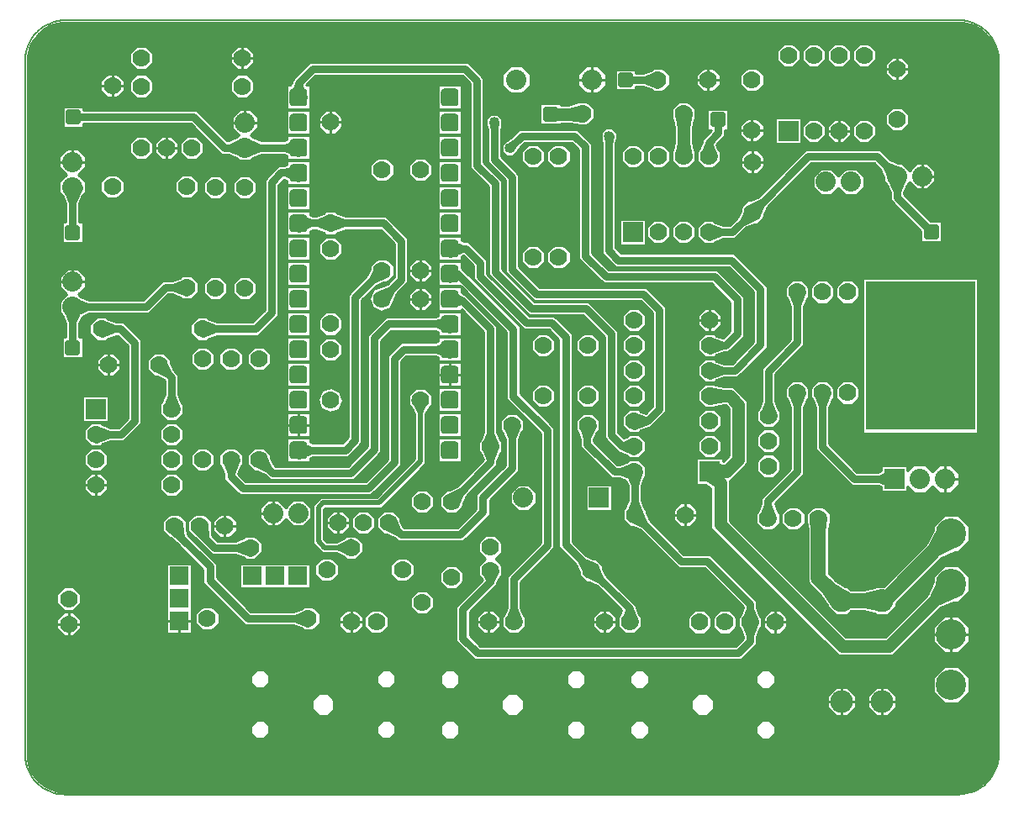
<source format=gbr>
G04 PROTEUS GERBER X2 FILE*
%TF.GenerationSoftware,Labcenter,Proteus,8.15-SP1-Build34318*%
%TF.CreationDate,2024-05-31T17:08:22+00:00*%
%TF.FileFunction,Copper,L1,Top*%
%TF.FilePolarity,Positive*%
%TF.Part,Single*%
%TF.SameCoordinates,{d94dc138-55aa-45cc-9808-558e63c1a8c6}*%
%FSLAX45Y45*%
%MOMM*%
G01*
%TA.AperFunction,Conductor*%
%ADD10C,0.762000*%
%ADD11C,1.270000*%
%ADD12C,0.508000*%
%ADD13C,1.524000*%
%TA.AperFunction,ViaPad*%
%ADD14C,1.016000*%
%TA.AperFunction,Conductor*%
%ADD15C,0.254000*%
%AMPPAD006*
4,1,36,
0.889000,0.584200,
0.889000,-0.584200,
0.882940,-0.646520,
0.865490,-0.704160,
0.837770,-0.755980,
0.800890,-0.800890,
0.755980,-0.837760,
0.704160,-0.865480,
0.646520,-0.882930,
0.584200,-0.889000,
-0.584200,-0.889000,
-0.646520,-0.882930,
-0.704160,-0.865480,
-0.755980,-0.837760,
-0.800890,-0.800890,
-0.837770,-0.755980,
-0.865490,-0.704160,
-0.882940,-0.646520,
-0.889000,-0.584200,
-0.889000,0.584200,
-0.882940,0.646520,
-0.865490,0.704160,
-0.837770,0.755980,
-0.800890,0.800890,
-0.755980,0.837760,
-0.704160,0.865480,
-0.646520,0.882930,
-0.584200,0.889000,
0.584200,0.889000,
0.646520,0.882930,
0.704160,0.865480,
0.755980,0.837760,
0.800890,0.800890,
0.837770,0.755980,
0.865490,0.704160,
0.882940,0.646520,
0.889000,0.584200,
0*%
%TA.AperFunction,ComponentPad*%
%ADD16PPAD006*%
%TA.AperFunction,ComponentPad*%
%ADD17C,1.778000*%
%ADD18C,2.032000*%
%ADD19R,2.032000X2.032000*%
%TA.AperFunction,ComponentPad*%
%ADD70C,3.048000*%
%TA.AperFunction,ComponentPad*%
%ADD71C,2.286000*%
%TA.AperFunction,SMDPad,CuDef*%
%ADD20R,11.000000X15.000000*%
%TA.AperFunction,ViaPad*%
%ADD21C,5.000000*%
%TA.AperFunction,OtherPad,Unknown*%
%ADD22C,4.500000*%
%AMPPAD015*
4,1,36,
-0.500000,0.750000,
0.500000,0.750000,
0.551120,0.745030,
0.598390,0.730710,
0.640900,0.707980,
0.677730,0.677730,
0.707970,0.640900,
0.730710,0.598390,
0.745030,0.551120,
0.750000,0.500000,
0.750000,-0.500000,
0.745030,-0.551120,
0.730710,-0.598390,
0.707970,-0.640900,
0.677730,-0.677730,
0.640900,-0.707980,
0.598390,-0.730710,
0.551120,-0.745030,
0.500000,-0.750000,
-0.500000,-0.750000,
-0.551120,-0.745030,
-0.598390,-0.730710,
-0.640900,-0.707980,
-0.677730,-0.677730,
-0.707970,-0.640900,
-0.730710,-0.598390,
-0.745030,-0.551120,
-0.750000,-0.500000,
-0.750000,0.500000,
-0.745030,0.551120,
-0.730710,0.598390,
-0.707970,0.640900,
-0.677730,0.677730,
-0.640900,0.707980,
-0.598390,0.730710,
-0.551120,0.745030,
-0.500000,0.750000,
0*%
%TA.AperFunction,SMDPad,CuDef*%
%ADD23PPAD015*%
%TA.AperFunction,OtherPad,Unknown*%
%ADD24C,0.508000*%
%TA.AperFunction,ComponentPad*%
%ADD25R,1.905000X1.905000*%
%TA.AperFunction,Profile*%
%ADD26C,0.203200*%
%TD.AperFunction*%
%TA.AperFunction,Conductor*%
G36*
X+9031094Y+379035D02*
X+9068940Y+373351D01*
X+9105461Y+364108D01*
X+9139944Y+351684D01*
X+9205171Y+316824D01*
X+9261570Y+270984D01*
X+9308462Y+214963D01*
X+9327256Y+184456D01*
X+9343297Y+151602D01*
X+9356101Y+117072D01*
X+9365487Y+81027D01*
X+9371261Y+43641D01*
X+9373260Y+4501D01*
X+9373260Y-6986047D01*
X+9371276Y-7026878D01*
X+9365533Y-7065763D01*
X+9356192Y-7103111D01*
X+9343428Y-7138775D01*
X+9327422Y-7172582D01*
X+9308358Y-7204353D01*
X+9286399Y-7233935D01*
X+9261727Y-7261147D01*
X+9234515Y-7285819D01*
X+9204933Y-7307778D01*
X+9173162Y-7326842D01*
X+9139355Y-7342848D01*
X+9103691Y-7355612D01*
X+9066343Y-7364953D01*
X+9027458Y-7370696D01*
X+8986603Y-7372681D01*
X+3194Y-7375221D01*
X-37232Y-7372909D01*
X-75463Y-7367147D01*
X-148918Y-7345369D01*
X-214604Y-7311647D01*
X-271564Y-7267235D01*
X-318730Y-7213087D01*
X-337558Y-7183653D01*
X-353613Y-7151924D01*
X-366415Y-7118544D01*
X-375784Y-7083678D01*
X-381545Y-7047445D01*
X-383540Y-7009413D01*
X-383540Y-562D01*
X-381549Y+39710D01*
X-375797Y+78071D01*
X-366465Y+114909D01*
X-353735Y+150117D01*
X-337821Y+183479D01*
X-319182Y+214394D01*
X-272779Y+270906D01*
X-217080Y+316939D01*
X-152795Y+351808D01*
X-118877Y+364196D01*
X-82992Y+373397D01*
X-45857Y+379046D01*
X-7047Y+381000D01*
X+8991550Y+381000D01*
X+9031094Y+379035D01*
G37*
%TD.AperFunction*%
%LPC*%
G36*
X+4070874Y-37370D02*
X+4209792Y-176288D01*
X+4209792Y-1027907D01*
X+4392988Y-1211103D01*
X+4392988Y-2103324D01*
X+4720445Y-2430781D01*
X+5264695Y-2430781D01*
X+5560719Y-2726805D01*
X+5560719Y-3748493D01*
X+5617466Y-3805240D01*
X+5645666Y-3793264D01*
X+5671862Y-3767068D01*
X+5770758Y-3767068D01*
X+5840689Y-3836999D01*
X+5840689Y-3935895D01*
X+5770758Y-4005826D01*
X+5671862Y-4005826D01*
X+5645663Y-3979628D01*
X+5587733Y-3955026D01*
X+5573285Y-3955026D01*
X+5423561Y-3805302D01*
X+5423561Y-2783615D01*
X+5207885Y-2567939D01*
X+4663635Y-2567939D01*
X+4255830Y-2160134D01*
X+4255830Y-1267913D01*
X+4072634Y-1084717D01*
X+4072634Y-233098D01*
X+3993977Y-154441D01*
X+2513240Y-154441D01*
X+2419233Y-248448D01*
X+2419796Y-249928D01*
X+2460469Y-249928D01*
X+2460469Y-488686D01*
X+2221711Y-488686D01*
X+2221711Y-249928D01*
X+2262381Y-249928D01*
X+2272511Y-223339D01*
X+2272511Y-201202D01*
X+2456430Y-17283D01*
X+4050787Y-17283D01*
X+4070874Y-37370D01*
G37*
G36*
X+2460469Y-503928D02*
X+2460469Y-742686D01*
X+2221711Y-742686D01*
X+2221711Y-503928D01*
X+2460469Y-503928D01*
G37*
G36*
X+179799Y-502122D02*
X+1317409Y-502122D01*
X+1624475Y-809188D01*
X+1636496Y-809188D01*
X+1718619Y-774970D01*
X+1742822Y-750767D01*
X+1670531Y-678476D01*
X+1670531Y-569058D01*
X+1747901Y-491688D01*
X+1857319Y-491688D01*
X+1934689Y-569058D01*
X+1934689Y-678476D01*
X+1862398Y-750767D01*
X+1886601Y-774971D01*
X+1968723Y-809188D01*
X+2195000Y-809188D01*
X+2221711Y-798907D01*
X+2221711Y-757928D01*
X+2460469Y-757928D01*
X+2460469Y-996686D01*
X+2221711Y-996686D01*
X+2221711Y-956325D01*
X+2195243Y-946346D01*
X+1968723Y-946346D01*
X+1886602Y-980563D01*
X+1857319Y-1009846D01*
X+1747901Y-1009846D01*
X+1718618Y-980564D01*
X+1636496Y-946346D01*
X+1567665Y-946346D01*
X+1260599Y-639280D01*
X+179799Y-639280D01*
X+179799Y-676979D01*
X-31159Y-676979D01*
X-31159Y-466021D01*
X+179799Y-466021D01*
X+179799Y-502122D01*
G37*
G36*
X+2460469Y-1250686D02*
X+2221711Y-1250686D01*
X+2221711Y-1209788D01*
X+2196127Y-1199967D01*
X+2139339Y-1256755D01*
X+2139339Y-2570945D01*
X+1936118Y-2774166D01*
X+1520077Y-2774166D01*
X+1446225Y-2802299D01*
X+1423558Y-2824966D01*
X+1324662Y-2824966D01*
X+1254731Y-2755035D01*
X+1254731Y-2656139D01*
X+1324662Y-2586208D01*
X+1423558Y-2586208D01*
X+1446222Y-2608873D01*
X+1520078Y-2637008D01*
X+1879308Y-2637008D01*
X+2002181Y-2514135D01*
X+2002181Y-1199945D01*
X+2139738Y-1062388D01*
X+2195212Y-1062388D01*
X+2221711Y-1052371D01*
X+2221711Y-1011928D01*
X+2460469Y-1011928D01*
X+2460469Y-1250686D01*
G37*
G36*
X+2460469Y-1265928D02*
X+2460469Y-1504686D01*
X+2221711Y-1504686D01*
X+2221711Y-1265928D01*
X+2460469Y-1265928D01*
G37*
G36*
X+2740112Y-1541926D02*
X+2813968Y-1570061D01*
X+3226605Y-1570061D01*
X+3446779Y-1790235D01*
X+3446779Y-2235665D01*
X+3334329Y-2348115D01*
X+3308836Y-2404979D01*
X+3311436Y-2412978D01*
X+3266539Y-2501095D01*
X+3172482Y-2531656D01*
X+3084365Y-2486759D01*
X+3053804Y-2392702D01*
X+3098701Y-2304585D01*
X+3169206Y-2281677D01*
X+3237344Y-2251132D01*
X+3309621Y-2178855D01*
X+3309621Y-1847045D01*
X+3169795Y-1707219D01*
X+2813968Y-1707219D01*
X+2740112Y-1735355D01*
X+2717448Y-1758019D01*
X+2618552Y-1758019D01*
X+2595887Y-1735355D01*
X+2522031Y-1707219D01*
X+2487233Y-1707219D01*
X+2460469Y-1717569D01*
X+2460469Y-1758686D01*
X+2221711Y-1758686D01*
X+2221711Y-1519928D01*
X+2460469Y-1519928D01*
X+2460469Y-1560152D01*
X+2486878Y-1570061D01*
X+2522031Y-1570061D01*
X+2595887Y-1541926D01*
X+2618552Y-1519261D01*
X+2717448Y-1519261D01*
X+2740112Y-1541926D01*
G37*
G36*
X+2460469Y-1773928D02*
X+2460469Y-2012686D01*
X+2221711Y-2012686D01*
X+2221711Y-1773928D01*
X+2460469Y-1773928D01*
G37*
G36*
X+2460469Y-2027928D02*
X+2460469Y-2266686D01*
X+2221711Y-2266686D01*
X+2221711Y-2027928D01*
X+2460469Y-2027928D01*
G37*
G36*
X+2460469Y-2281928D02*
X+2460469Y-2520686D01*
X+2221711Y-2520686D01*
X+2221711Y-2281928D01*
X+2460469Y-2281928D01*
G37*
G36*
X+2460469Y-2535928D02*
X+2460469Y-2774686D01*
X+2221711Y-2774686D01*
X+2221711Y-2535928D01*
X+2460469Y-2535928D01*
G37*
G36*
X+2460469Y-2789928D02*
X+2460469Y-3028686D01*
X+2221711Y-3028686D01*
X+2221711Y-2789928D01*
X+2460469Y-2789928D01*
G37*
G36*
X+2460469Y-3043928D02*
X+2460469Y-3282686D01*
X+2221711Y-3282686D01*
X+2221711Y-3043928D01*
X+2460469Y-3043928D01*
G37*
G36*
X+2460469Y-3297928D02*
X+2460469Y-3536686D01*
X+2221711Y-3536686D01*
X+2221711Y-3297928D01*
X+2460469Y-3297928D01*
G37*
G36*
X+2460469Y-3551928D02*
X+2460469Y-3790686D01*
X+2221711Y-3790686D01*
X+2221711Y-3551928D01*
X+2460469Y-3551928D01*
G37*
G36*
X+3304539Y-2066372D02*
X+3304539Y-2165268D01*
X+3234608Y-2235199D01*
X+3202555Y-2235199D01*
X+3130435Y-2267529D01*
X+2982082Y-2415882D01*
X+2982082Y-3853645D01*
X+2841841Y-3993886D01*
X+2487058Y-3993886D01*
X+2460469Y-4004016D01*
X+2460469Y-4044686D01*
X+2221711Y-4044686D01*
X+2221711Y-3805928D01*
X+2460469Y-3805928D01*
X+2460469Y-3846599D01*
X+2487058Y-3856728D01*
X+2785031Y-3856728D01*
X+2844924Y-3796835D01*
X+2844924Y-2359072D01*
X+3033448Y-2170548D01*
X+3065781Y-2098414D01*
X+3065781Y-2066372D01*
X+3135712Y-1996441D01*
X+3234608Y-1996441D01*
X+3304539Y-2066372D01*
G37*
G36*
X+3984469Y-3805928D02*
X+3984469Y-4044686D01*
X+3745711Y-4044686D01*
X+3745711Y-3805928D01*
X+3984469Y-3805928D01*
G37*
G36*
X+3984469Y-3551928D02*
X+3984469Y-3790686D01*
X+3745711Y-3790686D01*
X+3745711Y-3551928D01*
X+3984469Y-3551928D01*
G37*
G36*
X+3984469Y-3297928D02*
X+3984469Y-3536686D01*
X+3745711Y-3536686D01*
X+3745711Y-3297928D01*
X+3984469Y-3297928D01*
G37*
G36*
X+3984469Y-3043928D02*
X+3984469Y-3282686D01*
X+3745711Y-3282686D01*
X+3745711Y-3043928D01*
X+3984469Y-3043928D01*
G37*
G36*
X+3984469Y-3028686D02*
X+3745711Y-3028686D01*
X+3745711Y-2988016D01*
X+3719121Y-2977886D01*
X+3429458Y-2977886D01*
X+3376319Y-3031025D01*
X+3376319Y-4079705D01*
X+3074525Y-4381499D01*
X+1752794Y-4381499D01*
X+1593571Y-4222276D01*
X+1593571Y-4168318D01*
X+1565428Y-4094453D01*
X+1542771Y-4071795D01*
X+1542771Y-3972899D01*
X+1612702Y-3902968D01*
X+1711598Y-3902968D01*
X+1781529Y-3972899D01*
X+1781529Y-4071795D01*
X+1758865Y-4094459D01*
X+1731515Y-4166253D01*
X+1809603Y-4244341D01*
X+3017715Y-4244341D01*
X+3239161Y-4022895D01*
X+3239161Y-2974215D01*
X+3372648Y-2840728D01*
X+3719119Y-2840728D01*
X+3745711Y-2830598D01*
X+3745711Y-2789928D01*
X+3984469Y-2789928D01*
X+3984469Y-3028686D01*
G37*
G36*
X+3984469Y-2774686D02*
X+3745711Y-2774686D01*
X+3745711Y-2733811D01*
X+3719040Y-2723580D01*
X+3277364Y-2723580D01*
X+3175659Y-2825285D01*
X+3175659Y-3947625D01*
X+2899266Y-4224019D01*
X+2053858Y-4224019D01*
X+2001356Y-4171518D01*
X+1929229Y-4139186D01*
X+1897182Y-4139186D01*
X+1827251Y-4069255D01*
X+1827251Y-3970359D01*
X+1897182Y-3900428D01*
X+1996078Y-3900428D01*
X+2066009Y-3970359D01*
X+2066009Y-4002413D01*
X+2098338Y-4074532D01*
X+2110667Y-4086861D01*
X+2842455Y-4086861D01*
X+3038501Y-3890815D01*
X+3038501Y-2768475D01*
X+3220554Y-2586422D01*
X+3719204Y-2586422D01*
X+3745711Y-2576394D01*
X+3745711Y-2535928D01*
X+3984469Y-2535928D01*
X+3984469Y-2774686D01*
G37*
G36*
X+3984469Y-2088505D02*
X+4575199Y-2679235D01*
X+4575199Y-3354875D01*
X+4920639Y-3700315D01*
X+4920639Y-4915486D01*
X+4579879Y-5256246D01*
X+4579879Y-5510577D01*
X+4608009Y-5584426D01*
X+4630679Y-5607095D01*
X+4630679Y-5705991D01*
X+4560748Y-5775922D01*
X+4461852Y-5775922D01*
X+4391921Y-5705991D01*
X+4391921Y-5607095D01*
X+4414585Y-5584431D01*
X+4442721Y-5510575D01*
X+4442721Y-5199436D01*
X+4783481Y-4858676D01*
X+4783481Y-3757125D01*
X+4438041Y-3411685D01*
X+4438041Y-2736046D01*
X+3984469Y-2282474D01*
X+3984469Y-2335699D01*
X+4012543Y-2351508D01*
X+4023072Y-2353168D01*
X+4344595Y-2674691D01*
X+4344595Y-3743991D01*
X+4372730Y-3817847D01*
X+4395395Y-3840511D01*
X+4395395Y-3939407D01*
X+4372730Y-3962072D01*
X+4344595Y-4035928D01*
X+4344595Y-4079169D01*
X+4036028Y-4387736D01*
X+4003699Y-4459855D01*
X+4003699Y-4491908D01*
X+3933768Y-4561839D01*
X+3834872Y-4561839D01*
X+3764941Y-4491908D01*
X+3764941Y-4393012D01*
X+3834872Y-4323081D01*
X+3866925Y-4323081D01*
X+3939044Y-4290752D01*
X+4203693Y-4026103D01*
X+4179301Y-3962072D01*
X+4156637Y-3939407D01*
X+4156637Y-3840511D01*
X+4179301Y-3817847D01*
X+4207437Y-3743991D01*
X+4207437Y-2731502D01*
X+3984469Y-2508534D01*
X+3984469Y-2520686D01*
X+3745711Y-2520686D01*
X+3745711Y-2281928D01*
X+3983923Y-2281928D01*
X+3968681Y-2266686D01*
X+3745711Y-2266686D01*
X+3745711Y-2027928D01*
X+3984469Y-2027928D01*
X+3984469Y-2088505D01*
G37*
G36*
X+3984469Y-1814599D02*
X+4011058Y-1824728D01*
X+4056313Y-1824728D01*
X+4242799Y-2011214D01*
X+4242799Y-2148715D01*
X+4669645Y-2575561D01*
X+4921105Y-2575561D01*
X+5100979Y-2755435D01*
X+5100979Y-4849818D01*
X+5206835Y-4955674D01*
X+5206856Y-4955674D01*
X+5237170Y-4985989D01*
X+5309250Y-5018301D01*
X+5341305Y-5018301D01*
X+5411236Y-5088232D01*
X+5411236Y-5120286D01*
X+5443565Y-5192405D01*
X+5745739Y-5494578D01*
X+5745739Y-5513115D01*
X+5773874Y-5586971D01*
X+5796539Y-5609635D01*
X+5796539Y-5708531D01*
X+5726608Y-5778462D01*
X+5627712Y-5778462D01*
X+5557781Y-5708531D01*
X+5557781Y-5609635D01*
X+5580444Y-5586972D01*
X+5598022Y-5540830D01*
X+5346581Y-5289389D01*
X+5274462Y-5257059D01*
X+5242409Y-5257059D01*
X+5172478Y-5187128D01*
X+5172478Y-5155076D01*
X+5140149Y-5082958D01*
X+5109871Y-5052678D01*
X+4963821Y-4906628D01*
X+4963821Y-2812245D01*
X+4864295Y-2712719D01*
X+4612835Y-2712719D01*
X+4105641Y-2205525D01*
X+4105641Y-2068025D01*
X+4002690Y-1965074D01*
X+3984469Y-1972016D01*
X+3984469Y-2012686D01*
X+3745711Y-2012686D01*
X+3745711Y-1773928D01*
X+3984469Y-1773928D01*
X+3984469Y-1814599D01*
G37*
G36*
X+3984469Y-1519928D02*
X+3984469Y-1758686D01*
X+3745711Y-1758686D01*
X+3745711Y-1519928D01*
X+3984469Y-1519928D01*
G37*
G36*
X+3984469Y-1265928D02*
X+3984469Y-1504686D01*
X+3745711Y-1504686D01*
X+3745711Y-1265928D01*
X+3984469Y-1265928D01*
G37*
G36*
X+3984469Y-1011928D02*
X+3984469Y-1250686D01*
X+3745711Y-1250686D01*
X+3745711Y-1011928D01*
X+3984469Y-1011928D01*
G37*
G36*
X+3984469Y-757928D02*
X+3984469Y-996686D01*
X+3745711Y-996686D01*
X+3745711Y-757928D01*
X+3984469Y-757928D01*
G37*
G36*
X+3984469Y-503928D02*
X+3984469Y-742686D01*
X+3745711Y-742686D01*
X+3745711Y-503928D01*
X+3984469Y-503928D01*
G37*
G36*
X+3984469Y-249928D02*
X+3984469Y-488686D01*
X+3745711Y-488686D01*
X+3745711Y-249928D01*
X+3984469Y-249928D01*
G37*
G36*
X+1995907Y-6836845D02*
X+1918053Y-6836845D01*
X+1863001Y-6781793D01*
X+1863001Y-6703939D01*
X+1918053Y-6648887D01*
X+1995907Y-6648887D01*
X+2050959Y-6703939D01*
X+2050959Y-6781793D01*
X+1995907Y-6836845D01*
G37*
G36*
X+1995907Y-6328845D02*
X+1918053Y-6328845D01*
X+1863001Y-6273793D01*
X+1863001Y-6195939D01*
X+1918053Y-6140887D01*
X+1995907Y-6140887D01*
X+2050959Y-6195939D01*
X+2050959Y-6273793D01*
X+1995907Y-6328845D01*
G37*
G36*
X+3265907Y-6836845D02*
X+3188053Y-6836845D01*
X+3133001Y-6781793D01*
X+3133001Y-6703939D01*
X+3188053Y-6648887D01*
X+3265907Y-6648887D01*
X+3320959Y-6703939D01*
X+3320959Y-6781793D01*
X+3265907Y-6836845D01*
G37*
G36*
X+3265907Y-6328845D02*
X+3188053Y-6328845D01*
X+3133001Y-6273793D01*
X+3133001Y-6195939D01*
X+3188053Y-6140887D01*
X+3265907Y-6140887D01*
X+3320959Y-6195939D01*
X+3320959Y-6273793D01*
X+3265907Y-6328845D01*
G37*
G36*
X+3905987Y-6838142D02*
X+3828133Y-6838142D01*
X+3773081Y-6783090D01*
X+3773081Y-6705236D01*
X+3828133Y-6650184D01*
X+3905987Y-6650184D01*
X+3961039Y-6705236D01*
X+3961039Y-6783090D01*
X+3905987Y-6838142D01*
G37*
G36*
X+3905987Y-6330142D02*
X+3828133Y-6330142D01*
X+3773081Y-6275090D01*
X+3773081Y-6197236D01*
X+3828133Y-6142184D01*
X+3905987Y-6142184D01*
X+3961039Y-6197236D01*
X+3961039Y-6275090D01*
X+3905987Y-6330142D01*
G37*
G36*
X+5175987Y-6838142D02*
X+5098133Y-6838142D01*
X+5043081Y-6783090D01*
X+5043081Y-6705236D01*
X+5098133Y-6650184D01*
X+5175987Y-6650184D01*
X+5231039Y-6705236D01*
X+5231039Y-6783090D01*
X+5175987Y-6838142D01*
G37*
G36*
X+5175987Y-6330142D02*
X+5098133Y-6330142D01*
X+5043081Y-6275090D01*
X+5043081Y-6197236D01*
X+5098133Y-6142184D01*
X+5175987Y-6142184D01*
X+5231039Y-6197236D01*
X+5231039Y-6275090D01*
X+5175987Y-6330142D01*
G37*
G36*
X+5816067Y-6838142D02*
X+5738213Y-6838142D01*
X+5683161Y-6783090D01*
X+5683161Y-6705236D01*
X+5738213Y-6650184D01*
X+5816067Y-6650184D01*
X+5871119Y-6705236D01*
X+5871119Y-6783090D01*
X+5816067Y-6838142D01*
G37*
G36*
X+5816067Y-6330142D02*
X+5738213Y-6330142D01*
X+5683161Y-6275090D01*
X+5683161Y-6197236D01*
X+5738213Y-6142184D01*
X+5816067Y-6142184D01*
X+5871119Y-6197236D01*
X+5871119Y-6275090D01*
X+5816067Y-6330142D01*
G37*
G36*
X+7086067Y-6838142D02*
X+7008213Y-6838142D01*
X+6953161Y-6783090D01*
X+6953161Y-6705236D01*
X+7008213Y-6650184D01*
X+7086067Y-6650184D01*
X+7141119Y-6705236D01*
X+7141119Y-6783090D01*
X+7086067Y-6838142D01*
G37*
G36*
X+7086067Y-6330142D02*
X+7008213Y-6330142D01*
X+6953161Y-6275090D01*
X+6953161Y-6197236D01*
X+7008213Y-6142184D01*
X+7086067Y-6142184D01*
X+7141119Y-6197236D01*
X+7141119Y-6275090D01*
X+7086067Y-6330142D01*
G37*
G36*
X+2753621Y-5705991D02*
X+2753621Y-5607095D01*
X+2823552Y-5537164D01*
X+2922448Y-5537164D01*
X+2992379Y-5607095D01*
X+2992379Y-5705991D01*
X+2922448Y-5775922D01*
X+2823552Y-5775922D01*
X+2753621Y-5705991D01*
G37*
G36*
X+3007621Y-5705991D02*
X+3007621Y-5607095D01*
X+3077552Y-5537164D01*
X+3176448Y-5537164D01*
X+3246379Y-5607095D01*
X+3246379Y-5705991D01*
X+3176448Y-5775922D01*
X+3077552Y-5775922D01*
X+3007621Y-5705991D01*
G37*
G36*
X+4137921Y-5705991D02*
X+4137921Y-5607095D01*
X+4207852Y-5537164D01*
X+4306748Y-5537164D01*
X+4376679Y-5607095D01*
X+4376679Y-5705991D01*
X+4306748Y-5775922D01*
X+4207852Y-5775922D01*
X+4137921Y-5705991D01*
G37*
G36*
X+5303781Y-5708531D02*
X+5303781Y-5609635D01*
X+5373712Y-5539704D01*
X+5472608Y-5539704D01*
X+5542539Y-5609635D01*
X+5542539Y-5708531D01*
X+5472608Y-5778462D01*
X+5373712Y-5778462D01*
X+5303781Y-5708531D01*
G37*
G36*
X+2507981Y-5183128D02*
X+2507981Y-5084232D01*
X+2577912Y-5014301D01*
X+2676808Y-5014301D01*
X+2746739Y-5084232D01*
X+2746739Y-5183128D01*
X+2676808Y-5253059D01*
X+2577912Y-5253059D01*
X+2507981Y-5183128D01*
G37*
G36*
X+3269981Y-5183128D02*
X+3269981Y-5084232D01*
X+3339912Y-5014301D01*
X+3438808Y-5014301D01*
X+3508739Y-5084232D01*
X+3508739Y-5183128D01*
X+3438808Y-5253059D01*
X+3339912Y-5253059D01*
X+3269981Y-5183128D01*
G37*
G36*
X+3834872Y-5085081D02*
X+3933768Y-5085081D01*
X+4003699Y-5155012D01*
X+4003699Y-5253908D01*
X+3933768Y-5323839D01*
X+3834872Y-5323839D01*
X+3764941Y-5253908D01*
X+3764941Y-5155012D01*
X+3834872Y-5085081D01*
G37*
G36*
X+5372759Y-3623392D02*
X+5372759Y-3722288D01*
X+5347879Y-3747168D01*
X+5316879Y-3820067D01*
X+5316879Y-3837476D01*
X+5551271Y-4071868D01*
X+5575342Y-4071868D01*
X+5649199Y-4043731D01*
X+5671862Y-4021068D01*
X+5770758Y-4021068D01*
X+5840689Y-4090999D01*
X+5840689Y-4189895D01*
X+5821206Y-4209378D01*
X+5797509Y-4284180D01*
X+5797509Y-4431360D01*
X+5825641Y-4505212D01*
X+5848309Y-4527879D01*
X+5848309Y-4559933D01*
X+5880638Y-4632052D01*
X+6224447Y-4975861D01*
X+6488013Y-4975861D01*
X+6958708Y-5446556D01*
X+6958708Y-5514168D01*
X+6986843Y-5588024D01*
X+7009508Y-5610688D01*
X+7009508Y-5709584D01*
X+6986843Y-5732249D01*
X+6958708Y-5806105D01*
X+6958708Y-5882116D01*
X+6803245Y-6037579D01*
X+4114994Y-6037579D01*
X+3930041Y-5852626D01*
X+3930041Y-5501175D01*
X+4194102Y-5237114D01*
X+4184268Y-5214919D01*
X+4156478Y-5187128D01*
X+4156478Y-5088232D01*
X+4222970Y-5021740D01*
X+4156637Y-4955407D01*
X+4156637Y-4856511D01*
X+4226568Y-4786580D01*
X+4325464Y-4786580D01*
X+4395395Y-4856511D01*
X+4395395Y-4955407D01*
X+4328903Y-5021899D01*
X+4395236Y-5088232D01*
X+4395236Y-5187128D01*
X+4367444Y-5214920D01*
X+4344436Y-5266854D01*
X+4344436Y-5280748D01*
X+4067199Y-5557985D01*
X+4067199Y-5795816D01*
X+4171804Y-5900421D01*
X+6746435Y-5900421D01*
X+6821550Y-5825306D01*
X+6821550Y-5806105D01*
X+6793414Y-5732249D01*
X+6770750Y-5709584D01*
X+6770750Y-5610688D01*
X+6793414Y-5588024D01*
X+6821550Y-5514168D01*
X+6821550Y-5503366D01*
X+6431203Y-5113019D01*
X+6167638Y-5113019D01*
X+5783654Y-4729036D01*
X+5711534Y-4696706D01*
X+5679482Y-4696706D01*
X+5609551Y-4626775D01*
X+5609551Y-4527879D01*
X+5632215Y-4505215D01*
X+5660351Y-4431359D01*
X+5660351Y-4288237D01*
X+5635058Y-4231776D01*
X+5575340Y-4209026D01*
X+5494462Y-4209026D01*
X+5179721Y-3894285D01*
X+5179721Y-3817365D01*
X+5154529Y-3742817D01*
X+5134001Y-3722288D01*
X+5134001Y-3623392D01*
X+5203932Y-3553461D01*
X+5302828Y-3553461D01*
X+5372759Y-3623392D01*
G37*
G36*
X+3540492Y-4329244D02*
X+3639388Y-4329244D01*
X+3709319Y-4399175D01*
X+3709319Y-4498071D01*
X+3639388Y-4568002D01*
X+3540492Y-4568002D01*
X+3470561Y-4498071D01*
X+3470561Y-4399175D01*
X+3540492Y-4329244D01*
G37*
G36*
X+3540492Y-5345244D02*
X+3639388Y-5345244D01*
X+3709319Y-5415175D01*
X+3709319Y-5514071D01*
X+3639388Y-5584002D01*
X+3540492Y-5584002D01*
X+3470561Y-5514071D01*
X+3470561Y-5415175D01*
X+3540492Y-5345244D01*
G37*
G36*
X+1753162Y-1157168D02*
X+1852058Y-1157168D01*
X+1921989Y-1227099D01*
X+1921989Y-1325995D01*
X+1852058Y-1395926D01*
X+1753162Y-1395926D01*
X+1683231Y-1325995D01*
X+1683231Y-1227099D01*
X+1753162Y-1157168D01*
G37*
G36*
X+1753162Y-2173168D02*
X+1852058Y-2173168D01*
X+1921989Y-2243099D01*
X+1921989Y-2341995D01*
X+1852058Y-2411926D01*
X+1753162Y-2411926D01*
X+1683231Y-2341995D01*
X+1683231Y-2243099D01*
X+1753162Y-2173168D01*
G37*
G36*
X+199869Y-2174338D02*
X+199869Y-2283756D01*
X+127578Y-2356047D01*
X+151781Y-2380251D01*
X+233903Y-2414468D01*
X+779616Y-2414468D01*
X+973783Y-2220301D01*
X+1071692Y-2220301D01*
X+1145548Y-2192165D01*
X+1168212Y-2169501D01*
X+1267108Y-2169501D01*
X+1337039Y-2239432D01*
X+1337039Y-2338328D01*
X+1267108Y-2408259D01*
X+1168212Y-2408259D01*
X+1145547Y-2385595D01*
X+1071691Y-2357459D01*
X+1030593Y-2357459D01*
X+836426Y-2551626D01*
X+233904Y-2551626D01*
X+165056Y-2580312D01*
X+136369Y-2649161D01*
X+136369Y-2787581D01*
X+173269Y-2787581D01*
X+173269Y-2998539D01*
X-37689Y-2998539D01*
X-37689Y-2787581D01*
X-789Y-2787581D01*
X-789Y-2649162D01*
X-35010Y-2567036D01*
X-64289Y-2537756D01*
X-64289Y-2428338D01*
X+8002Y-2356047D01*
X-64289Y-2283756D01*
X-64289Y-2174338D01*
X+13081Y-2096968D01*
X+122499Y-2096968D01*
X+199869Y-2174338D01*
G37*
G36*
X+1267108Y-1392259D02*
X+1168212Y-1392259D01*
X+1098281Y-1322328D01*
X+1098281Y-1223432D01*
X+1168212Y-1153501D01*
X+1267108Y-1153501D01*
X+1337039Y-1223432D01*
X+1337039Y-1322328D01*
X+1267108Y-1392259D01*
G37*
G36*
X+418912Y-138231D02*
X+517808Y-138231D01*
X+587739Y-208162D01*
X+587739Y-307058D01*
X+517808Y-376989D01*
X+418912Y-376989D01*
X+348981Y-307058D01*
X+348981Y-208162D01*
X+418912Y-138231D01*
G37*
G36*
X+418912Y-1154231D02*
X+517808Y-1154231D01*
X+587739Y-1224162D01*
X+587739Y-1323058D01*
X+517808Y-1392989D01*
X+418912Y-1392989D01*
X+348981Y-1323058D01*
X+348981Y-1224162D01*
X+418912Y-1154231D01*
G37*
G36*
X+198779Y-966371D02*
X+198779Y-1075789D01*
X+126488Y-1148080D01*
X+198779Y-1220371D01*
X+198779Y-1329789D01*
X+169496Y-1359072D01*
X+135279Y-1441194D01*
X+135279Y-1626801D01*
X+172179Y-1626801D01*
X+172179Y-1837759D01*
X-38779Y-1837759D01*
X-38779Y-1626801D01*
X-1879Y-1626801D01*
X-1879Y-1441194D01*
X-36097Y-1359072D01*
X-65379Y-1329789D01*
X-65379Y-1220371D01*
X+6912Y-1148080D01*
X-65379Y-1075789D01*
X-65379Y-966371D01*
X+11991Y-889001D01*
X+121409Y-889001D01*
X+198779Y-966371D01*
G37*
G36*
X+6262750Y-5709584D02*
X+6262750Y-5610688D01*
X+6332681Y-5540757D01*
X+6431577Y-5540757D01*
X+6501508Y-5610688D01*
X+6501508Y-5709584D01*
X+6431577Y-5779515D01*
X+6332681Y-5779515D01*
X+6262750Y-5709584D01*
G37*
G36*
X+6516750Y-5709584D02*
X+6516750Y-5610688D01*
X+6586681Y-5540757D01*
X+6685577Y-5540757D01*
X+6755508Y-5610688D01*
X+6755508Y-5709584D01*
X+6685577Y-5779515D01*
X+6586681Y-5779515D01*
X+6516750Y-5709584D01*
G37*
G36*
X+7024750Y-5709584D02*
X+7024750Y-5610688D01*
X+7094681Y-5540757D01*
X+7193577Y-5540757D01*
X+7263508Y-5610688D01*
X+7263508Y-5709584D01*
X+7193577Y-5779515D01*
X+7094681Y-5779515D01*
X+7024750Y-5709584D01*
G37*
G36*
X+5499759Y-4538979D02*
X+5235601Y-4538979D01*
X+5235601Y-4274821D01*
X+5499759Y-4274821D01*
X+5499759Y-4538979D01*
G37*
G36*
X+4737759Y-4352191D02*
X+4737759Y-4461609D01*
X+4660389Y-4538979D01*
X+4550971Y-4538979D01*
X+4473601Y-4461609D01*
X+4473601Y-4352191D01*
X+4550971Y-4274821D01*
X+4660389Y-4274821D01*
X+4737759Y-4352191D01*
G37*
G36*
X+4610759Y-3623392D02*
X+4610759Y-3722288D01*
X+4588094Y-3744953D01*
X+4559959Y-3818809D01*
X+4559959Y-4138125D01*
X+4270399Y-4427685D01*
X+4270399Y-4577544D01*
X+4001624Y-4846319D01*
X+3345655Y-4846319D01*
X+3306725Y-4807390D01*
X+3234599Y-4775059D01*
X+3202552Y-4775059D01*
X+3132621Y-4705128D01*
X+3132621Y-4606232D01*
X+3202552Y-4536301D01*
X+3301448Y-4536301D01*
X+3371379Y-4606232D01*
X+3371379Y-4638287D01*
X+3403150Y-4709161D01*
X+3944814Y-4709161D01*
X+4133241Y-4520734D01*
X+4133241Y-4370875D01*
X+4422801Y-4081315D01*
X+4422801Y-3818810D01*
X+4394661Y-3744949D01*
X+4372001Y-3722288D01*
X+4372001Y-3623392D01*
X+4441932Y-3553461D01*
X+4540828Y-3553461D01*
X+4610759Y-3623392D01*
G37*
G36*
X+2624621Y-4705128D02*
X+2624621Y-4606232D01*
X+2694552Y-4536301D01*
X+2793448Y-4536301D01*
X+2863379Y-4606232D01*
X+2863379Y-4705128D01*
X+2793448Y-4775059D01*
X+2694552Y-4775059D01*
X+2624621Y-4705128D01*
G37*
G36*
X+2878621Y-4705128D02*
X+2878621Y-4606232D01*
X+2948552Y-4536301D01*
X+3047448Y-4536301D01*
X+3117379Y-4606232D01*
X+3117379Y-4705128D01*
X+3047448Y-4775059D01*
X+2948552Y-4775059D01*
X+2878621Y-4705128D01*
G37*
G36*
X+2673847Y-3292444D02*
X+2761964Y-3337341D01*
X+2792525Y-3431398D01*
X+2747628Y-3519515D01*
X+2653571Y-3550076D01*
X+2565454Y-3505179D01*
X+2534893Y-3411122D01*
X+2579790Y-3323005D01*
X+2673847Y-3292444D01*
G37*
G36*
X-21248Y-5304824D02*
X+77648Y-5304824D01*
X+147579Y-5374755D01*
X+147579Y-5473651D01*
X+77648Y-5543582D01*
X-21248Y-5543582D01*
X-91179Y-5473651D01*
X-91179Y-5374755D01*
X-21248Y-5304824D01*
G37*
G36*
X-21248Y-5558824D02*
X+77648Y-5558824D01*
X+147579Y-5628755D01*
X+147579Y-5727651D01*
X+77648Y-5797582D01*
X-21248Y-5797582D01*
X-91179Y-5727651D01*
X-91179Y-5628755D01*
X-21248Y-5558824D01*
G37*
G36*
X+1721219Y-4642749D02*
X+1721219Y-4741645D01*
X+1651288Y-4811576D01*
X+1552392Y-4811576D01*
X+1482461Y-4741645D01*
X+1482461Y-4642749D01*
X+1552392Y-4572818D01*
X+1651288Y-4572818D01*
X+1721219Y-4642749D01*
G37*
G36*
X+1467219Y-4642749D02*
X+1467219Y-4730831D01*
X+1471188Y-4782225D01*
X+1528721Y-4839758D01*
X+1711151Y-4839758D01*
X+1785007Y-4811623D01*
X+1807672Y-4788958D01*
X+1906568Y-4788958D01*
X+1976499Y-4858889D01*
X+1976499Y-4957785D01*
X+1906568Y-5027716D01*
X+1807672Y-5027716D01*
X+1785007Y-5005052D01*
X+1711151Y-4976916D01*
X+1471912Y-4976916D01*
X+1356769Y-4861774D01*
X+1304558Y-4811576D01*
X+1298392Y-4811576D01*
X+1228461Y-4741645D01*
X+1228461Y-4642749D01*
X+1298392Y-4572818D01*
X+1397288Y-4572818D01*
X+1467219Y-4642749D01*
G37*
G36*
X+1213219Y-4642749D02*
X+1213219Y-4705970D01*
X+1223641Y-4775978D01*
X+1519579Y-5071915D01*
X+1519579Y-5211615D01*
X+1860405Y-5552441D01*
X+2295404Y-5552441D01*
X+2369813Y-5526560D01*
X+2390832Y-5505541D01*
X+2489728Y-5505541D01*
X+2559659Y-5575472D01*
X+2559659Y-5674368D01*
X+2489728Y-5744299D01*
X+2390832Y-5744299D01*
X+2366474Y-5719942D01*
X+2293330Y-5689599D01*
X+1803595Y-5689599D01*
X+1382421Y-5268425D01*
X+1382421Y-5128726D01*
X+1112846Y-4859151D01*
X+1055792Y-4811576D01*
X+1044392Y-4811576D01*
X+974461Y-4741645D01*
X+974461Y-4642749D01*
X+1044392Y-4572818D01*
X+1143288Y-4572818D01*
X+1213219Y-4642749D01*
G37*
G36*
X+1543659Y-5575472D02*
X+1543659Y-5674368D01*
X+1473728Y-5744299D01*
X+1374832Y-5744299D01*
X+1304901Y-5674368D01*
X+1304901Y-5575472D01*
X+1374832Y-5505541D01*
X+1473728Y-5505541D01*
X+1543659Y-5575472D01*
G37*
G36*
X+3520252Y-2283461D02*
X+3619148Y-2283461D01*
X+3689079Y-2353392D01*
X+3689079Y-2452288D01*
X+3619148Y-2522219D01*
X+3520252Y-2522219D01*
X+3450321Y-2452288D01*
X+3450321Y-2353392D01*
X+3520252Y-2283461D01*
G37*
G36*
X+3689079Y-3369392D02*
X+3689079Y-3468288D01*
X+3655602Y-3501765D01*
X+3625579Y-3564814D01*
X+3625579Y-4063946D01*
X+3178486Y-4511039D01*
X+2612470Y-4511039D01*
X+2599079Y-4524430D01*
X+2599079Y-4823176D01*
X+2628362Y-4852459D01*
X+2727144Y-4852459D01*
X+2790195Y-4822435D01*
X+2823672Y-4788958D01*
X+2922568Y-4788958D01*
X+2992499Y-4858889D01*
X+2992499Y-4957785D01*
X+2922568Y-5027716D01*
X+2823672Y-5027716D01*
X+2790196Y-4994241D01*
X+2727144Y-4964216D01*
X+2582070Y-4964215D01*
X+2487321Y-4869466D01*
X+2487321Y-4478140D01*
X+2566179Y-4399281D01*
X+3132196Y-4399281D01*
X+3513821Y-4017656D01*
X+3513821Y-3564814D01*
X+3483797Y-3501765D01*
X+3450321Y-3468288D01*
X+3450321Y-3369392D01*
X+3520252Y-3299461D01*
X+3619148Y-3299461D01*
X+3689079Y-3369392D01*
G37*
G36*
X+3234608Y-1219199D02*
X+3135712Y-1219199D01*
X+3065781Y-1149268D01*
X+3065781Y-1050372D01*
X+3135712Y-980441D01*
X+3234608Y-980441D01*
X+3304539Y-1050372D01*
X+3304539Y-1149268D01*
X+3234608Y-1219199D01*
G37*
G36*
X+3519789Y-980441D02*
X+3618685Y-980441D01*
X+3688616Y-1050372D01*
X+3688616Y-1149268D01*
X+3618685Y-1219199D01*
X+3519789Y-1219199D01*
X+3449858Y-1149268D01*
X+3449858Y-1050372D01*
X+3519789Y-980441D01*
G37*
G36*
X+3519789Y-1996441D02*
X+3618685Y-1996441D01*
X+3688616Y-2066372D01*
X+3688616Y-2165268D01*
X+3618685Y-2235199D01*
X+3519789Y-2235199D01*
X+3449858Y-2165268D01*
X+3449858Y-2066372D01*
X+3519789Y-1996441D01*
G37*
G36*
X+7144131Y-576928D02*
X+7408289Y-576928D01*
X+7408289Y-841086D01*
X+7144131Y-841086D01*
X+7144131Y-576928D01*
G37*
G36*
X+7410831Y-758455D02*
X+7410831Y-659559D01*
X+7480762Y-589628D01*
X+7579658Y-589628D01*
X+7649589Y-659559D01*
X+7649589Y-758455D01*
X+7579658Y-828386D01*
X+7480762Y-828386D01*
X+7410831Y-758455D01*
G37*
G36*
X+7664831Y-758455D02*
X+7664831Y-659559D01*
X+7734762Y-589628D01*
X+7833658Y-589628D01*
X+7903589Y-659559D01*
X+7903589Y-758455D01*
X+7833658Y-828386D01*
X+7734762Y-828386D01*
X+7664831Y-758455D01*
G37*
G36*
X+7918831Y-758455D02*
X+7918831Y-659559D01*
X+7988762Y-589628D01*
X+8087658Y-589628D01*
X+8157589Y-659559D01*
X+8157589Y-758455D01*
X+8087658Y-828386D01*
X+7988762Y-828386D01*
X+7918831Y-758455D01*
G37*
G36*
X+7918831Y+3545D02*
X+7918831Y+102441D01*
X+7988762Y+172372D01*
X+8087658Y+172372D01*
X+8157589Y+102441D01*
X+8157589Y+3545D01*
X+8087658Y-66386D01*
X+7988762Y-66386D01*
X+7918831Y+3545D01*
G37*
G36*
X+7664831Y+3545D02*
X+7664831Y+102441D01*
X+7734762Y+172372D01*
X+7833658Y+172372D01*
X+7903589Y+102441D01*
X+7903589Y+3545D01*
X+7833658Y-66386D01*
X+7734762Y-66386D01*
X+7664831Y+3545D01*
G37*
G36*
X+7410831Y+3545D02*
X+7410831Y+102441D01*
X+7480762Y+172372D01*
X+7579658Y+172372D01*
X+7649589Y+102441D01*
X+7649589Y+3545D01*
X+7579658Y-66386D01*
X+7480762Y-66386D01*
X+7410831Y+3545D01*
G37*
G36*
X+7156831Y+3545D02*
X+7156831Y+102441D01*
X+7226762Y+172372D01*
X+7325658Y+172372D01*
X+7395589Y+102441D01*
X+7395589Y+3545D01*
X+7325658Y-66386D01*
X+7226762Y-66386D01*
X+7156831Y+3545D01*
G37*
G36*
X+6960198Y-821386D02*
X+6861302Y-821386D01*
X+6791371Y-751455D01*
X+6791371Y-652559D01*
X+6861302Y-582628D01*
X+6960198Y-582628D01*
X+7030129Y-652559D01*
X+7030129Y-751455D01*
X+6960198Y-821386D01*
G37*
G36*
X+6960198Y-313386D02*
X+6861302Y-313386D01*
X+6791371Y-243455D01*
X+6791371Y-144559D01*
X+6861302Y-74628D01*
X+6960198Y-74628D01*
X+7030129Y-144559D01*
X+7030129Y-243455D01*
X+6960198Y-313386D01*
G37*
G36*
X+8301181Y-1000988D02*
X+8383444Y-1034861D01*
X+8424859Y-1034861D01*
X+8497150Y-1107152D01*
X+8569441Y-1034861D01*
X+8678859Y-1034861D01*
X+8756229Y-1112231D01*
X+8756229Y-1221649D01*
X+8678859Y-1299019D01*
X+8569441Y-1299019D01*
X+8497150Y-1226728D01*
X+8472946Y-1250932D01*
X+8438729Y-1333054D01*
X+8438729Y-1348465D01*
X+8709445Y-1619181D01*
X+8823419Y-1619181D01*
X+8823419Y-1830139D01*
X+8612461Y-1830139D01*
X+8612461Y-1716165D01*
X+8301571Y-1405275D01*
X+8301571Y-1333056D01*
X+8267349Y-1250928D01*
X+8238071Y-1221649D01*
X+8238071Y-1180241D01*
X+8204195Y-1097970D01*
X+8142544Y-1036319D01*
X+7504082Y-1036319D01*
X+7065558Y-1474843D01*
X+7033229Y-1546960D01*
X+7033229Y-1579015D01*
X+6963298Y-1648946D01*
X+6931244Y-1648946D01*
X+6859125Y-1681276D01*
X+6741595Y-1798806D01*
X+6617858Y-1798806D01*
X+6544003Y-1826941D01*
X+6521338Y-1849606D01*
X+6422442Y-1849606D01*
X+6352511Y-1779675D01*
X+6352511Y-1680779D01*
X+6422442Y-1610848D01*
X+6521338Y-1610848D01*
X+6544002Y-1633513D01*
X+6617858Y-1661648D01*
X+6684785Y-1661648D01*
X+6762141Y-1584292D01*
X+6794471Y-1512173D01*
X+6794471Y-1480119D01*
X+6864402Y-1410188D01*
X+6896455Y-1410188D01*
X+6968574Y-1377859D01*
X+7447272Y-899161D01*
X+8199355Y-899161D01*
X+8301181Y-1000988D01*
G37*
G36*
X+8041755Y-1169118D02*
X+8041755Y-1278536D01*
X+7964385Y-1355906D01*
X+7854967Y-1355906D01*
X+7782676Y-1283615D01*
X+7710385Y-1355906D01*
X+7600967Y-1355906D01*
X+7523597Y-1278536D01*
X+7523597Y-1169118D01*
X+7600967Y-1091748D01*
X+7710385Y-1091748D01*
X+7782676Y-1164039D01*
X+7854967Y-1091748D01*
X+7964385Y-1091748D01*
X+8041755Y-1169118D01*
G37*
G36*
X+8320702Y+32626D02*
X+8419598Y+32626D01*
X+8489529Y-37305D01*
X+8489529Y-136201D01*
X+8419598Y-206132D01*
X+8320702Y-206132D01*
X+8250771Y-136201D01*
X+8250771Y-37305D01*
X+8320702Y+32626D01*
G37*
G36*
X+8320702Y-475374D02*
X+8419598Y-475374D01*
X+8489529Y-545305D01*
X+8489529Y-644201D01*
X+8419598Y-714132D01*
X+8320702Y-714132D01*
X+8250771Y-644201D01*
X+8250771Y-545305D01*
X+8320702Y-475374D01*
G37*
G36*
X+7699129Y-4562925D02*
X+7699129Y-4661821D01*
X+7694456Y-4666494D01*
X+7686429Y-4750787D01*
X+7686429Y-5169564D01*
X+7755921Y-5239056D01*
X+7850463Y-5299221D01*
X+7869969Y-5299221D01*
X+7908069Y-5337321D01*
X+8036843Y-5337321D01*
X+8146241Y-5313011D01*
X+8160031Y-5299221D01*
X+8235073Y-5299221D01*
X+8668480Y-4865814D01*
X+8734921Y-4732927D01*
X+8734921Y-4691609D01*
X+8842049Y-4584481D01*
X+8993551Y-4584481D01*
X+9100679Y-4691609D01*
X+9100679Y-4843111D01*
X+8993551Y-4950239D01*
X+8952225Y-4950239D01*
X+8819347Y-5016679D01*
X+8364779Y-5471247D01*
X+8364779Y-5503969D01*
X+8279969Y-5588779D01*
X+8160031Y-5588779D01*
X+8146241Y-5574990D01*
X+8036843Y-5550679D01*
X+7908069Y-5550679D01*
X+7869969Y-5588779D01*
X+7750031Y-5588779D01*
X+7665221Y-5503969D01*
X+7665221Y-5484467D01*
X+7605054Y-5389921D01*
X+7473071Y-5257937D01*
X+7473071Y-4750789D01*
X+7465041Y-4666492D01*
X+7460371Y-4661821D01*
X+7460371Y-4562925D01*
X+7530302Y-4492994D01*
X+7629198Y-4492994D01*
X+7699129Y-4562925D01*
G37*
G36*
X+6542306Y-3268616D02*
X+6625529Y-3284468D01*
X+6722639Y-3284468D01*
X+6868819Y-3430648D01*
X+6868819Y-4059303D01*
X+6693696Y-4234426D01*
X+6683839Y-4234426D01*
X+6683839Y-4636337D01*
X+7856781Y-5809279D01*
X+8250975Y-5809279D01*
X+8677236Y-5383018D01*
X+8734921Y-5251916D01*
X+8734921Y-5199609D01*
X+8842049Y-5092481D01*
X+8993551Y-5092481D01*
X+9100679Y-5199609D01*
X+9100679Y-5351111D01*
X+8993551Y-5458239D01*
X+8941243Y-5458239D01*
X+8810141Y-5515925D01*
X+8328829Y-5997237D01*
X+7778927Y-5997237D01*
X+6495881Y-4714191D01*
X+6495881Y-4307356D01*
X+6444671Y-4272526D01*
X+6351231Y-4272526D01*
X+6351231Y-4008368D01*
X+6615389Y-4008368D01*
X+6615389Y-4038496D01*
X+6622129Y-4040181D01*
X+6680861Y-3981449D01*
X+6680861Y-3508503D01*
X+6644784Y-3472426D01*
X+6625527Y-3472426D01*
X+6542307Y-3488277D01*
X+6532758Y-3497826D01*
X+6433862Y-3497826D01*
X+6363931Y-3427895D01*
X+6363931Y-3328999D01*
X+6433862Y-3259068D01*
X+6532758Y-3259068D01*
X+6542306Y-3268616D01*
G37*
G36*
X+8842049Y-5600481D02*
X+8993551Y-5600481D01*
X+9100679Y-5707609D01*
X+9100679Y-5859111D01*
X+8993551Y-5966239D01*
X+8842049Y-5966239D01*
X+8734921Y-5859111D01*
X+8734921Y-5707609D01*
X+8842049Y-5600481D01*
G37*
G36*
X+8842049Y-6108481D02*
X+8993551Y-6108481D01*
X+9100679Y-6215609D01*
X+9100679Y-6367111D01*
X+8993551Y-6474239D01*
X+8842049Y-6474239D01*
X+8734921Y-6367111D01*
X+8734921Y-6215609D01*
X+8842049Y-6108481D01*
G37*
G36*
X+8160031Y-6315221D02*
X+8279969Y-6315221D01*
X+8364779Y-6400031D01*
X+8364779Y-6519969D01*
X+8279969Y-6604779D01*
X+8160031Y-6604779D01*
X+8075221Y-6519969D01*
X+8075221Y-6400031D01*
X+8160031Y-6315221D01*
G37*
G36*
X+7869969Y-6604779D02*
X+7750031Y-6604779D01*
X+7665221Y-6519969D01*
X+7665221Y-6400031D01*
X+7750031Y-6315221D01*
X+7869969Y-6315221D01*
X+7954779Y-6400031D01*
X+7954779Y-6519969D01*
X+7869969Y-6604779D01*
G37*
G36*
X+7740189Y-3299859D02*
X+7740189Y-3398755D01*
X+7717524Y-3421420D01*
X+7689389Y-3495276D01*
X+7689389Y-3865564D01*
X+7969396Y-4145571D01*
X+8179030Y-4145571D01*
X+8212791Y-4131804D01*
X+8212791Y-4083228D01*
X+8476949Y-4083228D01*
X+8476949Y-4136072D01*
X+8539953Y-4073068D01*
X+8657787Y-4073068D01*
X+8725870Y-4141151D01*
X+8793953Y-4073068D01*
X+8911787Y-4073068D01*
X+8995109Y-4156390D01*
X+8995109Y-4274224D01*
X+8911787Y-4357546D01*
X+8793953Y-4357546D01*
X+8725870Y-4289463D01*
X+8657787Y-4357546D01*
X+8539953Y-4357546D01*
X+8476949Y-4294542D01*
X+8476949Y-4347386D01*
X+8212791Y-4347386D01*
X+8212791Y-4297328D01*
X+8178490Y-4282729D01*
X+7912586Y-4282729D01*
X+7552231Y-3922374D01*
X+7552231Y-3495275D01*
X+7524093Y-3421418D01*
X+7501431Y-3398755D01*
X+7501431Y-3299859D01*
X+7571362Y-3229928D01*
X+7670258Y-3229928D01*
X+7740189Y-3299859D01*
G37*
G36*
X+9185349Y-3755786D02*
X+8024391Y-3755786D01*
X+8024391Y-2194828D01*
X+9185349Y-2194828D01*
X+9185349Y-3755786D01*
G37*
G36*
X+7445129Y-4562925D02*
X+7445129Y-4661821D01*
X+7375198Y-4731752D01*
X+7276302Y-4731752D01*
X+7206371Y-4661821D01*
X+7206371Y-4562925D01*
X+7276302Y-4492994D01*
X+7375198Y-4492994D01*
X+7445129Y-4562925D01*
G37*
G36*
X+7486189Y-3299859D02*
X+7486189Y-3398755D01*
X+7463524Y-3421420D01*
X+7435389Y-3495276D01*
X+7435389Y-4170822D01*
X+7140329Y-4465882D01*
X+7140329Y-4466405D01*
X+7168459Y-4540256D01*
X+7191129Y-4562925D01*
X+7191129Y-4661821D01*
X+7121198Y-4731752D01*
X+7022302Y-4731752D01*
X+6952371Y-4661821D01*
X+6952371Y-4562925D01*
X+6975035Y-4540261D01*
X+7003171Y-4466405D01*
X+7003171Y-4409072D01*
X+7298231Y-4114012D01*
X+7298231Y-3495275D01*
X+7270093Y-3421418D01*
X+7247431Y-3398755D01*
X+7247431Y-3299859D01*
X+7317362Y-3229928D01*
X+7416258Y-3229928D01*
X+7486189Y-3299859D01*
G37*
G36*
X+7670258Y-2452686D02*
X+7571362Y-2452686D01*
X+7501431Y-2382755D01*
X+7501431Y-2283859D01*
X+7571362Y-2213928D01*
X+7670258Y-2213928D01*
X+7740189Y-2283859D01*
X+7740189Y-2382755D01*
X+7670258Y-2452686D01*
G37*
G36*
X+7924258Y-3468686D02*
X+7825362Y-3468686D01*
X+7755431Y-3398755D01*
X+7755431Y-3299859D01*
X+7825362Y-3229928D01*
X+7924258Y-3229928D01*
X+7994189Y-3299859D01*
X+7994189Y-3398755D01*
X+7924258Y-3468686D01*
G37*
G36*
X+7924258Y-2452686D02*
X+7825362Y-2452686D01*
X+7755431Y-2382755D01*
X+7755431Y-2283859D01*
X+7825362Y-2213928D01*
X+7924258Y-2213928D01*
X+7994189Y-2283859D01*
X+7994189Y-2382755D01*
X+7924258Y-2452686D01*
G37*
G36*
X+7125718Y-4205806D02*
X+7026822Y-4205806D01*
X+6956891Y-4135875D01*
X+6956891Y-4036979D01*
X+7026822Y-3967048D01*
X+7125718Y-3967048D01*
X+7195649Y-4036979D01*
X+7195649Y-4135875D01*
X+7125718Y-4205806D01*
G37*
G36*
X+7125718Y-3951806D02*
X+7026822Y-3951806D01*
X+6956891Y-3881875D01*
X+6956891Y-3782979D01*
X+7026822Y-3713048D01*
X+7125718Y-3713048D01*
X+7195649Y-3782979D01*
X+7195649Y-3881875D01*
X+7125718Y-3951806D01*
G37*
G36*
X+7486189Y-2283859D02*
X+7486189Y-2382755D01*
X+7463524Y-2405420D01*
X+7435389Y-2479276D01*
X+7435389Y-2869356D01*
X+7144675Y-3160070D01*
X+7144675Y-3432414D01*
X+7172905Y-3506236D01*
X+7195649Y-3528979D01*
X+7195649Y-3627875D01*
X+7125718Y-3697806D01*
X+7026822Y-3697806D01*
X+6956891Y-3627875D01*
X+6956891Y-3528979D01*
X+6979481Y-3506389D01*
X+7007517Y-3432506D01*
X+7007517Y-3103260D01*
X+7298231Y-2812546D01*
X+7298231Y-2479275D01*
X+7270093Y-2405418D01*
X+7247431Y-2382755D01*
X+7247431Y-2283859D01*
X+7317362Y-2213928D01*
X+7416258Y-2213928D01*
X+7486189Y-2283859D01*
G37*
G36*
X+6532758Y-4005826D02*
X+6433862Y-4005826D01*
X+6363931Y-3935895D01*
X+6363931Y-3836999D01*
X+6433862Y-3767068D01*
X+6532758Y-3767068D01*
X+6602689Y-3836999D01*
X+6602689Y-3935895D01*
X+6532758Y-4005826D01*
G37*
G36*
X+6532758Y-3751826D02*
X+6433862Y-3751826D01*
X+6363931Y-3681895D01*
X+6363931Y-3582999D01*
X+6433862Y-3513068D01*
X+6532758Y-3513068D01*
X+6602689Y-3582999D01*
X+6602689Y-3681895D01*
X+6532758Y-3751826D01*
G37*
G36*
X+5550559Y-725793D02*
X+5550559Y-793127D01*
X+5544959Y-798727D01*
X+5537859Y-841330D01*
X+5537859Y-1889295D01*
X+5591665Y-1943101D01*
X+6732124Y-1943101D01*
X+7064399Y-2275376D01*
X+7064399Y-2893525D01*
X+6764898Y-3193026D01*
X+6629277Y-3193026D01*
X+6555425Y-3221159D01*
X+6532758Y-3243826D01*
X+6433862Y-3243826D01*
X+6363931Y-3173895D01*
X+6363931Y-3074999D01*
X+6433862Y-3005068D01*
X+6532758Y-3005068D01*
X+6555422Y-3027733D01*
X+6629278Y-3055868D01*
X+6708088Y-3055868D01*
X+6927241Y-2836715D01*
X+6927241Y-2332186D01*
X+6675314Y-2080259D01*
X+5534855Y-2080259D01*
X+5400701Y-1946105D01*
X+5400701Y-841335D01*
X+5393596Y-798723D01*
X+5388001Y-793127D01*
X+5388001Y-725793D01*
X+5435613Y-678181D01*
X+5502947Y-678181D01*
X+5550559Y-725793D01*
G37*
G36*
X+5172331Y-710968D02*
X+5300189Y-838826D01*
X+5300189Y-1941185D01*
X+5469745Y-2110741D01*
X+6559405Y-2110741D01*
X+6828179Y-2379515D01*
X+6828179Y-2784305D01*
X+6673458Y-2939026D01*
X+6629277Y-2939026D01*
X+6555425Y-2967159D01*
X+6532758Y-2989826D01*
X+6433862Y-2989826D01*
X+6363931Y-2919895D01*
X+6363931Y-2820999D01*
X+6433862Y-2751068D01*
X+6532758Y-2751068D01*
X+6555422Y-2773733D01*
X+6620132Y-2798384D01*
X+6691021Y-2727495D01*
X+6691021Y-2436325D01*
X+6502595Y-2247899D01*
X+5412935Y-2247899D01*
X+5163031Y-1997995D01*
X+5163031Y-895636D01*
X+5095434Y-828039D01*
X+4620942Y-828039D01*
X+4575997Y-872984D01*
X+4550889Y-908131D01*
X+4550889Y-916054D01*
X+4503277Y-963666D01*
X+4435943Y-963666D01*
X+4388331Y-916054D01*
X+4388331Y-848720D01*
X+4435943Y-801108D01*
X+4443861Y-801108D01*
X+4479014Y-775999D01*
X+4564132Y-690881D01*
X+5152244Y-690881D01*
X+5172331Y-710968D01*
G37*
G36*
X+6532758Y-2735826D02*
X+6433862Y-2735826D01*
X+6363931Y-2665895D01*
X+6363931Y-2566999D01*
X+6433862Y-2497068D01*
X+6532758Y-2497068D01*
X+6602689Y-2566999D01*
X+6602689Y-2665895D01*
X+6532758Y-2735826D01*
G37*
G36*
X+5770758Y-2735826D02*
X+5671862Y-2735826D01*
X+5601931Y-2665895D01*
X+5601931Y-2566999D01*
X+5671862Y-2497068D01*
X+5770758Y-2497068D01*
X+5840689Y-2566999D01*
X+5840689Y-2665895D01*
X+5770758Y-2735826D01*
G37*
G36*
X+5770758Y-2989826D02*
X+5671862Y-2989826D01*
X+5601931Y-2919895D01*
X+5601931Y-2820999D01*
X+5671862Y-2751068D01*
X+5770758Y-2751068D01*
X+5840689Y-2820999D01*
X+5840689Y-2919895D01*
X+5770758Y-2989826D01*
G37*
G36*
X+5770758Y-3243826D02*
X+5671862Y-3243826D01*
X+5601931Y-3173895D01*
X+5601931Y-3074999D01*
X+5671862Y-3005068D01*
X+5770758Y-3005068D01*
X+5840689Y-3074999D01*
X+5840689Y-3173895D01*
X+5770758Y-3243826D01*
G37*
G36*
X+5770758Y-3497826D02*
X+5671862Y-3497826D01*
X+5601931Y-3427895D01*
X+5601931Y-3328999D01*
X+5671862Y-3259068D01*
X+5770758Y-3259068D01*
X+5840689Y-3328999D01*
X+5840689Y-3427895D01*
X+5770758Y-3497826D01*
G37*
G36*
X+4394859Y-588633D02*
X+4394859Y-655967D01*
X+4389259Y-661567D01*
X+4382159Y-704170D01*
X+4382159Y-969732D01*
X+4561358Y-1148931D01*
X+4561358Y-2076572D01*
X+4770787Y-2286001D01*
X+5844527Y-2286001D01*
X+6043834Y-2485308D01*
X+6043834Y-3540709D01*
X+5883517Y-3701026D01*
X+5867277Y-3701026D01*
X+5793425Y-3729159D01*
X+5770758Y-3751826D01*
X+5671862Y-3751826D01*
X+5601931Y-3681895D01*
X+5601931Y-3582999D01*
X+5671862Y-3513068D01*
X+5770758Y-3513068D01*
X+5793422Y-3535733D01*
X+5837899Y-3552676D01*
X+5906676Y-3483899D01*
X+5906676Y-2542118D01*
X+5787717Y-2423159D01*
X+4713977Y-2423159D01*
X+4424200Y-2133382D01*
X+4424200Y-1205741D01*
X+4245001Y-1026542D01*
X+4245001Y-704170D01*
X+4237900Y-661567D01*
X+4232301Y-655967D01*
X+4232301Y-588633D01*
X+4279913Y-541021D01*
X+4347247Y-541021D01*
X+4394859Y-588633D01*
G37*
G36*
X+5577811Y-1598148D02*
X+5841969Y-1598148D01*
X+5841969Y-1862306D01*
X+5577811Y-1862306D01*
X+5577811Y-1598148D01*
G37*
G36*
X+5844511Y-1779675D02*
X+5844511Y-1680779D01*
X+5914442Y-1610848D01*
X+6013338Y-1610848D01*
X+6083269Y-1680779D01*
X+6083269Y-1779675D01*
X+6013338Y-1849606D01*
X+5914442Y-1849606D01*
X+5844511Y-1779675D01*
G37*
G36*
X+6098511Y-1779675D02*
X+6098511Y-1680779D01*
X+6168442Y-1610848D01*
X+6267338Y-1610848D01*
X+6337269Y-1680779D01*
X+6337269Y-1779675D01*
X+6267338Y-1849606D01*
X+6168442Y-1849606D01*
X+6098511Y-1779675D01*
G37*
G36*
X+6672039Y-699839D02*
X+6635763Y-699839D01*
X+6635763Y-760236D01*
X+6549646Y-846353D01*
X+6568601Y-896112D01*
X+6591269Y-918779D01*
X+6591269Y-1017675D01*
X+6521338Y-1087606D01*
X+6422442Y-1087606D01*
X+6352511Y-1017675D01*
X+6352511Y-918779D01*
X+6375175Y-896115D01*
X+6403311Y-822259D01*
X+6403311Y-798720D01*
X+6498605Y-703426D01*
X+6498605Y-699839D01*
X+6461081Y-699839D01*
X+6461081Y-488881D01*
X+6672039Y-488881D01*
X+6672039Y-699839D01*
G37*
G36*
X+6337269Y-486979D02*
X+6337269Y-585875D01*
X+6327721Y-595424D01*
X+6311869Y-678646D01*
X+6311869Y-826010D01*
X+6327719Y-909230D01*
X+6337269Y-918779D01*
X+6337269Y-1017675D01*
X+6267338Y-1087606D01*
X+6168442Y-1087606D01*
X+6098511Y-1017675D01*
X+6098511Y-918779D01*
X+6108059Y-909231D01*
X+6123911Y-826009D01*
X+6123911Y-678643D01*
X+6108058Y-595423D01*
X+6098511Y-585875D01*
X+6098511Y-486979D01*
X+6168442Y-417048D01*
X+6267338Y-417048D01*
X+6337269Y-486979D01*
G37*
G36*
X+5844511Y-1017675D02*
X+5844511Y-918779D01*
X+5914442Y-848848D01*
X+6013338Y-848848D01*
X+6083269Y-918779D01*
X+6083269Y-1017675D01*
X+6013338Y-1087606D01*
X+5914442Y-1087606D01*
X+5844511Y-1017675D01*
G37*
G36*
X+5590511Y-1017675D02*
X+5590511Y-918779D01*
X+5660442Y-848848D01*
X+5759338Y-848848D01*
X+5829269Y-918779D01*
X+5829269Y-1017675D01*
X+5759338Y-1087606D01*
X+5660442Y-1087606D01*
X+5590511Y-1017675D01*
G37*
G36*
X+434069Y-3644126D02*
X+169911Y-3644126D01*
X+169911Y-3379968D01*
X+434069Y-3379968D01*
X+434069Y-3644126D01*
G37*
G36*
X+430222Y-2608873D02*
X+504078Y-2637008D01*
X+580732Y-2637008D01*
X+758669Y-2814945D01*
X+758669Y-3662056D01*
X+586099Y-3834626D01*
X+447957Y-3834626D01*
X+374105Y-3862759D01*
X+351438Y-3885426D01*
X+252542Y-3885426D01*
X+182611Y-3815495D01*
X+182611Y-3716599D01*
X+252542Y-3646668D01*
X+351438Y-3646668D01*
X+374102Y-3669333D01*
X+447958Y-3697468D01*
X+529289Y-3697468D01*
X+621511Y-3605246D01*
X+621511Y-2871756D01*
X+523921Y-2774166D01*
X+504077Y-2774166D01*
X+430225Y-2802299D01*
X+407558Y-2824966D01*
X+308662Y-2824966D01*
X+238731Y-2755035D01*
X+238731Y-2656139D01*
X+308662Y-2586208D01*
X+407558Y-2586208D01*
X+430222Y-2608873D01*
G37*
G36*
X+252542Y-3900668D02*
X+351438Y-3900668D01*
X+421369Y-3970599D01*
X+421369Y-4069495D01*
X+351438Y-4139426D01*
X+252542Y-4139426D01*
X+182611Y-4069495D01*
X+182611Y-3970599D01*
X+252542Y-3900668D01*
G37*
G36*
X+252542Y-4154668D02*
X+351438Y-4154668D01*
X+421369Y-4224599D01*
X+421369Y-4323495D01*
X+351438Y-4393426D01*
X+252542Y-4393426D01*
X+182611Y-4323495D01*
X+182611Y-4224599D01*
X+252542Y-4154668D01*
G37*
G36*
X+1014542Y-4154668D02*
X+1113438Y-4154668D01*
X+1183369Y-4224599D01*
X+1183369Y-4323495D01*
X+1113438Y-4393426D01*
X+1014542Y-4393426D01*
X+944611Y-4323495D01*
X+944611Y-4224599D01*
X+1014542Y-4154668D01*
G37*
G36*
X+1014542Y-3900668D02*
X+1113438Y-3900668D01*
X+1183369Y-3970599D01*
X+1183369Y-4069495D01*
X+1113438Y-4139426D01*
X+1014542Y-4139426D01*
X+944611Y-4069495D01*
X+944611Y-3970599D01*
X+1014542Y-3900668D01*
G37*
G36*
X+1014542Y-3646668D02*
X+1113438Y-3646668D01*
X+1183369Y-3716599D01*
X+1183369Y-3815495D01*
X+1113438Y-3885426D01*
X+1014542Y-3885426D01*
X+944611Y-3815495D01*
X+944611Y-3716599D01*
X+1014542Y-3646668D01*
G37*
G36*
X+1056369Y-3018099D02*
X+1056369Y-3050154D01*
X+1088697Y-3122271D01*
X+1132569Y-3166142D01*
X+1132569Y-3366079D01*
X+1160699Y-3439930D01*
X+1183369Y-3462599D01*
X+1183369Y-3561495D01*
X+1113438Y-3631426D01*
X+1014542Y-3631426D01*
X+944611Y-3561495D01*
X+944611Y-3462599D01*
X+967275Y-3439935D01*
X+995411Y-3366079D01*
X+995411Y-3222953D01*
X+991716Y-3219258D01*
X+919589Y-3186926D01*
X+887542Y-3186926D01*
X+817611Y-3116995D01*
X+817611Y-3018099D01*
X+887542Y-2948168D01*
X+986438Y-2948168D01*
X+1056369Y-3018099D01*
G37*
G36*
X+6963298Y-1140946D02*
X+6864402Y-1140946D01*
X+6794471Y-1071015D01*
X+6794471Y-972119D01*
X+6864402Y-902188D01*
X+6963298Y-902188D01*
X+7033229Y-972119D01*
X+7033229Y-1071015D01*
X+6963298Y-1140946D01*
G37*
G36*
X+6590332Y-145962D02*
X+6590332Y-244858D01*
X+6520401Y-314789D01*
X+6421505Y-314789D01*
X+6351574Y-244858D01*
X+6351574Y-145962D01*
X+6421505Y-76031D01*
X+6520401Y-76031D01*
X+6590332Y-145962D01*
G37*
G36*
X+6082332Y-145962D02*
X+6082332Y-244858D01*
X+6012401Y-314789D01*
X+5913505Y-314789D01*
X+5890840Y-292125D01*
X+5816984Y-263989D01*
X+5742399Y-263989D01*
X+5742399Y-301059D01*
X+5531441Y-301059D01*
X+5531441Y-90101D01*
X+5742399Y-90101D01*
X+5742399Y-126831D01*
X+5816984Y-126831D01*
X+5890840Y-98696D01*
X+5913505Y-76031D01*
X+6012401Y-76031D01*
X+6082332Y-145962D01*
G37*
G36*
X+6356309Y-4527879D02*
X+6356309Y-4626775D01*
X+6286378Y-4696706D01*
X+6187482Y-4696706D01*
X+6117551Y-4626775D01*
X+6117551Y-4527879D01*
X+6187482Y-4457948D01*
X+6286378Y-4457948D01*
X+6356309Y-4527879D01*
G37*
G36*
X+309611Y-3116995D02*
X+309611Y-3018099D01*
X+379542Y-2948168D01*
X+478438Y-2948168D01*
X+548369Y-3018099D01*
X+548369Y-3116995D01*
X+478438Y-3186926D01*
X+379542Y-3186926D01*
X+309611Y-3116995D01*
G37*
G36*
X+5012858Y-2100566D02*
X+4913962Y-2100566D01*
X+4844031Y-2030635D01*
X+4844031Y-1931739D01*
X+4913962Y-1861808D01*
X+5012858Y-1861808D01*
X+5082789Y-1931739D01*
X+5082789Y-2030635D01*
X+5012858Y-2100566D01*
G37*
G36*
X+5012858Y-1084566D02*
X+4913962Y-1084566D01*
X+4844031Y-1014635D01*
X+4844031Y-915739D01*
X+4913962Y-845808D01*
X+5012858Y-845808D01*
X+5082789Y-915739D01*
X+5082789Y-1014635D01*
X+5012858Y-1084566D01*
G37*
G36*
X+4657142Y-848848D02*
X+4756038Y-848848D01*
X+4825969Y-918779D01*
X+4825969Y-1017675D01*
X+4756038Y-1087606D01*
X+4657142Y-1087606D01*
X+4587211Y-1017675D01*
X+4587211Y-918779D01*
X+4657142Y-848848D01*
G37*
G36*
X+4657142Y-1864848D02*
X+4756038Y-1864848D01*
X+4825969Y-1934779D01*
X+4825969Y-2033675D01*
X+4756038Y-2103606D01*
X+4657142Y-2103606D01*
X+4587211Y-2033675D01*
X+4587211Y-1934779D01*
X+4657142Y-1864848D01*
G37*
G36*
X+5321269Y-486979D02*
X+5321269Y-585875D01*
X+5251338Y-655806D01*
X+5152442Y-655806D01*
X+5144330Y-647695D01*
X+5061178Y-634466D01*
X+4985479Y-634466D01*
X+4985479Y-645479D01*
X+4774521Y-645479D01*
X+4774521Y-434521D01*
X+4985479Y-434521D01*
X+4985479Y-446508D01*
X+5058290Y-446508D01*
X+5141466Y-428024D01*
X+5152442Y-417048D01*
X+5251338Y-417048D01*
X+5321269Y-486979D01*
G37*
G36*
X+1325922Y-2885688D02*
X+1424818Y-2885688D01*
X+1494749Y-2955619D01*
X+1494749Y-3054515D01*
X+1424818Y-3124446D01*
X+1325922Y-3124446D01*
X+1255991Y-3054515D01*
X+1255991Y-2955619D01*
X+1325922Y-2885688D01*
G37*
G36*
X+1325922Y-3901688D02*
X+1424818Y-3901688D01*
X+1494749Y-3971619D01*
X+1494749Y-4070515D01*
X+1424818Y-4140446D01*
X+1325922Y-4140446D01*
X+1255991Y-4070515D01*
X+1255991Y-3971619D01*
X+1325922Y-3901688D01*
G37*
G36*
X+1612702Y-2886968D02*
X+1711598Y-2886968D01*
X+1781529Y-2956899D01*
X+1781529Y-3055795D01*
X+1711598Y-3125726D01*
X+1612702Y-3125726D01*
X+1542771Y-3055795D01*
X+1542771Y-2956899D01*
X+1612702Y-2886968D01*
G37*
G36*
X+1897182Y-2884428D02*
X+1996078Y-2884428D01*
X+2066009Y-2954359D01*
X+2066009Y-3053255D01*
X+1996078Y-3123186D01*
X+1897182Y-3123186D01*
X+1827251Y-3053255D01*
X+1827251Y-2954359D01*
X+1897182Y-2884428D01*
G37*
G36*
X+5308478Y-3497826D02*
X+5209582Y-3497826D01*
X+5139651Y-3427895D01*
X+5139651Y-3328999D01*
X+5209582Y-3259068D01*
X+5308478Y-3259068D01*
X+5378409Y-3328999D01*
X+5378409Y-3427895D01*
X+5308478Y-3497826D01*
G37*
G36*
X+5308478Y-2989826D02*
X+5209582Y-2989826D01*
X+5139651Y-2919895D01*
X+5139651Y-2820999D01*
X+5209582Y-2751068D01*
X+5308478Y-2751068D01*
X+5378409Y-2820999D01*
X+5378409Y-2919895D01*
X+5308478Y-2989826D01*
G37*
G36*
X+4853818Y-3497826D02*
X+4754922Y-3497826D01*
X+4684991Y-3427895D01*
X+4684991Y-3328999D01*
X+4754922Y-3259068D01*
X+4853818Y-3259068D01*
X+4923749Y-3328999D01*
X+4923749Y-3427895D01*
X+4853818Y-3497826D01*
G37*
G36*
X+4853818Y-2989826D02*
X+4754922Y-2989826D01*
X+4684991Y-2919895D01*
X+4684991Y-2820999D01*
X+4754922Y-2751068D01*
X+4853818Y-2751068D01*
X+4923749Y-2820999D01*
X+4923749Y-2919895D01*
X+4853818Y-2989826D01*
G37*
G36*
X-172700Y-7071535D02*
X-172700Y-6928465D01*
X-71535Y-6827300D01*
X+71535Y-6827300D01*
X+172700Y-6928465D01*
X+172700Y-7071535D01*
X+71535Y-7172700D01*
X-71535Y-7172700D01*
X-172700Y-7071535D01*
G37*
G36*
X-172700Y-71535D02*
X-172700Y+71535D01*
X-71535Y+172700D01*
X+71535Y+172700D01*
X+172700Y+71535D01*
X+172700Y-71535D01*
X+71535Y-172700D01*
X-71535Y-172700D01*
X-172700Y-71535D01*
G37*
G36*
X+8827300Y-71535D02*
X+8827300Y+71535D01*
X+8928465Y+172700D01*
X+9071535Y+172700D01*
X+9172700Y+71535D01*
X+9172700Y-71535D01*
X+9071535Y-172700D01*
X+8928465Y-172700D01*
X+8827300Y-71535D01*
G37*
G36*
X+8827300Y-7071535D02*
X+8827300Y-6928465D01*
X+8928465Y-6827300D01*
X+9071535Y-6827300D01*
X+9172700Y-6928465D01*
X+9172700Y-7071535D01*
X+9071535Y-7172700D01*
X+8928465Y-7172700D01*
X+8827300Y-7071535D01*
G37*
G36*
X+432300Y-4969464D02*
X+432300Y-4830536D01*
X+530536Y-4732300D01*
X+669464Y-4732300D01*
X+767700Y-4830536D01*
X+767700Y-4969464D01*
X+669464Y-5067700D01*
X+530536Y-5067700D01*
X+432300Y-4969464D01*
G37*
G36*
X+432300Y-1869464D02*
X+432300Y-1730536D01*
X+530536Y-1632300D01*
X+669464Y-1632300D01*
X+767700Y-1730536D01*
X+767700Y-1869464D01*
X+669464Y-1967700D01*
X+530536Y-1967700D01*
X+432300Y-1869464D01*
G37*
G36*
X+7932300Y-4969464D02*
X+7932300Y-4830536D01*
X+8030536Y-4732300D01*
X+8169464Y-4732300D01*
X+8267700Y-4830536D01*
X+8267700Y-4969464D01*
X+8169464Y-5067700D01*
X+8030536Y-5067700D01*
X+7932300Y-4969464D01*
G37*
G36*
X+7932300Y-1869464D02*
X+7932300Y-1730536D01*
X+8030536Y-1632300D01*
X+8169464Y-1632300D01*
X+8267700Y-1730536D01*
X+8267700Y-1869464D01*
X+8169464Y-1967700D01*
X+8030536Y-1967700D01*
X+7932300Y-1869464D01*
G37*
G36*
X+574600Y+319479D02*
X+574600Y+340521D01*
X+589479Y+355400D01*
X+610521Y+355400D01*
X+625400Y+340521D01*
X+625400Y+319479D01*
X+610521Y+304600D01*
X+589479Y+304600D01*
X+574600Y+319479D01*
G37*
G36*
X+674600Y+319479D02*
X+674600Y+340521D01*
X+689479Y+355400D01*
X+710521Y+355400D01*
X+725400Y+340521D01*
X+725400Y+319479D01*
X+710521Y+304600D01*
X+689479Y+304600D01*
X+674600Y+319479D01*
G37*
G36*
X+774600Y+319479D02*
X+774600Y+340521D01*
X+789479Y+355400D01*
X+810521Y+355400D01*
X+825400Y+340521D01*
X+825400Y+319479D01*
X+810521Y+304600D01*
X+789479Y+304600D01*
X+774600Y+319479D01*
G37*
G36*
X+874600Y+319479D02*
X+874600Y+340521D01*
X+889479Y+355400D01*
X+910521Y+355400D01*
X+925400Y+340521D01*
X+925400Y+319479D01*
X+910521Y+304600D01*
X+889479Y+304600D01*
X+874600Y+319479D01*
G37*
G36*
X+974600Y+319479D02*
X+974600Y+340521D01*
X+989479Y+355400D01*
X+1010521Y+355400D01*
X+1025400Y+340521D01*
X+1025400Y+319479D01*
X+1010521Y+304600D01*
X+989479Y+304600D01*
X+974600Y+319479D01*
G37*
G36*
X+1074600Y+319479D02*
X+1074600Y+340521D01*
X+1089479Y+355400D01*
X+1110521Y+355400D01*
X+1125400Y+340521D01*
X+1125400Y+319479D01*
X+1110521Y+304600D01*
X+1089479Y+304600D01*
X+1074600Y+319479D01*
G37*
G36*
X+1174600Y+319479D02*
X+1174600Y+340521D01*
X+1189479Y+355400D01*
X+1210521Y+355400D01*
X+1225400Y+340521D01*
X+1225400Y+319479D01*
X+1210521Y+304600D01*
X+1189479Y+304600D01*
X+1174600Y+319479D01*
G37*
G36*
X+1274600Y+319479D02*
X+1274600Y+340521D01*
X+1289479Y+355400D01*
X+1310521Y+355400D01*
X+1325400Y+340521D01*
X+1325400Y+319479D01*
X+1310521Y+304600D01*
X+1289479Y+304600D01*
X+1274600Y+319479D01*
G37*
G36*
X+1374600Y+319479D02*
X+1374600Y+340521D01*
X+1389479Y+355400D01*
X+1410521Y+355400D01*
X+1425400Y+340521D01*
X+1425400Y+319479D01*
X+1410521Y+304600D01*
X+1389479Y+304600D01*
X+1374600Y+319479D01*
G37*
G36*
X+1474600Y+319479D02*
X+1474600Y+340521D01*
X+1489479Y+355400D01*
X+1510521Y+355400D01*
X+1525400Y+340521D01*
X+1525400Y+319479D01*
X+1510521Y+304600D01*
X+1489479Y+304600D01*
X+1474600Y+319479D01*
G37*
G36*
X+1574600Y+319479D02*
X+1574600Y+340521D01*
X+1589479Y+355400D01*
X+1610521Y+355400D01*
X+1625400Y+340521D01*
X+1625400Y+319479D01*
X+1610521Y+304600D01*
X+1589479Y+304600D01*
X+1574600Y+319479D01*
G37*
G36*
X+1674600Y+319479D02*
X+1674600Y+340521D01*
X+1689479Y+355400D01*
X+1710521Y+355400D01*
X+1725400Y+340521D01*
X+1725400Y+319479D01*
X+1710521Y+304600D01*
X+1689479Y+304600D01*
X+1674600Y+319479D01*
G37*
G36*
X+1774600Y+319479D02*
X+1774600Y+340521D01*
X+1789479Y+355400D01*
X+1810521Y+355400D01*
X+1825400Y+340521D01*
X+1825400Y+319479D01*
X+1810521Y+304600D01*
X+1789479Y+304600D01*
X+1774600Y+319479D01*
G37*
G36*
X+1874600Y+319479D02*
X+1874600Y+340521D01*
X+1889479Y+355400D01*
X+1910521Y+355400D01*
X+1925400Y+340521D01*
X+1925400Y+319479D01*
X+1910521Y+304600D01*
X+1889479Y+304600D01*
X+1874600Y+319479D01*
G37*
G36*
X+1974600Y+319479D02*
X+1974600Y+340521D01*
X+1989479Y+355400D01*
X+2010521Y+355400D01*
X+2025400Y+340521D01*
X+2025400Y+319479D01*
X+2010521Y+304600D01*
X+1989479Y+304600D01*
X+1974600Y+319479D01*
G37*
G36*
X+2074600Y+319479D02*
X+2074600Y+340521D01*
X+2089479Y+355400D01*
X+2110521Y+355400D01*
X+2125400Y+340521D01*
X+2125400Y+319479D01*
X+2110521Y+304600D01*
X+2089479Y+304600D01*
X+2074600Y+319479D01*
G37*
G36*
X+2174600Y+319479D02*
X+2174600Y+340521D01*
X+2189479Y+355400D01*
X+2210521Y+355400D01*
X+2225400Y+340521D01*
X+2225400Y+319479D01*
X+2210521Y+304600D01*
X+2189479Y+304600D01*
X+2174600Y+319479D01*
G37*
G36*
X+2274600Y+319479D02*
X+2274600Y+340521D01*
X+2289479Y+355400D01*
X+2310521Y+355400D01*
X+2325400Y+340521D01*
X+2325400Y+319479D01*
X+2310521Y+304600D01*
X+2289479Y+304600D01*
X+2274600Y+319479D01*
G37*
G36*
X+2374600Y+319479D02*
X+2374600Y+340521D01*
X+2389479Y+355400D01*
X+2410521Y+355400D01*
X+2425400Y+340521D01*
X+2425400Y+319479D01*
X+2410521Y+304600D01*
X+2389479Y+304600D01*
X+2374600Y+319479D01*
G37*
G36*
X+2474600Y+319479D02*
X+2474600Y+340521D01*
X+2489479Y+355400D01*
X+2510521Y+355400D01*
X+2525400Y+340521D01*
X+2525400Y+319479D01*
X+2510521Y+304600D01*
X+2489479Y+304600D01*
X+2474600Y+319479D01*
G37*
G36*
X+2574600Y+319479D02*
X+2574600Y+340521D01*
X+2589479Y+355400D01*
X+2610521Y+355400D01*
X+2625400Y+340521D01*
X+2625400Y+319479D01*
X+2610521Y+304600D01*
X+2589479Y+304600D01*
X+2574600Y+319479D01*
G37*
G36*
X+2674600Y+319479D02*
X+2674600Y+340521D01*
X+2689479Y+355400D01*
X+2710521Y+355400D01*
X+2725400Y+340521D01*
X+2725400Y+319479D01*
X+2710521Y+304600D01*
X+2689479Y+304600D01*
X+2674600Y+319479D01*
G37*
G36*
X+2774600Y+319479D02*
X+2774600Y+340521D01*
X+2789479Y+355400D01*
X+2810521Y+355400D01*
X+2825400Y+340521D01*
X+2825400Y+319479D01*
X+2810521Y+304600D01*
X+2789479Y+304600D01*
X+2774600Y+319479D01*
G37*
G36*
X+2874600Y+319479D02*
X+2874600Y+340521D01*
X+2889479Y+355400D01*
X+2910521Y+355400D01*
X+2925400Y+340521D01*
X+2925400Y+319479D01*
X+2910521Y+304600D01*
X+2889479Y+304600D01*
X+2874600Y+319479D01*
G37*
G36*
X+2974600Y+319479D02*
X+2974600Y+340521D01*
X+2989479Y+355400D01*
X+3010521Y+355400D01*
X+3025400Y+340521D01*
X+3025400Y+319479D01*
X+3010521Y+304600D01*
X+2989479Y+304600D01*
X+2974600Y+319479D01*
G37*
G36*
X+3074600Y+319479D02*
X+3074600Y+340521D01*
X+3089479Y+355400D01*
X+3110521Y+355400D01*
X+3125400Y+340521D01*
X+3125400Y+319479D01*
X+3110521Y+304600D01*
X+3089479Y+304600D01*
X+3074600Y+319479D01*
G37*
G36*
X+3174600Y+319479D02*
X+3174600Y+340521D01*
X+3189479Y+355400D01*
X+3210521Y+355400D01*
X+3225400Y+340521D01*
X+3225400Y+319479D01*
X+3210521Y+304600D01*
X+3189479Y+304600D01*
X+3174600Y+319479D01*
G37*
G36*
X+3274600Y+319479D02*
X+3274600Y+340521D01*
X+3289479Y+355400D01*
X+3310521Y+355400D01*
X+3325400Y+340521D01*
X+3325400Y+319479D01*
X+3310521Y+304600D01*
X+3289479Y+304600D01*
X+3274600Y+319479D01*
G37*
G36*
X+3374600Y+319479D02*
X+3374600Y+340521D01*
X+3389479Y+355400D01*
X+3410521Y+355400D01*
X+3425400Y+340521D01*
X+3425400Y+319479D01*
X+3410521Y+304600D01*
X+3389479Y+304600D01*
X+3374600Y+319479D01*
G37*
G36*
X+3474600Y+319479D02*
X+3474600Y+340521D01*
X+3489479Y+355400D01*
X+3510521Y+355400D01*
X+3525400Y+340521D01*
X+3525400Y+319479D01*
X+3510521Y+304600D01*
X+3489479Y+304600D01*
X+3474600Y+319479D01*
G37*
G36*
X+3574600Y+319479D02*
X+3574600Y+340521D01*
X+3589479Y+355400D01*
X+3610521Y+355400D01*
X+3625400Y+340521D01*
X+3625400Y+319479D01*
X+3610521Y+304600D01*
X+3589479Y+304600D01*
X+3574600Y+319479D01*
G37*
G36*
X+3674600Y+319479D02*
X+3674600Y+340521D01*
X+3689479Y+355400D01*
X+3710521Y+355400D01*
X+3725400Y+340521D01*
X+3725400Y+319479D01*
X+3710521Y+304600D01*
X+3689479Y+304600D01*
X+3674600Y+319479D01*
G37*
G36*
X+3774600Y+319479D02*
X+3774600Y+340521D01*
X+3789479Y+355400D01*
X+3810521Y+355400D01*
X+3825400Y+340521D01*
X+3825400Y+319479D01*
X+3810521Y+304600D01*
X+3789479Y+304600D01*
X+3774600Y+319479D01*
G37*
G36*
X+3874600Y+319479D02*
X+3874600Y+340521D01*
X+3889479Y+355400D01*
X+3910521Y+355400D01*
X+3925400Y+340521D01*
X+3925400Y+319479D01*
X+3910521Y+304600D01*
X+3889479Y+304600D01*
X+3874600Y+319479D01*
G37*
G36*
X+3974600Y+319479D02*
X+3974600Y+340521D01*
X+3989479Y+355400D01*
X+4010521Y+355400D01*
X+4025400Y+340521D01*
X+4025400Y+319479D01*
X+4010521Y+304600D01*
X+3989479Y+304600D01*
X+3974600Y+319479D01*
G37*
G36*
X+4074600Y+319479D02*
X+4074600Y+340521D01*
X+4089479Y+355400D01*
X+4110521Y+355400D01*
X+4125400Y+340521D01*
X+4125400Y+319479D01*
X+4110521Y+304600D01*
X+4089479Y+304600D01*
X+4074600Y+319479D01*
G37*
G36*
X+4174600Y+319479D02*
X+4174600Y+340521D01*
X+4189479Y+355400D01*
X+4210521Y+355400D01*
X+4225400Y+340521D01*
X+4225400Y+319479D01*
X+4210521Y+304600D01*
X+4189479Y+304600D01*
X+4174600Y+319479D01*
G37*
G36*
X+4274600Y+319479D02*
X+4274600Y+340521D01*
X+4289479Y+355400D01*
X+4310521Y+355400D01*
X+4325400Y+340521D01*
X+4325400Y+319479D01*
X+4310521Y+304600D01*
X+4289479Y+304600D01*
X+4274600Y+319479D01*
G37*
G36*
X+4374600Y+319479D02*
X+4374600Y+340521D01*
X+4389479Y+355400D01*
X+4410521Y+355400D01*
X+4425400Y+340521D01*
X+4425400Y+319479D01*
X+4410521Y+304600D01*
X+4389479Y+304600D01*
X+4374600Y+319479D01*
G37*
G36*
X+4474600Y+319479D02*
X+4474600Y+340521D01*
X+4489479Y+355400D01*
X+4510521Y+355400D01*
X+4525400Y+340521D01*
X+4525400Y+319479D01*
X+4510521Y+304600D01*
X+4489479Y+304600D01*
X+4474600Y+319479D01*
G37*
G36*
X+4574600Y+319479D02*
X+4574600Y+340521D01*
X+4589479Y+355400D01*
X+4610521Y+355400D01*
X+4625400Y+340521D01*
X+4625400Y+319479D01*
X+4610521Y+304600D01*
X+4589479Y+304600D01*
X+4574600Y+319479D01*
G37*
G36*
X+4674600Y+319479D02*
X+4674600Y+340521D01*
X+4689479Y+355400D01*
X+4710521Y+355400D01*
X+4725400Y+340521D01*
X+4725400Y+319479D01*
X+4710521Y+304600D01*
X+4689479Y+304600D01*
X+4674600Y+319479D01*
G37*
G36*
X+4774600Y+319479D02*
X+4774600Y+340521D01*
X+4789479Y+355400D01*
X+4810521Y+355400D01*
X+4825400Y+340521D01*
X+4825400Y+319479D01*
X+4810521Y+304600D01*
X+4789479Y+304600D01*
X+4774600Y+319479D01*
G37*
G36*
X+4874600Y+319479D02*
X+4874600Y+340521D01*
X+4889479Y+355400D01*
X+4910521Y+355400D01*
X+4925400Y+340521D01*
X+4925400Y+319479D01*
X+4910521Y+304600D01*
X+4889479Y+304600D01*
X+4874600Y+319479D01*
G37*
G36*
X+4974600Y+319479D02*
X+4974600Y+340521D01*
X+4989479Y+355400D01*
X+5010521Y+355400D01*
X+5025400Y+340521D01*
X+5025400Y+319479D01*
X+5010521Y+304600D01*
X+4989479Y+304600D01*
X+4974600Y+319479D01*
G37*
G36*
X+5074600Y+319479D02*
X+5074600Y+340521D01*
X+5089479Y+355400D01*
X+5110521Y+355400D01*
X+5125400Y+340521D01*
X+5125400Y+319479D01*
X+5110521Y+304600D01*
X+5089479Y+304600D01*
X+5074600Y+319479D01*
G37*
G36*
X+5174600Y+319479D02*
X+5174600Y+340521D01*
X+5189479Y+355400D01*
X+5210521Y+355400D01*
X+5225400Y+340521D01*
X+5225400Y+319479D01*
X+5210521Y+304600D01*
X+5189479Y+304600D01*
X+5174600Y+319479D01*
G37*
G36*
X+5274600Y+319479D02*
X+5274600Y+340521D01*
X+5289479Y+355400D01*
X+5310521Y+355400D01*
X+5325400Y+340521D01*
X+5325400Y+319479D01*
X+5310521Y+304600D01*
X+5289479Y+304600D01*
X+5274600Y+319479D01*
G37*
G36*
X+5374600Y+319479D02*
X+5374600Y+340521D01*
X+5389479Y+355400D01*
X+5410521Y+355400D01*
X+5425400Y+340521D01*
X+5425400Y+319479D01*
X+5410521Y+304600D01*
X+5389479Y+304600D01*
X+5374600Y+319479D01*
G37*
G36*
X+5474600Y+319479D02*
X+5474600Y+340521D01*
X+5489479Y+355400D01*
X+5510521Y+355400D01*
X+5525400Y+340521D01*
X+5525400Y+319479D01*
X+5510521Y+304600D01*
X+5489479Y+304600D01*
X+5474600Y+319479D01*
G37*
G36*
X+5574600Y+319479D02*
X+5574600Y+340521D01*
X+5589479Y+355400D01*
X+5610521Y+355400D01*
X+5625400Y+340521D01*
X+5625400Y+319479D01*
X+5610521Y+304600D01*
X+5589479Y+304600D01*
X+5574600Y+319479D01*
G37*
G36*
X+5674600Y+319479D02*
X+5674600Y+340521D01*
X+5689479Y+355400D01*
X+5710521Y+355400D01*
X+5725400Y+340521D01*
X+5725400Y+319479D01*
X+5710521Y+304600D01*
X+5689479Y+304600D01*
X+5674600Y+319479D01*
G37*
G36*
X+5774600Y+319479D02*
X+5774600Y+340521D01*
X+5789479Y+355400D01*
X+5810521Y+355400D01*
X+5825400Y+340521D01*
X+5825400Y+319479D01*
X+5810521Y+304600D01*
X+5789479Y+304600D01*
X+5774600Y+319479D01*
G37*
G36*
X+5874600Y+319479D02*
X+5874600Y+340521D01*
X+5889479Y+355400D01*
X+5910521Y+355400D01*
X+5925400Y+340521D01*
X+5925400Y+319479D01*
X+5910521Y+304600D01*
X+5889479Y+304600D01*
X+5874600Y+319479D01*
G37*
G36*
X+5974600Y+319479D02*
X+5974600Y+340521D01*
X+5989479Y+355400D01*
X+6010521Y+355400D01*
X+6025400Y+340521D01*
X+6025400Y+319479D01*
X+6010521Y+304600D01*
X+5989479Y+304600D01*
X+5974600Y+319479D01*
G37*
G36*
X+6074600Y+319479D02*
X+6074600Y+340521D01*
X+6089479Y+355400D01*
X+6110521Y+355400D01*
X+6125400Y+340521D01*
X+6125400Y+319479D01*
X+6110521Y+304600D01*
X+6089479Y+304600D01*
X+6074600Y+319479D01*
G37*
G36*
X+6174600Y+319479D02*
X+6174600Y+340521D01*
X+6189479Y+355400D01*
X+6210521Y+355400D01*
X+6225400Y+340521D01*
X+6225400Y+319479D01*
X+6210521Y+304600D01*
X+6189479Y+304600D01*
X+6174600Y+319479D01*
G37*
G36*
X+6274600Y+319479D02*
X+6274600Y+340521D01*
X+6289479Y+355400D01*
X+6310521Y+355400D01*
X+6325400Y+340521D01*
X+6325400Y+319479D01*
X+6310521Y+304600D01*
X+6289479Y+304600D01*
X+6274600Y+319479D01*
G37*
G36*
X+6374600Y+319479D02*
X+6374600Y+340521D01*
X+6389479Y+355400D01*
X+6410521Y+355400D01*
X+6425400Y+340521D01*
X+6425400Y+319479D01*
X+6410521Y+304600D01*
X+6389479Y+304600D01*
X+6374600Y+319479D01*
G37*
G36*
X+6474600Y+319479D02*
X+6474600Y+340521D01*
X+6489479Y+355400D01*
X+6510521Y+355400D01*
X+6525400Y+340521D01*
X+6525400Y+319479D01*
X+6510521Y+304600D01*
X+6489479Y+304600D01*
X+6474600Y+319479D01*
G37*
G36*
X+6574600Y+319479D02*
X+6574600Y+340521D01*
X+6589479Y+355400D01*
X+6610521Y+355400D01*
X+6625400Y+340521D01*
X+6625400Y+319479D01*
X+6610521Y+304600D01*
X+6589479Y+304600D01*
X+6574600Y+319479D01*
G37*
G36*
X+6674600Y+319479D02*
X+6674600Y+340521D01*
X+6689479Y+355400D01*
X+6710521Y+355400D01*
X+6725400Y+340521D01*
X+6725400Y+319479D01*
X+6710521Y+304600D01*
X+6689479Y+304600D01*
X+6674600Y+319479D01*
G37*
G36*
X+6774600Y+319479D02*
X+6774600Y+340521D01*
X+6789479Y+355400D01*
X+6810521Y+355400D01*
X+6825400Y+340521D01*
X+6825400Y+319479D01*
X+6810521Y+304600D01*
X+6789479Y+304600D01*
X+6774600Y+319479D01*
G37*
G36*
X+6874600Y+319479D02*
X+6874600Y+340521D01*
X+6889479Y+355400D01*
X+6910521Y+355400D01*
X+6925400Y+340521D01*
X+6925400Y+319479D01*
X+6910521Y+304600D01*
X+6889479Y+304600D01*
X+6874600Y+319479D01*
G37*
G36*
X+6974600Y+319479D02*
X+6974600Y+340521D01*
X+6989479Y+355400D01*
X+7010521Y+355400D01*
X+7025400Y+340521D01*
X+7025400Y+319479D01*
X+7010521Y+304600D01*
X+6989479Y+304600D01*
X+6974600Y+319479D01*
G37*
G36*
X+7074600Y+319479D02*
X+7074600Y+340521D01*
X+7089479Y+355400D01*
X+7110521Y+355400D01*
X+7125400Y+340521D01*
X+7125400Y+319479D01*
X+7110521Y+304600D01*
X+7089479Y+304600D01*
X+7074600Y+319479D01*
G37*
G36*
X+7174600Y+319479D02*
X+7174600Y+340521D01*
X+7189479Y+355400D01*
X+7210521Y+355400D01*
X+7225400Y+340521D01*
X+7225400Y+319479D01*
X+7210521Y+304600D01*
X+7189479Y+304600D01*
X+7174600Y+319479D01*
G37*
G36*
X+7274600Y+319479D02*
X+7274600Y+340521D01*
X+7289479Y+355400D01*
X+7310521Y+355400D01*
X+7325400Y+340521D01*
X+7325400Y+319479D01*
X+7310521Y+304600D01*
X+7289479Y+304600D01*
X+7274600Y+319479D01*
G37*
G36*
X+7374600Y+319479D02*
X+7374600Y+340521D01*
X+7389479Y+355400D01*
X+7410521Y+355400D01*
X+7425400Y+340521D01*
X+7425400Y+319479D01*
X+7410521Y+304600D01*
X+7389479Y+304600D01*
X+7374600Y+319479D01*
G37*
G36*
X+7474600Y+319479D02*
X+7474600Y+340521D01*
X+7489479Y+355400D01*
X+7510521Y+355400D01*
X+7525400Y+340521D01*
X+7525400Y+319479D01*
X+7510521Y+304600D01*
X+7489479Y+304600D01*
X+7474600Y+319479D01*
G37*
G36*
X+7574600Y+319479D02*
X+7574600Y+340521D01*
X+7589479Y+355400D01*
X+7610521Y+355400D01*
X+7625400Y+340521D01*
X+7625400Y+319479D01*
X+7610521Y+304600D01*
X+7589479Y+304600D01*
X+7574600Y+319479D01*
G37*
G36*
X+7674600Y+319479D02*
X+7674600Y+340521D01*
X+7689479Y+355400D01*
X+7710521Y+355400D01*
X+7725400Y+340521D01*
X+7725400Y+319479D01*
X+7710521Y+304600D01*
X+7689479Y+304600D01*
X+7674600Y+319479D01*
G37*
G36*
X+7774600Y+319479D02*
X+7774600Y+340521D01*
X+7789479Y+355400D01*
X+7810521Y+355400D01*
X+7825400Y+340521D01*
X+7825400Y+319479D01*
X+7810521Y+304600D01*
X+7789479Y+304600D01*
X+7774600Y+319479D01*
G37*
G36*
X+7874600Y+319479D02*
X+7874600Y+340521D01*
X+7889479Y+355400D01*
X+7910521Y+355400D01*
X+7925400Y+340521D01*
X+7925400Y+319479D01*
X+7910521Y+304600D01*
X+7889479Y+304600D01*
X+7874600Y+319479D01*
G37*
G36*
X+7974600Y+319479D02*
X+7974600Y+340521D01*
X+7989479Y+355400D01*
X+8010521Y+355400D01*
X+8025400Y+340521D01*
X+8025400Y+319479D01*
X+8010521Y+304600D01*
X+7989479Y+304600D01*
X+7974600Y+319479D01*
G37*
G36*
X+8074600Y+319479D02*
X+8074600Y+340521D01*
X+8089479Y+355400D01*
X+8110521Y+355400D01*
X+8125400Y+340521D01*
X+8125400Y+319479D01*
X+8110521Y+304600D01*
X+8089479Y+304600D01*
X+8074600Y+319479D01*
G37*
G36*
X+8174600Y+319479D02*
X+8174600Y+340521D01*
X+8189479Y+355400D01*
X+8210521Y+355400D01*
X+8225400Y+340521D01*
X+8225400Y+319479D01*
X+8210521Y+304600D01*
X+8189479Y+304600D01*
X+8174600Y+319479D01*
G37*
G36*
X+8274600Y+319479D02*
X+8274600Y+340521D01*
X+8289479Y+355400D01*
X+8310521Y+355400D01*
X+8325400Y+340521D01*
X+8325400Y+319479D01*
X+8310521Y+304600D01*
X+8289479Y+304600D01*
X+8274600Y+319479D01*
G37*
G36*
X+8374600Y+319479D02*
X+8374600Y+340521D01*
X+8389479Y+355400D01*
X+8410521Y+355400D01*
X+8425400Y+340521D01*
X+8425400Y+319479D01*
X+8410521Y+304600D01*
X+8389479Y+304600D01*
X+8374600Y+319479D01*
G37*
G36*
X+8474600Y+319479D02*
X+8474600Y+340521D01*
X+8489479Y+355400D01*
X+8510521Y+355400D01*
X+8525400Y+340521D01*
X+8525400Y+319479D01*
X+8510521Y+304600D01*
X+8489479Y+304600D01*
X+8474600Y+319479D01*
G37*
G36*
X+8574600Y+319479D02*
X+8574600Y+340521D01*
X+8589479Y+355400D01*
X+8610521Y+355400D01*
X+8625400Y+340521D01*
X+8625400Y+319479D01*
X+8610521Y+304600D01*
X+8589479Y+304600D01*
X+8574600Y+319479D01*
G37*
G36*
X+8674600Y+319479D02*
X+8674600Y+340521D01*
X+8689479Y+355400D01*
X+8710521Y+355400D01*
X+8725400Y+340521D01*
X+8725400Y+319479D01*
X+8710521Y+304600D01*
X+8689479Y+304600D01*
X+8674600Y+319479D01*
G37*
G36*
X+8774600Y+319479D02*
X+8774600Y+340521D01*
X+8789479Y+355400D01*
X+8810521Y+355400D01*
X+8825400Y+340521D01*
X+8825400Y+319479D01*
X+8810521Y+304600D01*
X+8789479Y+304600D01*
X+8774600Y+319479D01*
G37*
G36*
X+8874600Y+319479D02*
X+8874600Y+340521D01*
X+8889479Y+355400D01*
X+8910521Y+355400D01*
X+8925400Y+340521D01*
X+8925400Y+319479D01*
X+8910521Y+304600D01*
X+8889479Y+304600D01*
X+8874600Y+319479D01*
G37*
G36*
X+8974600Y+319479D02*
X+8974600Y+340521D01*
X+8989479Y+355400D01*
X+9010521Y+355400D01*
X+9025400Y+340521D01*
X+9025400Y+319479D01*
X+9010521Y+304600D01*
X+8989479Y+304600D01*
X+8974600Y+319479D01*
G37*
G36*
X-355400Y-10521D02*
X-355400Y+10521D01*
X-340521Y+25400D01*
X-319479Y+25400D01*
X-304600Y+10521D01*
X-304600Y-10521D01*
X-319479Y-25400D01*
X-340521Y-25400D01*
X-355400Y-10521D01*
G37*
G36*
X-355400Y-110521D02*
X-355400Y-89479D01*
X-340521Y-74600D01*
X-319479Y-74600D01*
X-304600Y-89479D01*
X-304600Y-110521D01*
X-319479Y-125400D01*
X-340521Y-125400D01*
X-355400Y-110521D01*
G37*
G36*
X-355400Y-210521D02*
X-355400Y-189479D01*
X-340521Y-174600D01*
X-319479Y-174600D01*
X-304600Y-189479D01*
X-304600Y-210521D01*
X-319479Y-225400D01*
X-340521Y-225400D01*
X-355400Y-210521D01*
G37*
G36*
X-355400Y-310521D02*
X-355400Y-289479D01*
X-340521Y-274600D01*
X-319479Y-274600D01*
X-304600Y-289479D01*
X-304600Y-310521D01*
X-319479Y-325400D01*
X-340521Y-325400D01*
X-355400Y-310521D01*
G37*
G36*
X-355400Y-410521D02*
X-355400Y-389479D01*
X-340521Y-374600D01*
X-319479Y-374600D01*
X-304600Y-389479D01*
X-304600Y-410521D01*
X-319479Y-425400D01*
X-340521Y-425400D01*
X-355400Y-410521D01*
G37*
G36*
X-355400Y-510521D02*
X-355400Y-489479D01*
X-340521Y-474600D01*
X-319479Y-474600D01*
X-304600Y-489479D01*
X-304600Y-510521D01*
X-319479Y-525400D01*
X-340521Y-525400D01*
X-355400Y-510521D01*
G37*
G36*
X-355400Y-610521D02*
X-355400Y-589479D01*
X-340521Y-574600D01*
X-319479Y-574600D01*
X-304600Y-589479D01*
X-304600Y-610521D01*
X-319479Y-625400D01*
X-340521Y-625400D01*
X-355400Y-610521D01*
G37*
G36*
X-355400Y-710521D02*
X-355400Y-689479D01*
X-340521Y-674600D01*
X-319479Y-674600D01*
X-304600Y-689479D01*
X-304600Y-710521D01*
X-319479Y-725400D01*
X-340521Y-725400D01*
X-355400Y-710521D01*
G37*
G36*
X-355400Y-810521D02*
X-355400Y-789479D01*
X-340521Y-774600D01*
X-319479Y-774600D01*
X-304600Y-789479D01*
X-304600Y-810521D01*
X-319479Y-825400D01*
X-340521Y-825400D01*
X-355400Y-810521D01*
G37*
G36*
X-355400Y-910521D02*
X-355400Y-889479D01*
X-340521Y-874600D01*
X-319479Y-874600D01*
X-304600Y-889479D01*
X-304600Y-910521D01*
X-319479Y-925400D01*
X-340521Y-925400D01*
X-355400Y-910521D01*
G37*
G36*
X-355400Y-1010521D02*
X-355400Y-989479D01*
X-340521Y-974600D01*
X-319479Y-974600D01*
X-304600Y-989479D01*
X-304600Y-1010521D01*
X-319479Y-1025400D01*
X-340521Y-1025400D01*
X-355400Y-1010521D01*
G37*
G36*
X-355400Y-1110521D02*
X-355400Y-1089479D01*
X-340521Y-1074600D01*
X-319479Y-1074600D01*
X-304600Y-1089479D01*
X-304600Y-1110521D01*
X-319479Y-1125400D01*
X-340521Y-1125400D01*
X-355400Y-1110521D01*
G37*
G36*
X-355400Y-1210521D02*
X-355400Y-1189479D01*
X-340521Y-1174600D01*
X-319479Y-1174600D01*
X-304600Y-1189479D01*
X-304600Y-1210521D01*
X-319479Y-1225400D01*
X-340521Y-1225400D01*
X-355400Y-1210521D01*
G37*
G36*
X-355400Y-1310521D02*
X-355400Y-1289479D01*
X-340521Y-1274600D01*
X-319479Y-1274600D01*
X-304600Y-1289479D01*
X-304600Y-1310521D01*
X-319479Y-1325400D01*
X-340521Y-1325400D01*
X-355400Y-1310521D01*
G37*
G36*
X-355400Y-1410521D02*
X-355400Y-1389479D01*
X-340521Y-1374600D01*
X-319479Y-1374600D01*
X-304600Y-1389479D01*
X-304600Y-1410521D01*
X-319479Y-1425400D01*
X-340521Y-1425400D01*
X-355400Y-1410521D01*
G37*
G36*
X-355400Y-1510521D02*
X-355400Y-1489479D01*
X-340521Y-1474600D01*
X-319479Y-1474600D01*
X-304600Y-1489479D01*
X-304600Y-1510521D01*
X-319479Y-1525400D01*
X-340521Y-1525400D01*
X-355400Y-1510521D01*
G37*
G36*
X-355400Y-1610521D02*
X-355400Y-1589479D01*
X-340521Y-1574600D01*
X-319479Y-1574600D01*
X-304600Y-1589479D01*
X-304600Y-1610521D01*
X-319479Y-1625400D01*
X-340521Y-1625400D01*
X-355400Y-1610521D01*
G37*
G36*
X-355400Y-1710521D02*
X-355400Y-1689479D01*
X-340521Y-1674600D01*
X-319479Y-1674600D01*
X-304600Y-1689479D01*
X-304600Y-1710521D01*
X-319479Y-1725400D01*
X-340521Y-1725400D01*
X-355400Y-1710521D01*
G37*
G36*
X-355400Y-1810521D02*
X-355400Y-1789479D01*
X-340521Y-1774600D01*
X-319479Y-1774600D01*
X-304600Y-1789479D01*
X-304600Y-1810521D01*
X-319479Y-1825400D01*
X-340521Y-1825400D01*
X-355400Y-1810521D01*
G37*
G36*
X-355400Y-1910521D02*
X-355400Y-1889479D01*
X-340521Y-1874600D01*
X-319479Y-1874600D01*
X-304600Y-1889479D01*
X-304600Y-1910521D01*
X-319479Y-1925400D01*
X-340521Y-1925400D01*
X-355400Y-1910521D01*
G37*
G36*
X-355400Y-2010521D02*
X-355400Y-1989479D01*
X-340521Y-1974600D01*
X-319479Y-1974600D01*
X-304600Y-1989479D01*
X-304600Y-2010521D01*
X-319479Y-2025400D01*
X-340521Y-2025400D01*
X-355400Y-2010521D01*
G37*
G36*
X-355400Y-2110521D02*
X-355400Y-2089479D01*
X-340521Y-2074600D01*
X-319479Y-2074600D01*
X-304600Y-2089479D01*
X-304600Y-2110521D01*
X-319479Y-2125400D01*
X-340521Y-2125400D01*
X-355400Y-2110521D01*
G37*
G36*
X-355400Y-2210521D02*
X-355400Y-2189479D01*
X-340521Y-2174600D01*
X-319479Y-2174600D01*
X-304600Y-2189479D01*
X-304600Y-2210521D01*
X-319479Y-2225400D01*
X-340521Y-2225400D01*
X-355400Y-2210521D01*
G37*
G36*
X-355400Y-2310521D02*
X-355400Y-2289479D01*
X-340521Y-2274600D01*
X-319479Y-2274600D01*
X-304600Y-2289479D01*
X-304600Y-2310521D01*
X-319479Y-2325400D01*
X-340521Y-2325400D01*
X-355400Y-2310521D01*
G37*
G36*
X-355400Y-2410521D02*
X-355400Y-2389479D01*
X-340521Y-2374600D01*
X-319479Y-2374600D01*
X-304600Y-2389479D01*
X-304600Y-2410521D01*
X-319479Y-2425400D01*
X-340521Y-2425400D01*
X-355400Y-2410521D01*
G37*
G36*
X-355400Y-2510521D02*
X-355400Y-2489479D01*
X-340521Y-2474600D01*
X-319479Y-2474600D01*
X-304600Y-2489479D01*
X-304600Y-2510521D01*
X-319479Y-2525400D01*
X-340521Y-2525400D01*
X-355400Y-2510521D01*
G37*
G36*
X-355400Y-2610521D02*
X-355400Y-2589479D01*
X-340521Y-2574600D01*
X-319479Y-2574600D01*
X-304600Y-2589479D01*
X-304600Y-2610521D01*
X-319479Y-2625400D01*
X-340521Y-2625400D01*
X-355400Y-2610521D01*
G37*
G36*
X-355400Y-2710521D02*
X-355400Y-2689479D01*
X-340521Y-2674600D01*
X-319479Y-2674600D01*
X-304600Y-2689479D01*
X-304600Y-2710521D01*
X-319479Y-2725400D01*
X-340521Y-2725400D01*
X-355400Y-2710521D01*
G37*
G36*
X-355400Y-2810521D02*
X-355400Y-2789479D01*
X-340521Y-2774600D01*
X-319479Y-2774600D01*
X-304600Y-2789479D01*
X-304600Y-2810521D01*
X-319479Y-2825400D01*
X-340521Y-2825400D01*
X-355400Y-2810521D01*
G37*
G36*
X-355400Y-2910521D02*
X-355400Y-2889479D01*
X-340521Y-2874600D01*
X-319479Y-2874600D01*
X-304600Y-2889479D01*
X-304600Y-2910521D01*
X-319479Y-2925400D01*
X-340521Y-2925400D01*
X-355400Y-2910521D01*
G37*
G36*
X-355400Y-3010521D02*
X-355400Y-2989479D01*
X-340521Y-2974600D01*
X-319479Y-2974600D01*
X-304600Y-2989479D01*
X-304600Y-3010521D01*
X-319479Y-3025400D01*
X-340521Y-3025400D01*
X-355400Y-3010521D01*
G37*
G36*
X-355400Y-3110521D02*
X-355400Y-3089479D01*
X-340521Y-3074600D01*
X-319479Y-3074600D01*
X-304600Y-3089479D01*
X-304600Y-3110521D01*
X-319479Y-3125400D01*
X-340521Y-3125400D01*
X-355400Y-3110521D01*
G37*
G36*
X-355400Y-3210521D02*
X-355400Y-3189479D01*
X-340521Y-3174600D01*
X-319479Y-3174600D01*
X-304600Y-3189479D01*
X-304600Y-3210521D01*
X-319479Y-3225400D01*
X-340521Y-3225400D01*
X-355400Y-3210521D01*
G37*
G36*
X-355400Y-3310521D02*
X-355400Y-3289479D01*
X-340521Y-3274600D01*
X-319479Y-3274600D01*
X-304600Y-3289479D01*
X-304600Y-3310521D01*
X-319479Y-3325400D01*
X-340521Y-3325400D01*
X-355400Y-3310521D01*
G37*
G36*
X-355400Y-3410521D02*
X-355400Y-3389479D01*
X-340521Y-3374600D01*
X-319479Y-3374600D01*
X-304600Y-3389479D01*
X-304600Y-3410521D01*
X-319479Y-3425400D01*
X-340521Y-3425400D01*
X-355400Y-3410521D01*
G37*
G36*
X-355400Y-3510521D02*
X-355400Y-3489479D01*
X-340521Y-3474600D01*
X-319479Y-3474600D01*
X-304600Y-3489479D01*
X-304600Y-3510521D01*
X-319479Y-3525400D01*
X-340521Y-3525400D01*
X-355400Y-3510521D01*
G37*
G36*
X-355400Y-3610521D02*
X-355400Y-3589479D01*
X-340521Y-3574600D01*
X-319479Y-3574600D01*
X-304600Y-3589479D01*
X-304600Y-3610521D01*
X-319479Y-3625400D01*
X-340521Y-3625400D01*
X-355400Y-3610521D01*
G37*
G36*
X-355400Y-3710521D02*
X-355400Y-3689479D01*
X-340521Y-3674600D01*
X-319479Y-3674600D01*
X-304600Y-3689479D01*
X-304600Y-3710521D01*
X-319479Y-3725400D01*
X-340521Y-3725400D01*
X-355400Y-3710521D01*
G37*
G36*
X-355400Y-3810521D02*
X-355400Y-3789479D01*
X-340521Y-3774600D01*
X-319479Y-3774600D01*
X-304600Y-3789479D01*
X-304600Y-3810521D01*
X-319479Y-3825400D01*
X-340521Y-3825400D01*
X-355400Y-3810521D01*
G37*
G36*
X-355400Y-3910521D02*
X-355400Y-3889479D01*
X-340521Y-3874600D01*
X-319479Y-3874600D01*
X-304600Y-3889479D01*
X-304600Y-3910521D01*
X-319479Y-3925400D01*
X-340521Y-3925400D01*
X-355400Y-3910521D01*
G37*
G36*
X-355400Y-4010521D02*
X-355400Y-3989479D01*
X-340521Y-3974600D01*
X-319479Y-3974600D01*
X-304600Y-3989479D01*
X-304600Y-4010521D01*
X-319479Y-4025400D01*
X-340521Y-4025400D01*
X-355400Y-4010521D01*
G37*
G36*
X-355400Y-4110521D02*
X-355400Y-4089479D01*
X-340521Y-4074600D01*
X-319479Y-4074600D01*
X-304600Y-4089479D01*
X-304600Y-4110521D01*
X-319479Y-4125400D01*
X-340521Y-4125400D01*
X-355400Y-4110521D01*
G37*
G36*
X-355400Y-4210521D02*
X-355400Y-4189479D01*
X-340521Y-4174600D01*
X-319479Y-4174600D01*
X-304600Y-4189479D01*
X-304600Y-4210521D01*
X-319479Y-4225400D01*
X-340521Y-4225400D01*
X-355400Y-4210521D01*
G37*
G36*
X-355400Y-4310521D02*
X-355400Y-4289479D01*
X-340521Y-4274600D01*
X-319479Y-4274600D01*
X-304600Y-4289479D01*
X-304600Y-4310521D01*
X-319479Y-4325400D01*
X-340521Y-4325400D01*
X-355400Y-4310521D01*
G37*
G36*
X-355400Y-4410521D02*
X-355400Y-4389479D01*
X-340521Y-4374600D01*
X-319479Y-4374600D01*
X-304600Y-4389479D01*
X-304600Y-4410521D01*
X-319479Y-4425400D01*
X-340521Y-4425400D01*
X-355400Y-4410521D01*
G37*
G36*
X-355400Y-4510521D02*
X-355400Y-4489479D01*
X-340521Y-4474600D01*
X-319479Y-4474600D01*
X-304600Y-4489479D01*
X-304600Y-4510521D01*
X-319479Y-4525400D01*
X-340521Y-4525400D01*
X-355400Y-4510521D01*
G37*
G36*
X-355400Y-4610521D02*
X-355400Y-4589479D01*
X-340521Y-4574600D01*
X-319479Y-4574600D01*
X-304600Y-4589479D01*
X-304600Y-4610521D01*
X-319479Y-4625400D01*
X-340521Y-4625400D01*
X-355400Y-4610521D01*
G37*
G36*
X-355400Y-4710521D02*
X-355400Y-4689479D01*
X-340521Y-4674600D01*
X-319479Y-4674600D01*
X-304600Y-4689479D01*
X-304600Y-4710521D01*
X-319479Y-4725400D01*
X-340521Y-4725400D01*
X-355400Y-4710521D01*
G37*
G36*
X-355400Y-4810521D02*
X-355400Y-4789479D01*
X-340521Y-4774600D01*
X-319479Y-4774600D01*
X-304600Y-4789479D01*
X-304600Y-4810521D01*
X-319479Y-4825400D01*
X-340521Y-4825400D01*
X-355400Y-4810521D01*
G37*
G36*
X-355400Y-4910521D02*
X-355400Y-4889479D01*
X-340521Y-4874600D01*
X-319479Y-4874600D01*
X-304600Y-4889479D01*
X-304600Y-4910521D01*
X-319479Y-4925400D01*
X-340521Y-4925400D01*
X-355400Y-4910521D01*
G37*
G36*
X-355400Y-5010521D02*
X-355400Y-4989479D01*
X-340521Y-4974600D01*
X-319479Y-4974600D01*
X-304600Y-4989479D01*
X-304600Y-5010521D01*
X-319479Y-5025400D01*
X-340521Y-5025400D01*
X-355400Y-5010521D01*
G37*
G36*
X-355400Y-5110521D02*
X-355400Y-5089479D01*
X-340521Y-5074600D01*
X-319479Y-5074600D01*
X-304600Y-5089479D01*
X-304600Y-5110521D01*
X-319479Y-5125400D01*
X-340521Y-5125400D01*
X-355400Y-5110521D01*
G37*
G36*
X-355400Y-5210521D02*
X-355400Y-5189479D01*
X-340521Y-5174600D01*
X-319479Y-5174600D01*
X-304600Y-5189479D01*
X-304600Y-5210521D01*
X-319479Y-5225400D01*
X-340521Y-5225400D01*
X-355400Y-5210521D01*
G37*
G36*
X-355400Y-5310521D02*
X-355400Y-5289479D01*
X-340521Y-5274600D01*
X-319479Y-5274600D01*
X-304600Y-5289479D01*
X-304600Y-5310521D01*
X-319479Y-5325400D01*
X-340521Y-5325400D01*
X-355400Y-5310521D01*
G37*
G36*
X-355400Y-5410521D02*
X-355400Y-5389479D01*
X-340521Y-5374600D01*
X-319479Y-5374600D01*
X-304600Y-5389479D01*
X-304600Y-5410521D01*
X-319479Y-5425400D01*
X-340521Y-5425400D01*
X-355400Y-5410521D01*
G37*
G36*
X-355400Y-5510521D02*
X-355400Y-5489479D01*
X-340521Y-5474600D01*
X-319479Y-5474600D01*
X-304600Y-5489479D01*
X-304600Y-5510521D01*
X-319479Y-5525400D01*
X-340521Y-5525400D01*
X-355400Y-5510521D01*
G37*
G36*
X-355400Y-5610521D02*
X-355400Y-5589479D01*
X-340521Y-5574600D01*
X-319479Y-5574600D01*
X-304600Y-5589479D01*
X-304600Y-5610521D01*
X-319479Y-5625400D01*
X-340521Y-5625400D01*
X-355400Y-5610521D01*
G37*
G36*
X-355400Y-5710521D02*
X-355400Y-5689479D01*
X-340521Y-5674600D01*
X-319479Y-5674600D01*
X-304600Y-5689479D01*
X-304600Y-5710521D01*
X-319479Y-5725400D01*
X-340521Y-5725400D01*
X-355400Y-5710521D01*
G37*
G36*
X-355400Y-5810521D02*
X-355400Y-5789479D01*
X-340521Y-5774600D01*
X-319479Y-5774600D01*
X-304600Y-5789479D01*
X-304600Y-5810521D01*
X-319479Y-5825400D01*
X-340521Y-5825400D01*
X-355400Y-5810521D01*
G37*
G36*
X-355400Y-5910521D02*
X-355400Y-5889479D01*
X-340521Y-5874600D01*
X-319479Y-5874600D01*
X-304600Y-5889479D01*
X-304600Y-5910521D01*
X-319479Y-5925400D01*
X-340521Y-5925400D01*
X-355400Y-5910521D01*
G37*
G36*
X-355400Y-6010521D02*
X-355400Y-5989479D01*
X-340521Y-5974600D01*
X-319479Y-5974600D01*
X-304600Y-5989479D01*
X-304600Y-6010521D01*
X-319479Y-6025400D01*
X-340521Y-6025400D01*
X-355400Y-6010521D01*
G37*
G36*
X-355400Y-6110521D02*
X-355400Y-6089479D01*
X-340521Y-6074600D01*
X-319479Y-6074600D01*
X-304600Y-6089479D01*
X-304600Y-6110521D01*
X-319479Y-6125400D01*
X-340521Y-6125400D01*
X-355400Y-6110521D01*
G37*
G36*
X-355400Y-7010521D02*
X-355400Y-6989479D01*
X-340521Y-6974600D01*
X-319479Y-6974600D01*
X-304600Y-6989479D01*
X-304600Y-7010521D01*
X-319479Y-7025400D01*
X-340521Y-7025400D01*
X-355400Y-7010521D01*
G37*
G36*
X+474600Y-7340521D02*
X+474600Y-7319479D01*
X+489479Y-7304600D01*
X+510521Y-7304600D01*
X+525400Y-7319479D01*
X+525400Y-7340521D01*
X+510521Y-7355400D01*
X+489479Y-7355400D01*
X+474600Y-7340521D01*
G37*
G36*
X+574600Y-7340521D02*
X+574600Y-7319479D01*
X+589479Y-7304600D01*
X+610521Y-7304600D01*
X+625400Y-7319479D01*
X+625400Y-7340521D01*
X+610521Y-7355400D01*
X+589479Y-7355400D01*
X+574600Y-7340521D01*
G37*
G36*
X+674600Y-7340521D02*
X+674600Y-7319479D01*
X+689479Y-7304600D01*
X+710521Y-7304600D01*
X+725400Y-7319479D01*
X+725400Y-7340521D01*
X+710521Y-7355400D01*
X+689479Y-7355400D01*
X+674600Y-7340521D01*
G37*
G36*
X+774600Y-7340521D02*
X+774600Y-7319479D01*
X+789479Y-7304600D01*
X+810521Y-7304600D01*
X+825400Y-7319479D01*
X+825400Y-7340521D01*
X+810521Y-7355400D01*
X+789479Y-7355400D01*
X+774600Y-7340521D01*
G37*
G36*
X+874600Y-7340521D02*
X+874600Y-7319479D01*
X+889479Y-7304600D01*
X+910521Y-7304600D01*
X+925400Y-7319479D01*
X+925400Y-7340521D01*
X+910521Y-7355400D01*
X+889479Y-7355400D01*
X+874600Y-7340521D01*
G37*
G36*
X+7325400Y-7319479D02*
X+7325400Y-7340521D01*
X+7310521Y-7355400D01*
X+7289479Y-7355400D01*
X+7274600Y-7340521D01*
X+7274600Y-7319479D01*
X+7289479Y-7304600D01*
X+7310521Y-7304600D01*
X+7325400Y-7319479D01*
G37*
G36*
X+7425400Y-7319479D02*
X+7425400Y-7340521D01*
X+7410521Y-7355400D01*
X+7389479Y-7355400D01*
X+7374600Y-7340521D01*
X+7374600Y-7319479D01*
X+7389479Y-7304600D01*
X+7410521Y-7304600D01*
X+7425400Y-7319479D01*
G37*
G36*
X+7525400Y-7319479D02*
X+7525400Y-7340521D01*
X+7510521Y-7355400D01*
X+7489479Y-7355400D01*
X+7474600Y-7340521D01*
X+7474600Y-7319479D01*
X+7489479Y-7304600D01*
X+7510521Y-7304600D01*
X+7525400Y-7319479D01*
G37*
G36*
X+7574600Y-7340521D02*
X+7574600Y-7319479D01*
X+7589479Y-7304600D01*
X+7610521Y-7304600D01*
X+7625400Y-7319479D01*
X+7625400Y-7340521D01*
X+7610521Y-7355400D01*
X+7589479Y-7355400D01*
X+7574600Y-7340521D01*
G37*
G36*
X+7674600Y-7340521D02*
X+7674600Y-7319479D01*
X+7689479Y-7304600D01*
X+7710521Y-7304600D01*
X+7725400Y-7319479D01*
X+7725400Y-7340521D01*
X+7710521Y-7355400D01*
X+7689479Y-7355400D01*
X+7674600Y-7340521D01*
G37*
G36*
X+7774600Y-7340521D02*
X+7774600Y-7319479D01*
X+7789479Y-7304600D01*
X+7810521Y-7304600D01*
X+7825400Y-7319479D01*
X+7825400Y-7340521D01*
X+7810521Y-7355400D01*
X+7789479Y-7355400D01*
X+7774600Y-7340521D01*
G37*
G36*
X+7874600Y-7340521D02*
X+7874600Y-7319479D01*
X+7889479Y-7304600D01*
X+7910521Y-7304600D01*
X+7925400Y-7319479D01*
X+7925400Y-7340521D01*
X+7910521Y-7355400D01*
X+7889479Y-7355400D01*
X+7874600Y-7340521D01*
G37*
G36*
X+7974600Y-7340521D02*
X+7974600Y-7319479D01*
X+7989479Y-7304600D01*
X+8010521Y-7304600D01*
X+8025400Y-7319479D01*
X+8025400Y-7340521D01*
X+8010521Y-7355400D01*
X+7989479Y-7355400D01*
X+7974600Y-7340521D01*
G37*
G36*
X+8074600Y-7340521D02*
X+8074600Y-7319479D01*
X+8089479Y-7304600D01*
X+8110521Y-7304600D01*
X+8125400Y-7319479D01*
X+8125400Y-7340521D01*
X+8110521Y-7355400D01*
X+8089479Y-7355400D01*
X+8074600Y-7340521D01*
G37*
G36*
X+8174600Y-7340521D02*
X+8174600Y-7319479D01*
X+8189479Y-7304600D01*
X+8210521Y-7304600D01*
X+8225400Y-7319479D01*
X+8225400Y-7340521D01*
X+8210521Y-7355400D01*
X+8189479Y-7355400D01*
X+8174600Y-7340521D01*
G37*
G36*
X+8274600Y-7340521D02*
X+8274600Y-7319479D01*
X+8289479Y-7304600D01*
X+8310521Y-7304600D01*
X+8325400Y-7319479D01*
X+8325400Y-7340521D01*
X+8310521Y-7355400D01*
X+8289479Y-7355400D01*
X+8274600Y-7340521D01*
G37*
G36*
X+8374600Y-7340521D02*
X+8374600Y-7319479D01*
X+8389479Y-7304600D01*
X+8410521Y-7304600D01*
X+8425400Y-7319479D01*
X+8425400Y-7340521D01*
X+8410521Y-7355400D01*
X+8389479Y-7355400D01*
X+8374600Y-7340521D01*
G37*
G36*
X+8474600Y-7340521D02*
X+8474600Y-7319479D01*
X+8489479Y-7304600D01*
X+8510521Y-7304600D01*
X+8525400Y-7319479D01*
X+8525400Y-7340521D01*
X+8510521Y-7355400D01*
X+8489479Y-7355400D01*
X+8474600Y-7340521D01*
G37*
G36*
X+8574600Y-7340521D02*
X+8574600Y-7319479D01*
X+8589479Y-7304600D01*
X+8610521Y-7304600D01*
X+8625400Y-7319479D01*
X+8625400Y-7340521D01*
X+8610521Y-7355400D01*
X+8589479Y-7355400D01*
X+8574600Y-7340521D01*
G37*
G36*
X+8674600Y-7340521D02*
X+8674600Y-7319479D01*
X+8689479Y-7304600D01*
X+8710521Y-7304600D01*
X+8725400Y-7319479D01*
X+8725400Y-7340521D01*
X+8710521Y-7355400D01*
X+8689479Y-7355400D01*
X+8674600Y-7340521D01*
G37*
G36*
X+8774600Y-7340521D02*
X+8774600Y-7319479D01*
X+8789479Y-7304600D01*
X+8810521Y-7304600D01*
X+8825400Y-7319479D01*
X+8825400Y-7340521D01*
X+8810521Y-7355400D01*
X+8789479Y-7355400D01*
X+8774600Y-7340521D01*
G37*
G36*
X+8874600Y-7340521D02*
X+8874600Y-7319479D01*
X+8889479Y-7304600D01*
X+8910521Y-7304600D01*
X+8925400Y-7319479D01*
X+8925400Y-7340521D01*
X+8910521Y-7355400D01*
X+8889479Y-7355400D01*
X+8874600Y-7340521D01*
G37*
G36*
X+8974600Y-7340521D02*
X+8974600Y-7319479D01*
X+8989479Y-7304600D01*
X+9010521Y-7304600D01*
X+9025400Y-7319479D01*
X+9025400Y-7340521D01*
X+9010521Y-7355400D01*
X+8989479Y-7355400D01*
X+8974600Y-7340521D01*
G37*
G36*
X+9304600Y-7010521D02*
X+9304600Y-6989479D01*
X+9319479Y-6974600D01*
X+9340521Y-6974600D01*
X+9355400Y-6989479D01*
X+9355400Y-7010521D01*
X+9340521Y-7025400D01*
X+9319479Y-7025400D01*
X+9304600Y-7010521D01*
G37*
G36*
X+9304600Y-6110521D02*
X+9304600Y-6089479D01*
X+9319479Y-6074600D01*
X+9340521Y-6074600D01*
X+9355400Y-6089479D01*
X+9355400Y-6110521D01*
X+9340521Y-6125400D01*
X+9319479Y-6125400D01*
X+9304600Y-6110521D01*
G37*
G36*
X+9304600Y-6010521D02*
X+9304600Y-5989479D01*
X+9319479Y-5974600D01*
X+9340521Y-5974600D01*
X+9355400Y-5989479D01*
X+9355400Y-6010521D01*
X+9340521Y-6025400D01*
X+9319479Y-6025400D01*
X+9304600Y-6010521D01*
G37*
G36*
X+9304600Y-5910521D02*
X+9304600Y-5889479D01*
X+9319479Y-5874600D01*
X+9340521Y-5874600D01*
X+9355400Y-5889479D01*
X+9355400Y-5910521D01*
X+9340521Y-5925400D01*
X+9319479Y-5925400D01*
X+9304600Y-5910521D01*
G37*
G36*
X+9304600Y-5810521D02*
X+9304600Y-5789479D01*
X+9319479Y-5774600D01*
X+9340521Y-5774600D01*
X+9355400Y-5789479D01*
X+9355400Y-5810521D01*
X+9340521Y-5825400D01*
X+9319479Y-5825400D01*
X+9304600Y-5810521D01*
G37*
G36*
X+9304600Y-5710521D02*
X+9304600Y-5689479D01*
X+9319479Y-5674600D01*
X+9340521Y-5674600D01*
X+9355400Y-5689479D01*
X+9355400Y-5710521D01*
X+9340521Y-5725400D01*
X+9319479Y-5725400D01*
X+9304600Y-5710521D01*
G37*
G36*
X+9304600Y-5610521D02*
X+9304600Y-5589479D01*
X+9319479Y-5574600D01*
X+9340521Y-5574600D01*
X+9355400Y-5589479D01*
X+9355400Y-5610521D01*
X+9340521Y-5625400D01*
X+9319479Y-5625400D01*
X+9304600Y-5610521D01*
G37*
G36*
X+9304600Y-5510521D02*
X+9304600Y-5489479D01*
X+9319479Y-5474600D01*
X+9340521Y-5474600D01*
X+9355400Y-5489479D01*
X+9355400Y-5510521D01*
X+9340521Y-5525400D01*
X+9319479Y-5525400D01*
X+9304600Y-5510521D01*
G37*
G36*
X+9304600Y-5410521D02*
X+9304600Y-5389479D01*
X+9319479Y-5374600D01*
X+9340521Y-5374600D01*
X+9355400Y-5389479D01*
X+9355400Y-5410521D01*
X+9340521Y-5425400D01*
X+9319479Y-5425400D01*
X+9304600Y-5410521D01*
G37*
G36*
X+9304600Y-5310521D02*
X+9304600Y-5289479D01*
X+9319479Y-5274600D01*
X+9340521Y-5274600D01*
X+9355400Y-5289479D01*
X+9355400Y-5310521D01*
X+9340521Y-5325400D01*
X+9319479Y-5325400D01*
X+9304600Y-5310521D01*
G37*
G36*
X+9304600Y-5210521D02*
X+9304600Y-5189479D01*
X+9319479Y-5174600D01*
X+9340521Y-5174600D01*
X+9355400Y-5189479D01*
X+9355400Y-5210521D01*
X+9340521Y-5225400D01*
X+9319479Y-5225400D01*
X+9304600Y-5210521D01*
G37*
G36*
X+9304600Y-5110521D02*
X+9304600Y-5089479D01*
X+9319479Y-5074600D01*
X+9340521Y-5074600D01*
X+9355400Y-5089479D01*
X+9355400Y-5110521D01*
X+9340521Y-5125400D01*
X+9319479Y-5125400D01*
X+9304600Y-5110521D01*
G37*
G36*
X+9304600Y-5010521D02*
X+9304600Y-4989479D01*
X+9319479Y-4974600D01*
X+9340521Y-4974600D01*
X+9355400Y-4989479D01*
X+9355400Y-5010521D01*
X+9340521Y-5025400D01*
X+9319479Y-5025400D01*
X+9304600Y-5010521D01*
G37*
G36*
X+9304600Y-4910521D02*
X+9304600Y-4889479D01*
X+9319479Y-4874600D01*
X+9340521Y-4874600D01*
X+9355400Y-4889479D01*
X+9355400Y-4910521D01*
X+9340521Y-4925400D01*
X+9319479Y-4925400D01*
X+9304600Y-4910521D01*
G37*
G36*
X+9304600Y-4810521D02*
X+9304600Y-4789479D01*
X+9319479Y-4774600D01*
X+9340521Y-4774600D01*
X+9355400Y-4789479D01*
X+9355400Y-4810521D01*
X+9340521Y-4825400D01*
X+9319479Y-4825400D01*
X+9304600Y-4810521D01*
G37*
G36*
X+9304600Y-4710521D02*
X+9304600Y-4689479D01*
X+9319479Y-4674600D01*
X+9340521Y-4674600D01*
X+9355400Y-4689479D01*
X+9355400Y-4710521D01*
X+9340521Y-4725400D01*
X+9319479Y-4725400D01*
X+9304600Y-4710521D01*
G37*
G36*
X+9304600Y-4610521D02*
X+9304600Y-4589479D01*
X+9319479Y-4574600D01*
X+9340521Y-4574600D01*
X+9355400Y-4589479D01*
X+9355400Y-4610521D01*
X+9340521Y-4625400D01*
X+9319479Y-4625400D01*
X+9304600Y-4610521D01*
G37*
G36*
X+9304600Y-4510521D02*
X+9304600Y-4489479D01*
X+9319479Y-4474600D01*
X+9340521Y-4474600D01*
X+9355400Y-4489479D01*
X+9355400Y-4510521D01*
X+9340521Y-4525400D01*
X+9319479Y-4525400D01*
X+9304600Y-4510521D01*
G37*
G36*
X+9304600Y-4410521D02*
X+9304600Y-4389479D01*
X+9319479Y-4374600D01*
X+9340521Y-4374600D01*
X+9355400Y-4389479D01*
X+9355400Y-4410521D01*
X+9340521Y-4425400D01*
X+9319479Y-4425400D01*
X+9304600Y-4410521D01*
G37*
G36*
X+9304600Y-4310521D02*
X+9304600Y-4289479D01*
X+9319479Y-4274600D01*
X+9340521Y-4274600D01*
X+9355400Y-4289479D01*
X+9355400Y-4310521D01*
X+9340521Y-4325400D01*
X+9319479Y-4325400D01*
X+9304600Y-4310521D01*
G37*
G36*
X+9304600Y-4210521D02*
X+9304600Y-4189479D01*
X+9319479Y-4174600D01*
X+9340521Y-4174600D01*
X+9355400Y-4189479D01*
X+9355400Y-4210521D01*
X+9340521Y-4225400D01*
X+9319479Y-4225400D01*
X+9304600Y-4210521D01*
G37*
G36*
X+9304600Y-4110521D02*
X+9304600Y-4089479D01*
X+9319479Y-4074600D01*
X+9340521Y-4074600D01*
X+9355400Y-4089479D01*
X+9355400Y-4110521D01*
X+9340521Y-4125400D01*
X+9319479Y-4125400D01*
X+9304600Y-4110521D01*
G37*
G36*
X+9304600Y-4010521D02*
X+9304600Y-3989479D01*
X+9319479Y-3974600D01*
X+9340521Y-3974600D01*
X+9355400Y-3989479D01*
X+9355400Y-4010521D01*
X+9340521Y-4025400D01*
X+9319479Y-4025400D01*
X+9304600Y-4010521D01*
G37*
G36*
X+9304600Y-3910521D02*
X+9304600Y-3889479D01*
X+9319479Y-3874600D01*
X+9340521Y-3874600D01*
X+9355400Y-3889479D01*
X+9355400Y-3910521D01*
X+9340521Y-3925400D01*
X+9319479Y-3925400D01*
X+9304600Y-3910521D01*
G37*
G36*
X+9304600Y-3810521D02*
X+9304600Y-3789479D01*
X+9319479Y-3774600D01*
X+9340521Y-3774600D01*
X+9355400Y-3789479D01*
X+9355400Y-3810521D01*
X+9340521Y-3825400D01*
X+9319479Y-3825400D01*
X+9304600Y-3810521D01*
G37*
G36*
X+9304600Y-3710521D02*
X+9304600Y-3689479D01*
X+9319479Y-3674600D01*
X+9340521Y-3674600D01*
X+9355400Y-3689479D01*
X+9355400Y-3710521D01*
X+9340521Y-3725400D01*
X+9319479Y-3725400D01*
X+9304600Y-3710521D01*
G37*
G36*
X+9304600Y-3610521D02*
X+9304600Y-3589479D01*
X+9319479Y-3574600D01*
X+9340521Y-3574600D01*
X+9355400Y-3589479D01*
X+9355400Y-3610521D01*
X+9340521Y-3625400D01*
X+9319479Y-3625400D01*
X+9304600Y-3610521D01*
G37*
G36*
X+9304600Y-3510521D02*
X+9304600Y-3489479D01*
X+9319479Y-3474600D01*
X+9340521Y-3474600D01*
X+9355400Y-3489479D01*
X+9355400Y-3510521D01*
X+9340521Y-3525400D01*
X+9319479Y-3525400D01*
X+9304600Y-3510521D01*
G37*
G36*
X+9304600Y-3410521D02*
X+9304600Y-3389479D01*
X+9319479Y-3374600D01*
X+9340521Y-3374600D01*
X+9355400Y-3389479D01*
X+9355400Y-3410521D01*
X+9340521Y-3425400D01*
X+9319479Y-3425400D01*
X+9304600Y-3410521D01*
G37*
G36*
X+9304600Y-3310521D02*
X+9304600Y-3289479D01*
X+9319479Y-3274600D01*
X+9340521Y-3274600D01*
X+9355400Y-3289479D01*
X+9355400Y-3310521D01*
X+9340521Y-3325400D01*
X+9319479Y-3325400D01*
X+9304600Y-3310521D01*
G37*
G36*
X+9304600Y-3210521D02*
X+9304600Y-3189479D01*
X+9319479Y-3174600D01*
X+9340521Y-3174600D01*
X+9355400Y-3189479D01*
X+9355400Y-3210521D01*
X+9340521Y-3225400D01*
X+9319479Y-3225400D01*
X+9304600Y-3210521D01*
G37*
G36*
X+9304600Y-3110521D02*
X+9304600Y-3089479D01*
X+9319479Y-3074600D01*
X+9340521Y-3074600D01*
X+9355400Y-3089479D01*
X+9355400Y-3110521D01*
X+9340521Y-3125400D01*
X+9319479Y-3125400D01*
X+9304600Y-3110521D01*
G37*
G36*
X+9304600Y-3010521D02*
X+9304600Y-2989479D01*
X+9319479Y-2974600D01*
X+9340521Y-2974600D01*
X+9355400Y-2989479D01*
X+9355400Y-3010521D01*
X+9340521Y-3025400D01*
X+9319479Y-3025400D01*
X+9304600Y-3010521D01*
G37*
G36*
X+9304600Y-2910521D02*
X+9304600Y-2889479D01*
X+9319479Y-2874600D01*
X+9340521Y-2874600D01*
X+9355400Y-2889479D01*
X+9355400Y-2910521D01*
X+9340521Y-2925400D01*
X+9319479Y-2925400D01*
X+9304600Y-2910521D01*
G37*
G36*
X+9304600Y-2810521D02*
X+9304600Y-2789479D01*
X+9319479Y-2774600D01*
X+9340521Y-2774600D01*
X+9355400Y-2789479D01*
X+9355400Y-2810521D01*
X+9340521Y-2825400D01*
X+9319479Y-2825400D01*
X+9304600Y-2810521D01*
G37*
G36*
X+9304600Y-2710521D02*
X+9304600Y-2689479D01*
X+9319479Y-2674600D01*
X+9340521Y-2674600D01*
X+9355400Y-2689479D01*
X+9355400Y-2710521D01*
X+9340521Y-2725400D01*
X+9319479Y-2725400D01*
X+9304600Y-2710521D01*
G37*
G36*
X+9304600Y-2610521D02*
X+9304600Y-2589479D01*
X+9319479Y-2574600D01*
X+9340521Y-2574600D01*
X+9355400Y-2589479D01*
X+9355400Y-2610521D01*
X+9340521Y-2625400D01*
X+9319479Y-2625400D01*
X+9304600Y-2610521D01*
G37*
G36*
X+9304600Y-2510521D02*
X+9304600Y-2489479D01*
X+9319479Y-2474600D01*
X+9340521Y-2474600D01*
X+9355400Y-2489479D01*
X+9355400Y-2510521D01*
X+9340521Y-2525400D01*
X+9319479Y-2525400D01*
X+9304600Y-2510521D01*
G37*
G36*
X+9304600Y-2410521D02*
X+9304600Y-2389479D01*
X+9319479Y-2374600D01*
X+9340521Y-2374600D01*
X+9355400Y-2389479D01*
X+9355400Y-2410521D01*
X+9340521Y-2425400D01*
X+9319479Y-2425400D01*
X+9304600Y-2410521D01*
G37*
G36*
X+9304600Y-2310521D02*
X+9304600Y-2289479D01*
X+9319479Y-2274600D01*
X+9340521Y-2274600D01*
X+9355400Y-2289479D01*
X+9355400Y-2310521D01*
X+9340521Y-2325400D01*
X+9319479Y-2325400D01*
X+9304600Y-2310521D01*
G37*
G36*
X+9304600Y-2210521D02*
X+9304600Y-2189479D01*
X+9319479Y-2174600D01*
X+9340521Y-2174600D01*
X+9355400Y-2189479D01*
X+9355400Y-2210521D01*
X+9340521Y-2225400D01*
X+9319479Y-2225400D01*
X+9304600Y-2210521D01*
G37*
G36*
X+9304600Y-2110521D02*
X+9304600Y-2089479D01*
X+9319479Y-2074600D01*
X+9340521Y-2074600D01*
X+9355400Y-2089479D01*
X+9355400Y-2110521D01*
X+9340521Y-2125400D01*
X+9319479Y-2125400D01*
X+9304600Y-2110521D01*
G37*
G36*
X+9304600Y-2010521D02*
X+9304600Y-1989479D01*
X+9319479Y-1974600D01*
X+9340521Y-1974600D01*
X+9355400Y-1989479D01*
X+9355400Y-2010521D01*
X+9340521Y-2025400D01*
X+9319479Y-2025400D01*
X+9304600Y-2010521D01*
G37*
G36*
X+9304600Y-1910521D02*
X+9304600Y-1889479D01*
X+9319479Y-1874600D01*
X+9340521Y-1874600D01*
X+9355400Y-1889479D01*
X+9355400Y-1910521D01*
X+9340521Y-1925400D01*
X+9319479Y-1925400D01*
X+9304600Y-1910521D01*
G37*
G36*
X+9304600Y-1810521D02*
X+9304600Y-1789479D01*
X+9319479Y-1774600D01*
X+9340521Y-1774600D01*
X+9355400Y-1789479D01*
X+9355400Y-1810521D01*
X+9340521Y-1825400D01*
X+9319479Y-1825400D01*
X+9304600Y-1810521D01*
G37*
G36*
X+9304600Y-1710521D02*
X+9304600Y-1689479D01*
X+9319479Y-1674600D01*
X+9340521Y-1674600D01*
X+9355400Y-1689479D01*
X+9355400Y-1710521D01*
X+9340521Y-1725400D01*
X+9319479Y-1725400D01*
X+9304600Y-1710521D01*
G37*
G36*
X+9304600Y-1610521D02*
X+9304600Y-1589479D01*
X+9319479Y-1574600D01*
X+9340521Y-1574600D01*
X+9355400Y-1589479D01*
X+9355400Y-1610521D01*
X+9340521Y-1625400D01*
X+9319479Y-1625400D01*
X+9304600Y-1610521D01*
G37*
G36*
X+9304600Y-1510521D02*
X+9304600Y-1489479D01*
X+9319479Y-1474600D01*
X+9340521Y-1474600D01*
X+9355400Y-1489479D01*
X+9355400Y-1510521D01*
X+9340521Y-1525400D01*
X+9319479Y-1525400D01*
X+9304600Y-1510521D01*
G37*
G36*
X+9304600Y-1410521D02*
X+9304600Y-1389479D01*
X+9319479Y-1374600D01*
X+9340521Y-1374600D01*
X+9355400Y-1389479D01*
X+9355400Y-1410521D01*
X+9340521Y-1425400D01*
X+9319479Y-1425400D01*
X+9304600Y-1410521D01*
G37*
G36*
X+9304600Y-1310521D02*
X+9304600Y-1289479D01*
X+9319479Y-1274600D01*
X+9340521Y-1274600D01*
X+9355400Y-1289479D01*
X+9355400Y-1310521D01*
X+9340521Y-1325400D01*
X+9319479Y-1325400D01*
X+9304600Y-1310521D01*
G37*
G36*
X+9304600Y-1210521D02*
X+9304600Y-1189479D01*
X+9319479Y-1174600D01*
X+9340521Y-1174600D01*
X+9355400Y-1189479D01*
X+9355400Y-1210521D01*
X+9340521Y-1225400D01*
X+9319479Y-1225400D01*
X+9304600Y-1210521D01*
G37*
G36*
X+9304600Y-1110521D02*
X+9304600Y-1089479D01*
X+9319479Y-1074600D01*
X+9340521Y-1074600D01*
X+9355400Y-1089479D01*
X+9355400Y-1110521D01*
X+9340521Y-1125400D01*
X+9319479Y-1125400D01*
X+9304600Y-1110521D01*
G37*
G36*
X+9304600Y-1010521D02*
X+9304600Y-989479D01*
X+9319479Y-974600D01*
X+9340521Y-974600D01*
X+9355400Y-989479D01*
X+9355400Y-1010521D01*
X+9340521Y-1025400D01*
X+9319479Y-1025400D01*
X+9304600Y-1010521D01*
G37*
G36*
X+9304600Y-910521D02*
X+9304600Y-889479D01*
X+9319479Y-874600D01*
X+9340521Y-874600D01*
X+9355400Y-889479D01*
X+9355400Y-910521D01*
X+9340521Y-925400D01*
X+9319479Y-925400D01*
X+9304600Y-910521D01*
G37*
G36*
X+9304600Y-810521D02*
X+9304600Y-789479D01*
X+9319479Y-774600D01*
X+9340521Y-774600D01*
X+9355400Y-789479D01*
X+9355400Y-810521D01*
X+9340521Y-825400D01*
X+9319479Y-825400D01*
X+9304600Y-810521D01*
G37*
G36*
X+9304600Y-710521D02*
X+9304600Y-689479D01*
X+9319479Y-674600D01*
X+9340521Y-674600D01*
X+9355400Y-689479D01*
X+9355400Y-710521D01*
X+9340521Y-725400D01*
X+9319479Y-725400D01*
X+9304600Y-710521D01*
G37*
G36*
X+9304600Y-610521D02*
X+9304600Y-589479D01*
X+9319479Y-574600D01*
X+9340521Y-574600D01*
X+9355400Y-589479D01*
X+9355400Y-610521D01*
X+9340521Y-625400D01*
X+9319479Y-625400D01*
X+9304600Y-610521D01*
G37*
G36*
X+9304600Y-510521D02*
X+9304600Y-489479D01*
X+9319479Y-474600D01*
X+9340521Y-474600D01*
X+9355400Y-489479D01*
X+9355400Y-510521D01*
X+9340521Y-525400D01*
X+9319479Y-525400D01*
X+9304600Y-510521D01*
G37*
G36*
X+9304600Y-410521D02*
X+9304600Y-389479D01*
X+9319479Y-374600D01*
X+9340521Y-374600D01*
X+9355400Y-389479D01*
X+9355400Y-410521D01*
X+9340521Y-425400D01*
X+9319479Y-425400D01*
X+9304600Y-410521D01*
G37*
G36*
X+9304600Y-310521D02*
X+9304600Y-289479D01*
X+9319479Y-274600D01*
X+9340521Y-274600D01*
X+9355400Y-289479D01*
X+9355400Y-310521D01*
X+9340521Y-325400D01*
X+9319479Y-325400D01*
X+9304600Y-310521D01*
G37*
G36*
X+9304600Y-210521D02*
X+9304600Y-189479D01*
X+9319479Y-174600D01*
X+9340521Y-174600D01*
X+9355400Y-189479D01*
X+9355400Y-210521D01*
X+9340521Y-225400D01*
X+9319479Y-225400D01*
X+9304600Y-210521D01*
G37*
G36*
X+9304600Y-110521D02*
X+9304600Y-89479D01*
X+9319479Y-74600D01*
X+9340521Y-74600D01*
X+9355400Y-89479D01*
X+9355400Y-110521D01*
X+9340521Y-125400D01*
X+9319479Y-125400D01*
X+9304600Y-110521D01*
G37*
G36*
X+9304600Y-10521D02*
X+9304600Y+10521D01*
X+9319479Y+25400D01*
X+9340521Y+25400D01*
X+9355400Y+10521D01*
X+9355400Y-10521D01*
X+9340521Y-25400D01*
X+9319479Y-25400D01*
X+9304600Y-10521D01*
G37*
G36*
X-255400Y+219479D02*
X-255400Y+240521D01*
X-240521Y+255400D01*
X-219479Y+255400D01*
X-204600Y+240521D01*
X-204600Y+219479D01*
X-219479Y+204600D01*
X-240521Y+204600D01*
X-255400Y+219479D01*
G37*
G36*
X-145400Y+289479D02*
X-145400Y+310521D01*
X-130521Y+325400D01*
X-109479Y+325400D01*
X-94600Y+310521D01*
X-94600Y+289479D01*
X-109479Y+274600D01*
X-130521Y+274600D01*
X-145400Y+289479D01*
G37*
G36*
X-325400Y+109479D02*
X-325400Y+130521D01*
X-310521Y+145400D01*
X-289479Y+145400D01*
X-274600Y+130521D01*
X-274600Y+109479D01*
X-289479Y+94600D01*
X-310521Y+94600D01*
X-325400Y+109479D01*
G37*
G36*
X-255400Y-7240521D02*
X-255400Y-7219479D01*
X-240521Y-7204600D01*
X-219479Y-7204600D01*
X-204600Y-7219479D01*
X-204600Y-7240521D01*
X-219479Y-7255400D01*
X-240521Y-7255400D01*
X-255400Y-7240521D01*
G37*
G36*
X-335400Y-7130521D02*
X-335400Y-7109479D01*
X-320521Y-7094600D01*
X-299479Y-7094600D01*
X-284600Y-7109479D01*
X-284600Y-7130521D01*
X-299479Y-7145400D01*
X-320521Y-7145400D01*
X-335400Y-7130521D01*
G37*
G36*
X-165400Y-7310521D02*
X-165400Y-7289479D01*
X-150521Y-7274600D01*
X-129479Y-7274600D01*
X-114600Y-7289479D01*
X-114600Y-7310521D01*
X-129479Y-7325400D01*
X-150521Y-7325400D01*
X-165400Y-7310521D01*
G37*
G36*
X+9204600Y-7240521D02*
X+9204600Y-7219479D01*
X+9219479Y-7204600D01*
X+9240521Y-7204600D01*
X+9255400Y-7219479D01*
X+9255400Y-7240521D01*
X+9240521Y-7255400D01*
X+9219479Y-7255400D01*
X+9204600Y-7240521D01*
G37*
G36*
X+9284600Y-7130521D02*
X+9284600Y-7109479D01*
X+9299479Y-7094600D01*
X+9320521Y-7094600D01*
X+9335400Y-7109479D01*
X+9335400Y-7130521D01*
X+9320521Y-7145400D01*
X+9299479Y-7145400D01*
X+9284600Y-7130521D01*
G37*
G36*
X+9104600Y-7310521D02*
X+9104600Y-7289479D01*
X+9119479Y-7274600D01*
X+9140521Y-7274600D01*
X+9155400Y-7289479D01*
X+9155400Y-7310521D01*
X+9140521Y-7325400D01*
X+9119479Y-7325400D01*
X+9104600Y-7310521D01*
G37*
G36*
X+9204600Y+219479D02*
X+9204600Y+240521D01*
X+9219479Y+255400D01*
X+9240521Y+255400D01*
X+9255400Y+240521D01*
X+9255400Y+219479D01*
X+9240521Y+204600D01*
X+9219479Y+204600D01*
X+9204600Y+219479D01*
G37*
G36*
X+9104600Y+289479D02*
X+9104600Y+310521D01*
X+9119479Y+325400D01*
X+9140521Y+325400D01*
X+9155400Y+310521D01*
X+9155400Y+289479D01*
X+9140521Y+274600D01*
X+9119479Y+274600D01*
X+9104600Y+289479D01*
G37*
G36*
X+9284600Y+109479D02*
X+9284600Y+130521D01*
X+9299479Y+145400D01*
X+9320521Y+145400D01*
X+9335400Y+130521D01*
X+9335400Y+109479D01*
X+9320521Y+94600D01*
X+9299479Y+94600D01*
X+9284600Y+109479D01*
G37*
G36*
X+974600Y-7340521D02*
X+974600Y-7319479D01*
X+989479Y-7304600D01*
X+1010521Y-7304600D01*
X+1025400Y-7319479D01*
X+1025400Y-7340521D01*
X+1010521Y-7355400D01*
X+989479Y-7355400D01*
X+974600Y-7340521D01*
G37*
G36*
X+1074600Y-7340521D02*
X+1074600Y-7319479D01*
X+1089479Y-7304600D01*
X+1110521Y-7304600D01*
X+1125400Y-7319479D01*
X+1125400Y-7340521D01*
X+1110521Y-7355400D01*
X+1089479Y-7355400D01*
X+1074600Y-7340521D01*
G37*
G36*
X+1174600Y-7340521D02*
X+1174600Y-7319479D01*
X+1189479Y-7304600D01*
X+1210521Y-7304600D01*
X+1225400Y-7319479D01*
X+1225400Y-7340521D01*
X+1210521Y-7355400D01*
X+1189479Y-7355400D01*
X+1174600Y-7340521D01*
G37*
G36*
X+1274600Y-7340521D02*
X+1274600Y-7319479D01*
X+1289479Y-7304600D01*
X+1310521Y-7304600D01*
X+1325400Y-7319479D01*
X+1325400Y-7340521D01*
X+1310521Y-7355400D01*
X+1289479Y-7355400D01*
X+1274600Y-7340521D01*
G37*
G36*
X+1374600Y-7340521D02*
X+1374600Y-7319479D01*
X+1389479Y-7304600D01*
X+1410521Y-7304600D01*
X+1425400Y-7319479D01*
X+1425400Y-7340521D01*
X+1410521Y-7355400D01*
X+1389479Y-7355400D01*
X+1374600Y-7340521D01*
G37*
G36*
X+1474600Y-7340521D02*
X+1474600Y-7319479D01*
X+1489479Y-7304600D01*
X+1510521Y-7304600D01*
X+1525400Y-7319479D01*
X+1525400Y-7340521D01*
X+1510521Y-7355400D01*
X+1489479Y-7355400D01*
X+1474600Y-7340521D01*
G37*
G36*
X+1574600Y-7340521D02*
X+1574600Y-7319479D01*
X+1589479Y-7304600D01*
X+1610521Y-7304600D01*
X+1625400Y-7319479D01*
X+1625400Y-7340521D01*
X+1610521Y-7355400D01*
X+1589479Y-7355400D01*
X+1574600Y-7340521D01*
G37*
G36*
X+1674600Y-7340521D02*
X+1674600Y-7319479D01*
X+1689479Y-7304600D01*
X+1710521Y-7304600D01*
X+1725400Y-7319479D01*
X+1725400Y-7340521D01*
X+1710521Y-7355400D01*
X+1689479Y-7355400D01*
X+1674600Y-7340521D01*
G37*
G36*
X+1774600Y-7340521D02*
X+1774600Y-7319479D01*
X+1789479Y-7304600D01*
X+1810521Y-7304600D01*
X+1825400Y-7319479D01*
X+1825400Y-7340521D01*
X+1810521Y-7355400D01*
X+1789479Y-7355400D01*
X+1774600Y-7340521D01*
G37*
G36*
X+1874600Y-7340521D02*
X+1874600Y-7319479D01*
X+1889479Y-7304600D01*
X+1910521Y-7304600D01*
X+1925400Y-7319479D01*
X+1925400Y-7340521D01*
X+1910521Y-7355400D01*
X+1889479Y-7355400D01*
X+1874600Y-7340521D01*
G37*
G36*
X+1974600Y-7340521D02*
X+1974600Y-7319479D01*
X+1989479Y-7304600D01*
X+2010521Y-7304600D01*
X+2025400Y-7319479D01*
X+2025400Y-7340521D01*
X+2010521Y-7355400D01*
X+1989479Y-7355400D01*
X+1974600Y-7340521D01*
G37*
G36*
X+2074600Y-7340521D02*
X+2074600Y-7319479D01*
X+2089479Y-7304600D01*
X+2110521Y-7304600D01*
X+2125400Y-7319479D01*
X+2125400Y-7340521D01*
X+2110521Y-7355400D01*
X+2089479Y-7355400D01*
X+2074600Y-7340521D01*
G37*
G36*
X+2174600Y-7340521D02*
X+2174600Y-7319479D01*
X+2189479Y-7304600D01*
X+2210521Y-7304600D01*
X+2225400Y-7319479D01*
X+2225400Y-7340521D01*
X+2210521Y-7355400D01*
X+2189479Y-7355400D01*
X+2174600Y-7340521D01*
G37*
G36*
X+2274600Y-7340521D02*
X+2274600Y-7319479D01*
X+2289479Y-7304600D01*
X+2310521Y-7304600D01*
X+2325400Y-7319479D01*
X+2325400Y-7340521D01*
X+2310521Y-7355400D01*
X+2289479Y-7355400D01*
X+2274600Y-7340521D01*
G37*
G36*
X+2374600Y-7340521D02*
X+2374600Y-7319479D01*
X+2389479Y-7304600D01*
X+2410521Y-7304600D01*
X+2425400Y-7319479D01*
X+2425400Y-7340521D01*
X+2410521Y-7355400D01*
X+2389479Y-7355400D01*
X+2374600Y-7340521D01*
G37*
G36*
X+2474600Y-7340521D02*
X+2474600Y-7319479D01*
X+2489479Y-7304600D01*
X+2510521Y-7304600D01*
X+2525400Y-7319479D01*
X+2525400Y-7340521D01*
X+2510521Y-7355400D01*
X+2489479Y-7355400D01*
X+2474600Y-7340521D01*
G37*
G36*
X+2574600Y-7340521D02*
X+2574600Y-7319479D01*
X+2589479Y-7304600D01*
X+2610521Y-7304600D01*
X+2625400Y-7319479D01*
X+2625400Y-7340521D01*
X+2610521Y-7355400D01*
X+2589479Y-7355400D01*
X+2574600Y-7340521D01*
G37*
G36*
X+2674600Y-7340521D02*
X+2674600Y-7319479D01*
X+2689479Y-7304600D01*
X+2710521Y-7304600D01*
X+2725400Y-7319479D01*
X+2725400Y-7340521D01*
X+2710521Y-7355400D01*
X+2689479Y-7355400D01*
X+2674600Y-7340521D01*
G37*
G36*
X+2774600Y-7340521D02*
X+2774600Y-7319479D01*
X+2789479Y-7304600D01*
X+2810521Y-7304600D01*
X+2825400Y-7319479D01*
X+2825400Y-7340521D01*
X+2810521Y-7355400D01*
X+2789479Y-7355400D01*
X+2774600Y-7340521D01*
G37*
G36*
X+2874600Y-7340521D02*
X+2874600Y-7319479D01*
X+2889479Y-7304600D01*
X+2910521Y-7304600D01*
X+2925400Y-7319479D01*
X+2925400Y-7340521D01*
X+2910521Y-7355400D01*
X+2889479Y-7355400D01*
X+2874600Y-7340521D01*
G37*
G36*
X+2974600Y-7340521D02*
X+2974600Y-7319479D01*
X+2989479Y-7304600D01*
X+3010521Y-7304600D01*
X+3025400Y-7319479D01*
X+3025400Y-7340521D01*
X+3010521Y-7355400D01*
X+2989479Y-7355400D01*
X+2974600Y-7340521D01*
G37*
G36*
X+3074600Y-7340521D02*
X+3074600Y-7319479D01*
X+3089479Y-7304600D01*
X+3110521Y-7304600D01*
X+3125400Y-7319479D01*
X+3125400Y-7340521D01*
X+3110521Y-7355400D01*
X+3089479Y-7355400D01*
X+3074600Y-7340521D01*
G37*
G36*
X+3174600Y-7340521D02*
X+3174600Y-7319479D01*
X+3189479Y-7304600D01*
X+3210521Y-7304600D01*
X+3225400Y-7319479D01*
X+3225400Y-7340521D01*
X+3210521Y-7355400D01*
X+3189479Y-7355400D01*
X+3174600Y-7340521D01*
G37*
G36*
X+3274600Y-7340521D02*
X+3274600Y-7319479D01*
X+3289479Y-7304600D01*
X+3310521Y-7304600D01*
X+3325400Y-7319479D01*
X+3325400Y-7340521D01*
X+3310521Y-7355400D01*
X+3289479Y-7355400D01*
X+3274600Y-7340521D01*
G37*
G36*
X+3374600Y-7340521D02*
X+3374600Y-7319479D01*
X+3389479Y-7304600D01*
X+3410521Y-7304600D01*
X+3425400Y-7319479D01*
X+3425400Y-7340521D01*
X+3410521Y-7355400D01*
X+3389479Y-7355400D01*
X+3374600Y-7340521D01*
G37*
G36*
X+3474600Y-7340521D02*
X+3474600Y-7319479D01*
X+3489479Y-7304600D01*
X+3510521Y-7304600D01*
X+3525400Y-7319479D01*
X+3525400Y-7340521D01*
X+3510521Y-7355400D01*
X+3489479Y-7355400D01*
X+3474600Y-7340521D01*
G37*
G36*
X+3574600Y-7340521D02*
X+3574600Y-7319479D01*
X+3589479Y-7304600D01*
X+3610521Y-7304600D01*
X+3625400Y-7319479D01*
X+3625400Y-7340521D01*
X+3610521Y-7355400D01*
X+3589479Y-7355400D01*
X+3574600Y-7340521D01*
G37*
G36*
X+3674600Y-7340521D02*
X+3674600Y-7319479D01*
X+3689479Y-7304600D01*
X+3710521Y-7304600D01*
X+3725400Y-7319479D01*
X+3725400Y-7340521D01*
X+3710521Y-7355400D01*
X+3689479Y-7355400D01*
X+3674600Y-7340521D01*
G37*
G36*
X+3774600Y-7340521D02*
X+3774600Y-7319479D01*
X+3789479Y-7304600D01*
X+3810521Y-7304600D01*
X+3825400Y-7319479D01*
X+3825400Y-7340521D01*
X+3810521Y-7355400D01*
X+3789479Y-7355400D01*
X+3774600Y-7340521D01*
G37*
G36*
X+3874600Y-7340521D02*
X+3874600Y-7319479D01*
X+3889479Y-7304600D01*
X+3910521Y-7304600D01*
X+3925400Y-7319479D01*
X+3925400Y-7340521D01*
X+3910521Y-7355400D01*
X+3889479Y-7355400D01*
X+3874600Y-7340521D01*
G37*
G36*
X+3974600Y-7340521D02*
X+3974600Y-7319479D01*
X+3989479Y-7304600D01*
X+4010521Y-7304600D01*
X+4025400Y-7319479D01*
X+4025400Y-7340521D01*
X+4010521Y-7355400D01*
X+3989479Y-7355400D01*
X+3974600Y-7340521D01*
G37*
G36*
X+4074600Y-7340521D02*
X+4074600Y-7319479D01*
X+4089479Y-7304600D01*
X+4110521Y-7304600D01*
X+4125400Y-7319479D01*
X+4125400Y-7340521D01*
X+4110521Y-7355400D01*
X+4089479Y-7355400D01*
X+4074600Y-7340521D01*
G37*
G36*
X+4174600Y-7340521D02*
X+4174600Y-7319479D01*
X+4189479Y-7304600D01*
X+4210521Y-7304600D01*
X+4225400Y-7319479D01*
X+4225400Y-7340521D01*
X+4210521Y-7355400D01*
X+4189479Y-7355400D01*
X+4174600Y-7340521D01*
G37*
G36*
X+4274600Y-7340521D02*
X+4274600Y-7319479D01*
X+4289479Y-7304600D01*
X+4310521Y-7304600D01*
X+4325400Y-7319479D01*
X+4325400Y-7340521D01*
X+4310521Y-7355400D01*
X+4289479Y-7355400D01*
X+4274600Y-7340521D01*
G37*
G36*
X+4374600Y-7340521D02*
X+4374600Y-7319479D01*
X+4389479Y-7304600D01*
X+4410521Y-7304600D01*
X+4425400Y-7319479D01*
X+4425400Y-7340521D01*
X+4410521Y-7355400D01*
X+4389479Y-7355400D01*
X+4374600Y-7340521D01*
G37*
G36*
X+4474600Y-7340521D02*
X+4474600Y-7319479D01*
X+4489479Y-7304600D01*
X+4510521Y-7304600D01*
X+4525400Y-7319479D01*
X+4525400Y-7340521D01*
X+4510521Y-7355400D01*
X+4489479Y-7355400D01*
X+4474600Y-7340521D01*
G37*
G36*
X+4574600Y-7340521D02*
X+4574600Y-7319479D01*
X+4589479Y-7304600D01*
X+4610521Y-7304600D01*
X+4625400Y-7319479D01*
X+4625400Y-7340521D01*
X+4610521Y-7355400D01*
X+4589479Y-7355400D01*
X+4574600Y-7340521D01*
G37*
G36*
X+4674600Y-7340521D02*
X+4674600Y-7319479D01*
X+4689479Y-7304600D01*
X+4710521Y-7304600D01*
X+4725400Y-7319479D01*
X+4725400Y-7340521D01*
X+4710521Y-7355400D01*
X+4689479Y-7355400D01*
X+4674600Y-7340521D01*
G37*
G36*
X+4774600Y-7340521D02*
X+4774600Y-7319479D01*
X+4789479Y-7304600D01*
X+4810521Y-7304600D01*
X+4825400Y-7319479D01*
X+4825400Y-7340521D01*
X+4810521Y-7355400D01*
X+4789479Y-7355400D01*
X+4774600Y-7340521D01*
G37*
G36*
X+4874600Y-7340521D02*
X+4874600Y-7319479D01*
X+4889479Y-7304600D01*
X+4910521Y-7304600D01*
X+4925400Y-7319479D01*
X+4925400Y-7340521D01*
X+4910521Y-7355400D01*
X+4889479Y-7355400D01*
X+4874600Y-7340521D01*
G37*
G36*
X+4974600Y-7340521D02*
X+4974600Y-7319479D01*
X+4989479Y-7304600D01*
X+5010521Y-7304600D01*
X+5025400Y-7319479D01*
X+5025400Y-7340521D01*
X+5010521Y-7355400D01*
X+4989479Y-7355400D01*
X+4974600Y-7340521D01*
G37*
G36*
X+5074600Y-7340521D02*
X+5074600Y-7319479D01*
X+5089479Y-7304600D01*
X+5110521Y-7304600D01*
X+5125400Y-7319479D01*
X+5125400Y-7340521D01*
X+5110521Y-7355400D01*
X+5089479Y-7355400D01*
X+5074600Y-7340521D01*
G37*
G36*
X+5174600Y-7340521D02*
X+5174600Y-7319479D01*
X+5189479Y-7304600D01*
X+5210521Y-7304600D01*
X+5225400Y-7319479D01*
X+5225400Y-7340521D01*
X+5210521Y-7355400D01*
X+5189479Y-7355400D01*
X+5174600Y-7340521D01*
G37*
G36*
X+5274600Y-7340521D02*
X+5274600Y-7319479D01*
X+5289479Y-7304600D01*
X+5310521Y-7304600D01*
X+5325400Y-7319479D01*
X+5325400Y-7340521D01*
X+5310521Y-7355400D01*
X+5289479Y-7355400D01*
X+5274600Y-7340521D01*
G37*
G36*
X+5374600Y-7340521D02*
X+5374600Y-7319479D01*
X+5389479Y-7304600D01*
X+5410521Y-7304600D01*
X+5425400Y-7319479D01*
X+5425400Y-7340521D01*
X+5410521Y-7355400D01*
X+5389479Y-7355400D01*
X+5374600Y-7340521D01*
G37*
G36*
X+5474600Y-7340521D02*
X+5474600Y-7319479D01*
X+5489479Y-7304600D01*
X+5510521Y-7304600D01*
X+5525400Y-7319479D01*
X+5525400Y-7340521D01*
X+5510521Y-7355400D01*
X+5489479Y-7355400D01*
X+5474600Y-7340521D01*
G37*
G36*
X+5574600Y-7340521D02*
X+5574600Y-7319479D01*
X+5589479Y-7304600D01*
X+5610521Y-7304600D01*
X+5625400Y-7319479D01*
X+5625400Y-7340521D01*
X+5610521Y-7355400D01*
X+5589479Y-7355400D01*
X+5574600Y-7340521D01*
G37*
G36*
X+5674600Y-7340521D02*
X+5674600Y-7319479D01*
X+5689479Y-7304600D01*
X+5710521Y-7304600D01*
X+5725400Y-7319479D01*
X+5725400Y-7340521D01*
X+5710521Y-7355400D01*
X+5689479Y-7355400D01*
X+5674600Y-7340521D01*
G37*
G36*
X+5774600Y-7340521D02*
X+5774600Y-7319479D01*
X+5789479Y-7304600D01*
X+5810521Y-7304600D01*
X+5825400Y-7319479D01*
X+5825400Y-7340521D01*
X+5810521Y-7355400D01*
X+5789479Y-7355400D01*
X+5774600Y-7340521D01*
G37*
G36*
X+5874600Y-7340521D02*
X+5874600Y-7319479D01*
X+5889479Y-7304600D01*
X+5910521Y-7304600D01*
X+5925400Y-7319479D01*
X+5925400Y-7340521D01*
X+5910521Y-7355400D01*
X+5889479Y-7355400D01*
X+5874600Y-7340521D01*
G37*
G36*
X+5974600Y-7340521D02*
X+5974600Y-7319479D01*
X+5989479Y-7304600D01*
X+6010521Y-7304600D01*
X+6025400Y-7319479D01*
X+6025400Y-7340521D01*
X+6010521Y-7355400D01*
X+5989479Y-7355400D01*
X+5974600Y-7340521D01*
G37*
G36*
X+6074600Y-7340521D02*
X+6074600Y-7319479D01*
X+6089479Y-7304600D01*
X+6110521Y-7304600D01*
X+6125400Y-7319479D01*
X+6125400Y-7340521D01*
X+6110521Y-7355400D01*
X+6089479Y-7355400D01*
X+6074600Y-7340521D01*
G37*
G36*
X+6174600Y-7340521D02*
X+6174600Y-7319479D01*
X+6189479Y-7304600D01*
X+6210521Y-7304600D01*
X+6225400Y-7319479D01*
X+6225400Y-7340521D01*
X+6210521Y-7355400D01*
X+6189479Y-7355400D01*
X+6174600Y-7340521D01*
G37*
G36*
X+6274600Y-7340521D02*
X+6274600Y-7319479D01*
X+6289479Y-7304600D01*
X+6310521Y-7304600D01*
X+6325400Y-7319479D01*
X+6325400Y-7340521D01*
X+6310521Y-7355400D01*
X+6289479Y-7355400D01*
X+6274600Y-7340521D01*
G37*
G36*
X+6374600Y-7340521D02*
X+6374600Y-7319479D01*
X+6389479Y-7304600D01*
X+6410521Y-7304600D01*
X+6425400Y-7319479D01*
X+6425400Y-7340521D01*
X+6410521Y-7355400D01*
X+6389479Y-7355400D01*
X+6374600Y-7340521D01*
G37*
G36*
X+6474600Y-7340521D02*
X+6474600Y-7319479D01*
X+6489479Y-7304600D01*
X+6510521Y-7304600D01*
X+6525400Y-7319479D01*
X+6525400Y-7340521D01*
X+6510521Y-7355400D01*
X+6489479Y-7355400D01*
X+6474600Y-7340521D01*
G37*
G36*
X+6574600Y-7340521D02*
X+6574600Y-7319479D01*
X+6589479Y-7304600D01*
X+6610521Y-7304600D01*
X+6625400Y-7319479D01*
X+6625400Y-7340521D01*
X+6610521Y-7355400D01*
X+6589479Y-7355400D01*
X+6574600Y-7340521D01*
G37*
G36*
X+6674600Y-7340521D02*
X+6674600Y-7319479D01*
X+6689479Y-7304600D01*
X+6710521Y-7304600D01*
X+6725400Y-7319479D01*
X+6725400Y-7340521D01*
X+6710521Y-7355400D01*
X+6689479Y-7355400D01*
X+6674600Y-7340521D01*
G37*
G36*
X+6774600Y-7340521D02*
X+6774600Y-7319479D01*
X+6789479Y-7304600D01*
X+6810521Y-7304600D01*
X+6825400Y-7319479D01*
X+6825400Y-7340521D01*
X+6810521Y-7355400D01*
X+6789479Y-7355400D01*
X+6774600Y-7340521D01*
G37*
G36*
X+6874600Y-7340521D02*
X+6874600Y-7319479D01*
X+6889479Y-7304600D01*
X+6910521Y-7304600D01*
X+6925400Y-7319479D01*
X+6925400Y-7340521D01*
X+6910521Y-7355400D01*
X+6889479Y-7355400D01*
X+6874600Y-7340521D01*
G37*
G36*
X+6974600Y-7340521D02*
X+6974600Y-7319479D01*
X+6989479Y-7304600D01*
X+7010521Y-7304600D01*
X+7025400Y-7319479D01*
X+7025400Y-7340521D01*
X+7010521Y-7355400D01*
X+6989479Y-7355400D01*
X+6974600Y-7340521D01*
G37*
G36*
X+7074600Y-7340521D02*
X+7074600Y-7319479D01*
X+7089479Y-7304600D01*
X+7110521Y-7304600D01*
X+7125400Y-7319479D01*
X+7125400Y-7340521D01*
X+7110521Y-7355400D01*
X+7089479Y-7355400D01*
X+7074600Y-7340521D01*
G37*
G36*
X+7174600Y-7340521D02*
X+7174600Y-7319479D01*
X+7189479Y-7304600D01*
X+7210521Y-7304600D01*
X+7225400Y-7319479D01*
X+7225400Y-7340521D01*
X+7210521Y-7355400D01*
X+7189479Y-7355400D01*
X+7174600Y-7340521D01*
G37*
G36*
X+2458789Y-5320029D02*
X+1750131Y-5320029D01*
X+1750131Y-5068571D01*
X+2458789Y-5068571D01*
X+2458789Y-5320029D01*
G37*
G36*
X+1269729Y-5320369D02*
X+1269729Y-5777569D01*
X+1018271Y-5777569D01*
X+1018271Y-5068911D01*
X+1269729Y-5068911D01*
X+1269729Y-5320369D01*
G37*
G36*
X+2717448Y-742019D02*
X+2618552Y-742019D01*
X+2548621Y-672088D01*
X+2548621Y-573192D01*
X+2618552Y-503261D01*
X+2717448Y-503261D01*
X+2787379Y-573192D01*
X+2787379Y-672088D01*
X+2717448Y-742019D01*
G37*
G36*
X+5442239Y-133003D02*
X+5442239Y-250837D01*
X+5358917Y-334159D01*
X+5241083Y-334159D01*
X+5157761Y-250837D01*
X+5157761Y-133003D01*
X+5241083Y-49681D01*
X+5358917Y-49681D01*
X+5442239Y-133003D01*
G37*
G36*
X+4680239Y-133003D02*
X+4680239Y-250837D01*
X+4596917Y-334159D01*
X+4479083Y-334159D01*
X+4395761Y-250837D01*
X+4395761Y-133003D01*
X+4479083Y-49681D01*
X+4596917Y-49681D01*
X+4680239Y-133003D01*
G37*
G36*
X+640741Y-928288D02*
X+640741Y-829392D01*
X+710672Y-759461D01*
X+809568Y-759461D01*
X+879499Y-829392D01*
X+879499Y-928288D01*
X+809568Y-998219D01*
X+710672Y-998219D01*
X+640741Y-928288D01*
G37*
G36*
X+894741Y-928288D02*
X+894741Y-829392D01*
X+964672Y-759461D01*
X+1063568Y-759461D01*
X+1133499Y-829392D01*
X+1133499Y-928288D01*
X+1063568Y-998219D01*
X+964672Y-998219D01*
X+894741Y-928288D01*
G37*
G36*
X+1148741Y-928288D02*
X+1148741Y-829392D01*
X+1218672Y-759461D01*
X+1317568Y-759461D01*
X+1387499Y-829392D01*
X+1387499Y-928288D01*
X+1317568Y-998219D01*
X+1218672Y-998219D01*
X+1148741Y-928288D01*
G37*
G36*
X+1896179Y-209632D02*
X+1896179Y-308528D01*
X+1826248Y-378459D01*
X+1727352Y-378459D01*
X+1657421Y-308528D01*
X+1657421Y-209632D01*
X+1727352Y-139701D01*
X+1826248Y-139701D01*
X+1896179Y-209632D01*
G37*
G36*
X+880179Y-209632D02*
X+880179Y-308528D01*
X+810248Y-378459D01*
X+711352Y-378459D01*
X+641421Y-308528D01*
X+641421Y-209632D01*
X+711352Y-139701D01*
X+810248Y-139701D01*
X+880179Y-209632D01*
G37*
G36*
X+1554878Y-2411929D02*
X+1455982Y-2411929D01*
X+1386051Y-2341998D01*
X+1386051Y-2243102D01*
X+1455982Y-2173171D01*
X+1554878Y-2173171D01*
X+1624809Y-2243102D01*
X+1624809Y-2341998D01*
X+1554878Y-2411929D01*
G37*
G36*
X+1554878Y-1395929D02*
X+1455982Y-1395929D01*
X+1386051Y-1325998D01*
X+1386051Y-1227102D01*
X+1455982Y-1157171D01*
X+1554878Y-1157171D01*
X+1624809Y-1227102D01*
X+1624809Y-1325998D01*
X+1554878Y-1395929D01*
G37*
G36*
X+638201Y-24048D02*
X+638201Y+74848D01*
X+708132Y+144779D01*
X+807028Y+144779D01*
X+876959Y+74848D01*
X+876959Y-24048D01*
X+807028Y-93979D01*
X+708132Y-93979D01*
X+638201Y-24048D01*
G37*
G36*
X+1654201Y-24048D02*
X+1654201Y+74848D01*
X+1724132Y+144779D01*
X+1823028Y+144779D01*
X+1892959Y+74848D01*
X+1892959Y-24048D01*
X+1823028Y-93979D01*
X+1724132Y-93979D01*
X+1654201Y-24048D01*
G37*
G36*
X+2472759Y-4507131D02*
X+2472759Y-4616549D01*
X+2395389Y-4693919D01*
X+2285971Y-4693919D01*
X+2213680Y-4621628D01*
X+2141389Y-4693919D01*
X+2031971Y-4693919D01*
X+1954601Y-4616549D01*
X+1954601Y-4507131D01*
X+2031971Y-4429761D01*
X+2141389Y-4429761D01*
X+2213680Y-4502052D01*
X+2285971Y-4429761D01*
X+2395389Y-4429761D01*
X+2472759Y-4507131D01*
G37*
G36*
X+2476901Y-6536847D02*
X+2476901Y-6443153D01*
X+2543153Y-6376901D01*
X+2636847Y-6376901D01*
X+2703099Y-6443153D01*
X+2703099Y-6536847D01*
X+2636847Y-6603099D01*
X+2543153Y-6603099D01*
X+2476901Y-6536847D01*
G37*
G36*
X+4386901Y-6536847D02*
X+4386901Y-6443153D01*
X+4453153Y-6376901D01*
X+4546847Y-6376901D01*
X+4613099Y-6443153D01*
X+4613099Y-6536847D01*
X+4546847Y-6603099D01*
X+4453153Y-6603099D01*
X+4386901Y-6536847D01*
G37*
G36*
X+6296901Y-6536847D02*
X+6296901Y-6443153D01*
X+6363153Y-6376901D01*
X+6456847Y-6376901D01*
X+6523099Y-6443153D01*
X+6523099Y-6536847D01*
X+6456847Y-6603099D01*
X+6363153Y-6603099D01*
X+6296901Y-6536847D01*
G37*
G36*
X+474600Y+319479D02*
X+474600Y+340521D01*
X+489479Y+355400D01*
X+510521Y+355400D01*
X+525400Y+340521D01*
X+525400Y+319479D01*
X+510521Y+304600D01*
X+489479Y+304600D01*
X+474600Y+319479D01*
G37*
G36*
X+374600Y+319479D02*
X+374600Y+340521D01*
X+389479Y+355400D01*
X+410521Y+355400D01*
X+425400Y+340521D01*
X+425400Y+319479D01*
X+410521Y+304600D01*
X+389479Y+304600D01*
X+374600Y+319479D01*
G37*
G36*
X+274600Y+319479D02*
X+274600Y+340521D01*
X+289479Y+355400D01*
X+310521Y+355400D01*
X+325400Y+340521D01*
X+325400Y+319479D01*
X+310521Y+304600D01*
X+289479Y+304600D01*
X+274600Y+319479D01*
G37*
G36*
X+174600Y+319479D02*
X+174600Y+340521D01*
X+189479Y+355400D01*
X+210521Y+355400D01*
X+225400Y+340521D01*
X+225400Y+319479D01*
X+210521Y+304600D01*
X+189479Y+304600D01*
X+174600Y+319479D01*
G37*
G36*
X+74600Y+319479D02*
X+74600Y+340521D01*
X+89479Y+355400D01*
X+110521Y+355400D01*
X+125400Y+340521D01*
X+125400Y+319479D01*
X+110521Y+304600D01*
X+89479Y+304600D01*
X+74600Y+319479D01*
G37*
G36*
X-25400Y+319479D02*
X-25400Y+340521D01*
X-10521Y+355400D01*
X+10521Y+355400D01*
X+25400Y+340521D01*
X+25400Y+319479D01*
X+10521Y+304600D01*
X-10521Y+304600D01*
X-25400Y+319479D01*
G37*
G36*
X+374600Y-7340521D02*
X+374600Y-7319479D01*
X+389479Y-7304600D01*
X+410521Y-7304600D01*
X+425400Y-7319479D01*
X+425400Y-7340521D01*
X+410521Y-7355400D01*
X+389479Y-7355400D01*
X+374600Y-7340521D01*
G37*
G36*
X+274600Y-7340521D02*
X+274600Y-7319479D01*
X+289479Y-7304600D01*
X+310521Y-7304600D01*
X+325400Y-7319479D01*
X+325400Y-7340521D01*
X+310521Y-7355400D01*
X+289479Y-7355400D01*
X+274600Y-7340521D01*
G37*
G36*
X+174600Y-7340521D02*
X+174600Y-7319479D01*
X+189479Y-7304600D01*
X+210521Y-7304600D01*
X+225400Y-7319479D01*
X+225400Y-7340521D01*
X+210521Y-7355400D01*
X+189479Y-7355400D01*
X+174600Y-7340521D01*
G37*
G36*
X+74600Y-7340521D02*
X+74600Y-7319479D01*
X+89479Y-7304600D01*
X+110521Y-7304600D01*
X+125400Y-7319479D01*
X+125400Y-7340521D01*
X+110521Y-7355400D01*
X+89479Y-7355400D01*
X+74600Y-7340521D01*
G37*
G36*
X-25400Y-7340521D02*
X-25400Y-7319479D01*
X-10521Y-7304600D01*
X+10521Y-7304600D01*
X+25400Y-7319479D01*
X+25400Y-7340521D01*
X+10521Y-7355400D01*
X-10521Y-7355400D01*
X-25400Y-7340521D01*
G37*
G36*
X+9304600Y-6210521D02*
X+9304600Y-6189479D01*
X+9319479Y-6174600D01*
X+9340521Y-6174600D01*
X+9355400Y-6189479D01*
X+9355400Y-6210521D01*
X+9340521Y-6225400D01*
X+9319479Y-6225400D01*
X+9304600Y-6210521D01*
G37*
G36*
X+9304600Y-6310521D02*
X+9304600Y-6289479D01*
X+9319479Y-6274600D01*
X+9340521Y-6274600D01*
X+9355400Y-6289479D01*
X+9355400Y-6310521D01*
X+9340521Y-6325400D01*
X+9319479Y-6325400D01*
X+9304600Y-6310521D01*
G37*
G36*
X+9304600Y-6410521D02*
X+9304600Y-6389479D01*
X+9319479Y-6374600D01*
X+9340521Y-6374600D01*
X+9355400Y-6389479D01*
X+9355400Y-6410521D01*
X+9340521Y-6425400D01*
X+9319479Y-6425400D01*
X+9304600Y-6410521D01*
G37*
G36*
X+9304600Y-6510521D02*
X+9304600Y-6489479D01*
X+9319479Y-6474600D01*
X+9340521Y-6474600D01*
X+9355400Y-6489479D01*
X+9355400Y-6510521D01*
X+9340521Y-6525400D01*
X+9319479Y-6525400D01*
X+9304600Y-6510521D01*
G37*
G36*
X+9304600Y-6610521D02*
X+9304600Y-6589479D01*
X+9319479Y-6574600D01*
X+9340521Y-6574600D01*
X+9355400Y-6589479D01*
X+9355400Y-6610521D01*
X+9340521Y-6625400D01*
X+9319479Y-6625400D01*
X+9304600Y-6610521D01*
G37*
G36*
X+9304600Y-6710521D02*
X+9304600Y-6689479D01*
X+9319479Y-6674600D01*
X+9340521Y-6674600D01*
X+9355400Y-6689479D01*
X+9355400Y-6710521D01*
X+9340521Y-6725400D01*
X+9319479Y-6725400D01*
X+9304600Y-6710521D01*
G37*
G36*
X+9304600Y-6810521D02*
X+9304600Y-6789479D01*
X+9319479Y-6774600D01*
X+9340521Y-6774600D01*
X+9355400Y-6789479D01*
X+9355400Y-6810521D01*
X+9340521Y-6825400D01*
X+9319479Y-6825400D01*
X+9304600Y-6810521D01*
G37*
G36*
X+9304600Y-6910521D02*
X+9304600Y-6889479D01*
X+9319479Y-6874600D01*
X+9340521Y-6874600D01*
X+9355400Y-6889479D01*
X+9355400Y-6910521D01*
X+9340521Y-6925400D01*
X+9319479Y-6925400D01*
X+9304600Y-6910521D01*
G37*
G36*
X-355400Y-6210521D02*
X-355400Y-6189479D01*
X-340521Y-6174600D01*
X-319479Y-6174600D01*
X-304600Y-6189479D01*
X-304600Y-6210521D01*
X-319479Y-6225400D01*
X-340521Y-6225400D01*
X-355400Y-6210521D01*
G37*
G36*
X-355400Y-6310521D02*
X-355400Y-6289479D01*
X-340521Y-6274600D01*
X-319479Y-6274600D01*
X-304600Y-6289479D01*
X-304600Y-6310521D01*
X-319479Y-6325400D01*
X-340521Y-6325400D01*
X-355400Y-6310521D01*
G37*
G36*
X-355400Y-6410521D02*
X-355400Y-6389479D01*
X-340521Y-6374600D01*
X-319479Y-6374600D01*
X-304600Y-6389479D01*
X-304600Y-6410521D01*
X-319479Y-6425400D01*
X-340521Y-6425400D01*
X-355400Y-6410521D01*
G37*
G36*
X-355400Y-6510521D02*
X-355400Y-6489479D01*
X-340521Y-6474600D01*
X-319479Y-6474600D01*
X-304600Y-6489479D01*
X-304600Y-6510521D01*
X-319479Y-6525400D01*
X-340521Y-6525400D01*
X-355400Y-6510521D01*
G37*
G36*
X-355400Y-6610521D02*
X-355400Y-6589479D01*
X-340521Y-6574600D01*
X-319479Y-6574600D01*
X-304600Y-6589479D01*
X-304600Y-6610521D01*
X-319479Y-6625400D01*
X-340521Y-6625400D01*
X-355400Y-6610521D01*
G37*
G36*
X-355400Y-6710521D02*
X-355400Y-6689479D01*
X-340521Y-6674600D01*
X-319479Y-6674600D01*
X-304600Y-6689479D01*
X-304600Y-6710521D01*
X-319479Y-6725400D01*
X-340521Y-6725400D01*
X-355400Y-6710521D01*
G37*
G36*
X-355400Y-6810521D02*
X-355400Y-6789479D01*
X-340521Y-6774600D01*
X-319479Y-6774600D01*
X-304600Y-6789479D01*
X-304600Y-6810521D01*
X-319479Y-6825400D01*
X-340521Y-6825400D01*
X-355400Y-6810521D01*
G37*
G36*
X-355400Y-6910521D02*
X-355400Y-6889479D01*
X-340521Y-6874600D01*
X-319479Y-6874600D01*
X-304600Y-6889479D01*
X-304600Y-6910521D01*
X-319479Y-6925400D01*
X-340521Y-6925400D01*
X-355400Y-6910521D01*
G37*
G36*
X+2615012Y-1775461D02*
X+2713908Y-1775461D01*
X+2783839Y-1845392D01*
X+2783839Y-1944288D01*
X+2713908Y-2014219D01*
X+2615012Y-2014219D01*
X+2545081Y-1944288D01*
X+2545081Y-1845392D01*
X+2615012Y-1775461D01*
G37*
G36*
X+2615012Y-2534921D02*
X+2713908Y-2534921D01*
X+2783839Y-2604852D01*
X+2783839Y-2703748D01*
X+2713908Y-2773679D01*
X+2615012Y-2773679D01*
X+2545081Y-2703748D01*
X+2545081Y-2604852D01*
X+2615012Y-2534921D01*
G37*
G36*
X+2615012Y-2794001D02*
X+2713908Y-2794001D01*
X+2783839Y-2863932D01*
X+2783839Y-2962828D01*
X+2713908Y-3032759D01*
X+2615012Y-3032759D01*
X+2545081Y-2962828D01*
X+2545081Y-2863932D01*
X+2615012Y-2794001D01*
G37*
%LPD*%
%TA.AperFunction,Conductor*%
G36*
X+2341090Y-369307D02*
X+2391890Y-369307D01*
X+2341090Y-235957D01*
X+2290290Y-369307D01*
X+2341090Y-369307D01*
G37*
%TD.AperFunction*%
%TA.AperFunction,Conductor*%
G36*
X+2341090Y-877307D02*
X+2340915Y-826508D01*
X+2207741Y-877767D01*
X+2341265Y-928106D01*
X+2341090Y-877307D01*
G37*
%TD.AperFunction*%
%TA.AperFunction,Conductor*%
G36*
X+2341090Y-1131307D02*
X+2341219Y-1080508D01*
X+2207741Y-1130967D01*
X+2340961Y-1182106D01*
X+2341090Y-1131307D01*
G37*
%TD.AperFunction*%
%TA.AperFunction,Conductor*%
G36*
X+2341090Y-1639307D02*
X+2341344Y-1690106D01*
X+2474438Y-1638640D01*
X+2340836Y-1588508D01*
X+2341090Y-1639307D01*
G37*
%TD.AperFunction*%
%TA.AperFunction,Conductor*%
G36*
X+2341090Y-3925307D02*
X+2341090Y-3976107D01*
X+2474440Y-3925307D01*
X+2341090Y-3874507D01*
X+2341090Y-3925307D01*
G37*
%TD.AperFunction*%
%TA.AperFunction,Conductor*%
G36*
X+3865090Y-2909307D02*
X+3865090Y-2858507D01*
X+3731740Y-2909307D01*
X+3865090Y-2960107D01*
X+3865090Y-2909307D01*
G37*
%TD.AperFunction*%
%TA.AperFunction,Conductor*%
G36*
X+3865090Y-2655307D02*
X+3865206Y-2604508D01*
X+3731741Y-2655001D01*
X+3864974Y-2706106D01*
X+3865090Y-2655307D01*
G37*
%TD.AperFunction*%
%TA.AperFunction,Conductor*%
G36*
X+3865090Y-2401307D02*
X+3858382Y-2451662D01*
X+3991000Y-2418080D01*
X+3871798Y-2350952D01*
X+3865090Y-2401307D01*
G37*
%TD.AperFunction*%
%TA.AperFunction,Conductor*%
G36*
X+3865090Y-2147307D02*
X+3865090Y-2198107D01*
X+3946287Y-2147307D01*
X+3865090Y-2096507D01*
X+3865090Y-2147307D01*
G37*
%TD.AperFunction*%
%TA.AperFunction,Conductor*%
G36*
X+3865090Y-1893307D02*
X+3865090Y-1944107D01*
X+3998440Y-1893307D01*
X+3865090Y-1842507D01*
X+3865090Y-1893307D01*
G37*
%TD.AperFunction*%
%TA.AperFunction,Conductor*%
G36*
X+4511300Y-5656543D02*
X+4562100Y-5656543D01*
X+4511300Y-5523193D01*
X+4460500Y-5656543D01*
X+4511300Y-5656543D01*
G37*
%TD.AperFunction*%
%TA.AperFunction,Conductor*%
G36*
X+5677160Y-5659083D02*
X+5727960Y-5659083D01*
X+5677160Y-5525733D01*
X+5626360Y-5659083D01*
X+5677160Y-5659083D01*
G37*
%TD.AperFunction*%
%TA.AperFunction,Conductor*%
G36*
X+3884320Y-4442460D02*
X+3920241Y-4478381D01*
X+3978613Y-4348167D01*
X+3848399Y-4406539D01*
X+3884320Y-4442460D01*
G37*
%TD.AperFunction*%
%TA.AperFunction,Conductor*%
G36*
X+4276016Y-3889959D02*
X+4225216Y-3889959D01*
X+4276016Y-4023309D01*
X+4326816Y-3889959D01*
X+4276016Y-3889959D01*
G37*
%TD.AperFunction*%
%TA.AperFunction,Conductor*%
G36*
X+4276016Y-3889959D02*
X+4326816Y-3889959D01*
X+4276016Y-3756609D01*
X+4225216Y-3889959D01*
X+4276016Y-3889959D01*
G37*
%TD.AperFunction*%
%TA.AperFunction,Conductor*%
G36*
X+4275857Y-5137680D02*
X+4225058Y-5137680D01*
X+4275857Y-5252343D01*
X+4326656Y-5137680D01*
X+4275857Y-5137680D01*
G37*
%TD.AperFunction*%
%TA.AperFunction,Conductor*%
G36*
X+5291857Y-5137680D02*
X+5255936Y-5173601D01*
X+5386150Y-5231973D01*
X+5327778Y-5101759D01*
X+5291857Y-5137680D01*
G37*
%TD.AperFunction*%
%TA.AperFunction,Conductor*%
G36*
X+5291857Y-5137680D02*
X+5327778Y-5101759D01*
X+5197564Y-5043387D01*
X+5255936Y-5173601D01*
X+5291857Y-5137680D01*
G37*
%TD.AperFunction*%
%TA.AperFunction,Conductor*%
G36*
X+1802610Y-877767D02*
X+1802610Y-814267D01*
X+1650210Y-877767D01*
X+1802610Y-941267D01*
X+1802610Y-877767D01*
G37*
%TD.AperFunction*%
%TA.AperFunction,Conductor*%
G36*
X+1802610Y-877767D02*
X+1802610Y-941267D01*
X+1955010Y-877767D01*
X+1802610Y-814267D01*
X+1802610Y-877767D01*
G37*
%TD.AperFunction*%
%TA.AperFunction,Conductor*%
G36*
X+1217660Y-2288880D02*
X+1217660Y-2238080D01*
X+1084310Y-2288880D01*
X+1217660Y-2339680D01*
X+1217660Y-2288880D01*
G37*
%TD.AperFunction*%
%TA.AperFunction,Conductor*%
G36*
X+67790Y-2483047D02*
X+4290Y-2483047D01*
X+67790Y-2635447D01*
X+131290Y-2483047D01*
X+67790Y-2483047D01*
G37*
%TD.AperFunction*%
%TA.AperFunction,Conductor*%
G36*
X+67790Y-2483047D02*
X+67790Y-2546547D01*
X+220190Y-2483047D01*
X+67790Y-2419547D01*
X+67790Y-2483047D01*
G37*
%TD.AperFunction*%
%TA.AperFunction,Conductor*%
G36*
X+66700Y-1275080D02*
X+3200Y-1275080D01*
X+66700Y-1427480D01*
X+130200Y-1275080D01*
X+66700Y-1275080D01*
G37*
%TD.AperFunction*%
%TA.AperFunction,Conductor*%
G36*
X+6890129Y-5660136D02*
X+6940929Y-5660136D01*
X+6890129Y-5526786D01*
X+6839329Y-5660136D01*
X+6890129Y-5660136D01*
G37*
%TD.AperFunction*%
%TA.AperFunction,Conductor*%
G36*
X+6890129Y-5660136D02*
X+6839329Y-5660136D01*
X+6890129Y-5793486D01*
X+6940929Y-5660136D01*
X+6890129Y-5660136D01*
G37*
%TD.AperFunction*%
%TA.AperFunction,Conductor*%
G36*
X+4491380Y-3672840D02*
X+4440580Y-3672840D01*
X+4491380Y-3806190D01*
X+4542180Y-3672840D01*
X+4491380Y-3672840D01*
G37*
%TD.AperFunction*%
%TA.AperFunction,Conductor*%
G36*
X+5253380Y-3672840D02*
X+5202617Y-3670905D01*
X+5248300Y-3806093D01*
X+5304143Y-3674775D01*
X+5253380Y-3672840D01*
G37*
%TD.AperFunction*%
%TA.AperFunction,Conductor*%
G36*
X+3252000Y-4655680D02*
X+3216079Y-4691601D01*
X+3346293Y-4749973D01*
X+3287921Y-4619759D01*
X+3252000Y-4655680D01*
G37*
%TD.AperFunction*%
%TA.AperFunction,Conductor*%
G36*
X+3182620Y-2402840D02*
X+3218541Y-2438761D01*
X+3276913Y-2308547D01*
X+3146699Y-2366919D01*
X+3182620Y-2402840D01*
G37*
%TD.AperFunction*%
%TA.AperFunction,Conductor*%
G36*
X+1347840Y-4692197D02*
X+1301902Y-4713883D01*
X+1404766Y-4812786D01*
X+1393778Y-4670511D01*
X+1347840Y-4692197D01*
G37*
%TD.AperFunction*%
%TA.AperFunction,Conductor*%
G36*
X+1093840Y-4692197D02*
X+1049549Y-4717074D01*
X+1159143Y-4808463D01*
X+1138131Y-4667320D01*
X+1093840Y-4692197D01*
G37*
%TD.AperFunction*%
%TA.AperFunction,Conductor*%
G36*
X+2440280Y-5624920D02*
X+2441765Y-5574142D01*
X+2306988Y-5621020D01*
X+2438795Y-5675698D01*
X+2440280Y-5624920D01*
G37*
%TD.AperFunction*%
%TA.AperFunction,Conductor*%
G36*
X+3569700Y-3418840D02*
X+3506200Y-3418840D01*
X+3569700Y-3552190D01*
X+3633200Y-3418840D01*
X+3569700Y-3418840D01*
G37*
%TD.AperFunction*%
%TA.AperFunction,Conductor*%
G36*
X+1857120Y-4908337D02*
X+1857120Y-4857537D01*
X+1723770Y-4908337D01*
X+1857120Y-4959137D01*
X+1857120Y-4908337D01*
G37*
%TD.AperFunction*%
%TA.AperFunction,Conductor*%
G36*
X+2873120Y-4908337D02*
X+2873120Y-4844837D01*
X+2739770Y-4908337D01*
X+2873120Y-4971837D01*
X+2873120Y-4908337D01*
G37*
%TD.AperFunction*%
%TA.AperFunction,Conductor*%
G36*
X+3185160Y-2115820D02*
X+3149239Y-2079899D01*
X+3090867Y-2210113D01*
X+3221081Y-2151741D01*
X+3185160Y-2115820D01*
G37*
%TD.AperFunction*%
%TA.AperFunction,Conductor*%
G36*
X+8370150Y-1166940D02*
X+8415051Y-1122039D01*
X+8262387Y-1059177D01*
X+8325249Y-1211841D01*
X+8370150Y-1166940D01*
G37*
%TD.AperFunction*%
%TA.AperFunction,Conductor*%
G36*
X+8370150Y-1166940D02*
X+8306650Y-1166940D01*
X+8370150Y-1319340D01*
X+8433650Y-1166940D01*
X+8370150Y-1166940D01*
G37*
%TD.AperFunction*%
%TA.AperFunction,Conductor*%
G36*
X+8917800Y-4767360D02*
X+8863919Y-4713479D01*
X+8756155Y-4929005D01*
X+8971681Y-4821241D01*
X+8917800Y-4767360D01*
G37*
%TD.AperFunction*%
%TA.AperFunction,Conductor*%
G36*
X+8917800Y-5275360D02*
X+8854939Y-5212499D01*
X+8756155Y-5437005D01*
X+8980661Y-5338221D01*
X+8917800Y-5275360D01*
G37*
%TD.AperFunction*%
%TA.AperFunction,Conductor*%
G36*
X+8220000Y-5444000D02*
X+8220000Y-5405900D01*
X+8048550Y-5444000D01*
X+8220000Y-5482100D01*
X+8220000Y-5444000D01*
G37*
%TD.AperFunction*%
%TA.AperFunction,Conductor*%
G36*
X+7810000Y-5444000D02*
X+7836940Y-5417060D01*
X+7688766Y-5322766D01*
X+7783060Y-5470940D01*
X+7810000Y-5444000D01*
G37*
%TD.AperFunction*%
%TA.AperFunction,Conductor*%
G36*
X+8344870Y-4215307D02*
X+8345352Y-4151809D01*
X+8192475Y-4214150D01*
X+8344388Y-4278805D01*
X+8344870Y-4215307D01*
G37*
%TD.AperFunction*%
%TA.AperFunction,Conductor*%
G36*
X+7579750Y-4612373D02*
X+7567050Y-4612373D01*
X+7579750Y-4745723D01*
X+7592450Y-4612373D01*
X+7579750Y-4612373D01*
G37*
%TD.AperFunction*%
%TA.AperFunction,Conductor*%
G36*
X+7071750Y-4612373D02*
X+7122550Y-4612373D01*
X+7071750Y-4479023D01*
X+7020950Y-4612373D01*
X+7071750Y-4612373D01*
G37*
%TD.AperFunction*%
%TA.AperFunction,Conductor*%
G36*
X+7620810Y-3349307D02*
X+7570010Y-3349307D01*
X+7620810Y-3482657D01*
X+7671610Y-3349307D01*
X+7620810Y-3349307D01*
G37*
%TD.AperFunction*%
%TA.AperFunction,Conductor*%
G36*
X+7076270Y-3578427D02*
X+7127069Y-3578361D01*
X+7076096Y-3445078D01*
X+7025471Y-3578493D01*
X+7076270Y-3578427D01*
G37*
%TD.AperFunction*%
%TA.AperFunction,Conductor*%
G36*
X+7366810Y-2333307D02*
X+7316010Y-2333307D01*
X+7366810Y-2466657D01*
X+7417610Y-2333307D01*
X+7366810Y-2333307D01*
G37*
%TD.AperFunction*%
%TA.AperFunction,Conductor*%
G36*
X+7366810Y-3349307D02*
X+7316010Y-3349307D01*
X+7366810Y-3482657D01*
X+7417610Y-3349307D01*
X+7366810Y-3349307D01*
G37*
%TD.AperFunction*%
%TA.AperFunction,Conductor*%
G36*
X+6483310Y-4140447D02*
X+6483310Y-4178547D01*
X+6635710Y-4140447D01*
X+6483310Y-4102347D01*
X+6483310Y-4140447D01*
G37*
%TD.AperFunction*%
%TA.AperFunction,Conductor*%
G36*
X+6483310Y-4140447D02*
X+6454882Y-4165813D01*
X+6584775Y-4254161D01*
X+6511738Y-4115081D01*
X+6483310Y-4140447D01*
G37*
%TD.AperFunction*%
%TA.AperFunction,Conductor*%
G36*
X+6483310Y-3378447D02*
X+6483310Y-3403847D01*
X+6616660Y-3378447D01*
X+6483310Y-3353047D01*
X+6483310Y-3378447D01*
G37*
%TD.AperFunction*%
%TA.AperFunction,Conductor*%
G36*
X+6483310Y-3124447D02*
X+6483310Y-3175247D01*
X+6616660Y-3124447D01*
X+6483310Y-3073647D01*
X+6483310Y-3124447D01*
G37*
%TD.AperFunction*%
%TA.AperFunction,Conductor*%
G36*
X+6483310Y-2870447D02*
X+6483310Y-2921247D01*
X+6616660Y-2870447D01*
X+6483310Y-2819647D01*
X+6483310Y-2870447D01*
G37*
%TD.AperFunction*%
%TA.AperFunction,Conductor*%
G36*
X+5721310Y-3632447D02*
X+5721310Y-3683247D01*
X+5854660Y-3632447D01*
X+5721310Y-3581647D01*
X+5721310Y-3632447D01*
G37*
%TD.AperFunction*%
%TA.AperFunction,Conductor*%
G36*
X+5721310Y-3886447D02*
X+5721310Y-3835647D01*
X+5601690Y-3886447D01*
X+5721310Y-3937247D01*
X+5721310Y-3886447D01*
G37*
%TD.AperFunction*%
%TA.AperFunction,Conductor*%
G36*
X+5721310Y-4140447D02*
X+5721310Y-4089647D01*
X+5587960Y-4140447D01*
X+5721310Y-4191247D01*
X+5721310Y-4140447D01*
G37*
%TD.AperFunction*%
%TA.AperFunction,Conductor*%
G36*
X+5721310Y-4140447D02*
X+5670594Y-4143349D01*
X+5728930Y-4273579D01*
X+5772026Y-4137545D01*
X+5721310Y-4140447D01*
G37*
%TD.AperFunction*%
%TA.AperFunction,Conductor*%
G36*
X+6471890Y-1730227D02*
X+6471890Y-1781027D01*
X+6605240Y-1730227D01*
X+6471890Y-1679427D01*
X+6471890Y-1730227D01*
G37*
%TD.AperFunction*%
%TA.AperFunction,Conductor*%
G36*
X+6471890Y-968227D02*
X+6522690Y-968227D01*
X+6471890Y-834877D01*
X+6421090Y-968227D01*
X+6471890Y-968227D01*
G37*
%TD.AperFunction*%
%TA.AperFunction,Conductor*%
G36*
X+6217890Y-968227D02*
X+6243290Y-968227D01*
X+6217890Y-834877D01*
X+6192490Y-968227D01*
X+6217890Y-968227D01*
G37*
%TD.AperFunction*%
%TA.AperFunction,Conductor*%
G36*
X+301990Y-3766047D02*
X+301990Y-3816847D01*
X+435340Y-3766047D01*
X+301990Y-3715247D01*
X+301990Y-3766047D01*
G37*
%TD.AperFunction*%
%TA.AperFunction,Conductor*%
G36*
X+1063990Y-3512047D02*
X+1114790Y-3512047D01*
X+1063990Y-3378697D01*
X+1013190Y-3512047D01*
X+1063990Y-3512047D01*
G37*
%TD.AperFunction*%
%TA.AperFunction,Conductor*%
G36*
X+6913850Y-1529567D02*
X+6877929Y-1493646D01*
X+6819557Y-1623860D01*
X+6949771Y-1565488D01*
X+6913850Y-1529567D01*
G37*
%TD.AperFunction*%
%TA.AperFunction,Conductor*%
G36*
X+6913850Y-1529567D02*
X+6949771Y-1565488D01*
X+7008143Y-1435274D01*
X+6877929Y-1493646D01*
X+6913850Y-1529567D01*
G37*
%TD.AperFunction*%
%TA.AperFunction,Conductor*%
G36*
X+5962953Y-195410D02*
X+5962953Y-144610D01*
X+5829603Y-195410D01*
X+5962953Y-246210D01*
X+5962953Y-195410D01*
G37*
%TD.AperFunction*%
%TA.AperFunction,Conductor*%
G36*
X+5728930Y-4577327D02*
X+5779730Y-4577327D01*
X+5728930Y-4443977D01*
X+5678130Y-4577327D01*
X+5728930Y-4577327D01*
G37*
%TD.AperFunction*%
%TA.AperFunction,Conductor*%
G36*
X+5728930Y-4577327D02*
X+5693009Y-4613248D01*
X+5823223Y-4671620D01*
X+5764851Y-4541406D01*
X+5728930Y-4577327D01*
G37*
%TD.AperFunction*%
%TA.AperFunction,Conductor*%
G36*
X+936990Y-3067547D02*
X+901069Y-3103468D01*
X+1031283Y-3161840D01*
X+972911Y-3031626D01*
X+936990Y-3067547D01*
G37*
%TD.AperFunction*%
%TA.AperFunction,Conductor*%
G36*
X+5201890Y-536427D02*
X+5201117Y-511039D01*
X+5068602Y-540487D01*
X+5202663Y-561815D01*
X+5201890Y-536427D01*
G37*
%TD.AperFunction*%
%TA.AperFunction,Conductor*%
G36*
X+6217890Y-536427D02*
X+6192490Y-536427D01*
X+6217890Y-669777D01*
X+6243290Y-536427D01*
X+6217890Y-536427D01*
G37*
%TD.AperFunction*%
%TA.AperFunction,Conductor*%
G36*
X+1374110Y-2705587D02*
X+1374110Y-2756387D01*
X+1507460Y-2705587D01*
X+1374110Y-2654787D01*
X+1374110Y-2705587D01*
G37*
%TD.AperFunction*%
%TA.AperFunction,Conductor*%
G36*
X+358110Y-2705587D02*
X+358110Y-2756387D01*
X+491460Y-2705587D01*
X+358110Y-2654787D01*
X+358110Y-2705587D01*
G37*
%TD.AperFunction*%
%TA.AperFunction,Conductor*%
G36*
X+1662150Y-4022347D02*
X+1611350Y-4022347D01*
X+1662150Y-4155697D01*
X+1712950Y-4022347D01*
X+1662150Y-4022347D01*
G37*
%TD.AperFunction*%
%TA.AperFunction,Conductor*%
G36*
X+1946630Y-4019807D02*
X+1910709Y-4055728D01*
X+2040923Y-4114100D01*
X+1982551Y-3983886D01*
X+1946630Y-4019807D01*
G37*
%TD.AperFunction*%
%TA.AperFunction,Conductor*%
G36*
X+2668000Y-1638640D02*
X+2668000Y-1587840D01*
X+2534650Y-1638640D01*
X+2668000Y-1689440D01*
X+2668000Y-1638640D01*
G37*
%TD.AperFunction*%
%TA.AperFunction,Conductor*%
G36*
X+2668000Y-1638640D02*
X+2668000Y-1689440D01*
X+2801350Y-1638640D01*
X+2668000Y-1587840D01*
X+2668000Y-1638640D01*
G37*
%TD.AperFunction*%
%TA.AperFunction,Conductor*%
G36*
X+5469280Y-759460D02*
X+5456580Y-759460D01*
X+5469280Y-835660D01*
X+5481980Y-759460D01*
X+5469280Y-759460D01*
G37*
%TD.AperFunction*%
%TA.AperFunction,Conductor*%
G36*
X+4469610Y-882387D02*
X+4478590Y-891367D01*
X+4523492Y-828505D01*
X+4460630Y-873407D01*
X+4469610Y-882387D01*
G37*
%TD.AperFunction*%
%TA.AperFunction,Conductor*%
G36*
X+4313580Y-622300D02*
X+4300880Y-622300D01*
X+4313580Y-698500D01*
X+4326280Y-622300D01*
X+4313580Y-622300D01*
G37*
%TD.AperFunction*%
D10*
X+5728930Y-4577327D02*
X+5728930Y-4148067D01*
X+5721310Y-4140447D01*
X+5721310Y-3886447D02*
X+5601690Y-3886447D01*
X+5492140Y-3776897D01*
X+5492140Y-2755210D01*
X+5236290Y-2499360D01*
X+4692040Y-2499360D01*
X+4324409Y-2131729D01*
X+4324409Y-1239508D01*
X+4141213Y-1056312D01*
X+4141213Y-204693D01*
X+4022382Y-85862D01*
X+2484835Y-85862D01*
X+2341090Y-229607D01*
X+2341090Y-369307D01*
X+5721310Y-4140447D02*
X+5522867Y-4140447D01*
X+5248300Y-3865880D01*
X+5248300Y-3677920D01*
X+5253380Y-3672840D01*
X+1347840Y-4692197D02*
X+1347840Y-4755860D01*
X+1500317Y-4908337D01*
X+1857120Y-4908337D01*
X+4275857Y-5137680D02*
X+4275857Y-5252343D01*
X+3998620Y-5529580D01*
X+3998620Y-5824221D01*
X+4143399Y-5969000D01*
X+6774840Y-5969000D01*
X+6890129Y-5853711D01*
X+6890129Y-5660136D01*
X+7620810Y-3349307D02*
X+7620810Y-3893969D01*
X+7940991Y-4214150D01*
X+8343713Y-4214150D01*
X+8344870Y-4215307D01*
X+5291857Y-5137680D02*
X+5677160Y-5522983D01*
X+5677160Y-5659083D01*
X+3865090Y-1893307D02*
X+4027908Y-1893307D01*
X+4174220Y-2039619D01*
X+4174220Y-2177120D01*
X+4641240Y-2644140D01*
X+4892700Y-2644140D01*
X+5032400Y-2783840D01*
X+5032400Y-4878223D01*
X+5178450Y-5024273D01*
X+5291857Y-5137680D01*
X+5178450Y-5024273D02*
X+5178450Y-5024253D01*
X+6890129Y-5660136D02*
X+6890129Y-5474961D01*
X+6459608Y-5044440D01*
X+6196043Y-5044440D01*
X+5728930Y-4577327D01*
X+2668000Y-1638640D02*
X+2341757Y-1638640D01*
X+2341090Y-1639307D01*
X+4276016Y-3889959D02*
X+4276016Y-4050764D01*
X+3884320Y-4442460D01*
X+3252000Y-4655680D02*
X+3374060Y-4777740D01*
X+3973219Y-4777740D01*
X+4201820Y-4549139D01*
X+4201820Y-4399280D01*
X+4491380Y-4109720D01*
X+4491380Y-3672840D01*
D11*
X+6217890Y-968227D02*
X+6217890Y-536427D01*
D10*
X+5469280Y-759460D02*
X+5469280Y-1917700D01*
X+5563260Y-2011680D01*
X+6703719Y-2011680D01*
X+6995820Y-2303781D01*
X+6995820Y-2865120D01*
X+6736493Y-3124447D01*
X+6483310Y-3124447D01*
X+1093840Y-4692197D02*
X+1093840Y-4743160D01*
X+1451000Y-5100320D01*
X+1451000Y-5240020D01*
X+1832000Y-5621020D01*
X+2436380Y-5621020D01*
X+2440280Y-5624920D01*
X+7366810Y-2333307D02*
X+7366810Y-2840951D01*
X+7076096Y-3131665D01*
X+7076096Y-3578253D01*
X+7076270Y-3578427D01*
X+7366810Y-3349307D02*
X+7366810Y-4142417D01*
X+7071750Y-4437477D01*
X+7071750Y-4612373D01*
X+4276016Y-3889959D02*
X+4276016Y-2703096D01*
X+3991000Y-2418080D01*
X+3865090Y-2401307D01*
X+4511300Y-5656543D02*
X+4511300Y-5227841D01*
X+4852060Y-4887081D01*
X+4852060Y-3728720D01*
X+4506620Y-3383280D01*
X+4506620Y-2707640D01*
X+3946287Y-2147307D01*
X+3865090Y-2147307D01*
X+301990Y-3512047D02*
X+329211Y-3512047D01*
X+301990Y-3512047D01*
X+6471890Y-968227D02*
X+6471890Y-827125D01*
X+6567184Y-731831D01*
X+6567184Y-594984D01*
X+6566560Y-594360D01*
D11*
X+5201890Y-536427D02*
X+5201890Y-540487D01*
X+4886777Y-540487D01*
X+4884414Y-538124D01*
X+4880000Y-540000D01*
D10*
X+358110Y-2705587D02*
X+552327Y-2705587D01*
X+690090Y-2843350D01*
X+690090Y-3633651D01*
X+557694Y-3766047D01*
X+301990Y-3766047D01*
X+1063990Y-3512047D02*
X+1063990Y-3194547D01*
X+936990Y-3067547D01*
X+3865090Y-2909307D02*
X+3401053Y-2909307D01*
X+3307740Y-3002620D01*
X+3307740Y-4051300D01*
X+3046120Y-4312920D01*
X+1781199Y-4312920D01*
X+1662150Y-4193871D01*
X+1662150Y-4022347D01*
X+67790Y-2483047D02*
X+808021Y-2483047D01*
X+1002188Y-2288880D01*
X+1217660Y-2288880D01*
X+66700Y-1275080D02*
X+66700Y-1715920D01*
X+56212Y-1726408D01*
X+66700Y-1732280D01*
X+1802610Y-877767D02*
X+1596070Y-877767D01*
X+1289004Y-570701D01*
X+75119Y-570701D01*
X+74320Y-571500D01*
X+67790Y-2483047D02*
X+67790Y-2893060D01*
X+5962953Y-195410D02*
X+5637090Y-195410D01*
X+5636920Y-195580D01*
X+6483310Y-2870447D02*
X+6645053Y-2870447D01*
X+6759600Y-2755900D01*
X+6759600Y-2407920D01*
X+6531000Y-2179320D01*
X+5441340Y-2179320D01*
X+5231610Y-1969590D01*
X+5231610Y-867231D01*
X+5123839Y-759460D01*
X+4592537Y-759460D01*
X+4469610Y-882387D01*
X+6913850Y-1529567D02*
X+6713190Y-1730227D01*
X+6471890Y-1730227D01*
X+8370150Y-1166940D02*
X+8170950Y-967740D01*
X+7475677Y-967740D01*
X+6913850Y-1529567D01*
X+8717940Y-1724660D02*
X+8370150Y-1376870D01*
X+8370150Y-1166940D01*
X+1374110Y-2705587D02*
X+1907713Y-2705587D01*
X+2070760Y-2542540D01*
X+2070760Y-1228350D01*
X+2168143Y-1130967D01*
X+2340750Y-1130967D01*
X+2341090Y-1131307D01*
X+5721310Y-3632447D02*
X+5855112Y-3632447D01*
X+5975255Y-3512304D01*
X+5975255Y-2513713D01*
X+5816122Y-2354580D01*
X+4742382Y-2354580D01*
X+4492779Y-2104977D01*
X+4492779Y-1177336D01*
X+4313580Y-998137D01*
X+4313580Y-622300D01*
D12*
X+2873120Y-4908337D02*
X+2605216Y-4908337D01*
X+2543200Y-4846321D01*
X+2543200Y-4501285D01*
X+2589325Y-4455160D01*
X+3155341Y-4455160D01*
X+3569700Y-4040801D01*
X+3569700Y-3418840D01*
D10*
X+3865090Y-2655307D02*
X+3864784Y-2655001D01*
X+3248959Y-2655001D01*
X+3107080Y-2796880D01*
X+3107080Y-3919220D01*
X+2870860Y-4155440D01*
X+2082263Y-4155440D01*
X+1946630Y-4019807D01*
D13*
X+8230000Y-5444000D02*
X+8220000Y-5444000D01*
X+8917800Y-4767360D02*
X+8241160Y-5444000D01*
X+8230000Y-5444000D01*
X+8220000Y-5444000D02*
X+7820000Y-5444000D01*
X+7810000Y-5444000D01*
X+7579750Y-5213750D01*
X+7579750Y-4612373D01*
D11*
X+6483310Y-3378447D02*
X+6683712Y-3378447D01*
X+6774840Y-3469575D01*
X+6774840Y-4020376D01*
X+6654769Y-4140447D01*
X+6483310Y-4140447D01*
X+8917800Y-5275360D02*
X+8289902Y-5903258D01*
X+7817854Y-5903258D01*
X+6589860Y-4675264D01*
X+6589860Y-4259860D01*
X+6483310Y-4140447D01*
D10*
X+2668000Y-1638640D02*
X+3198200Y-1638640D01*
X+3378200Y-1818640D01*
X+3378200Y-2207260D01*
X+3182620Y-2402840D01*
X+2341090Y-3925307D02*
X+2813436Y-3925307D01*
X+2913503Y-3825240D01*
X+2913503Y-2387477D01*
X+3185160Y-2115820D01*
X+1802610Y-877767D02*
X+2340630Y-877767D01*
X+2341090Y-877307D01*
X+2341090Y-369307D02*
X+2391890Y-369307D01*
X+2341090Y-235957D01*
X+2290290Y-369307D01*
X+2341090Y-369307D01*
X+2341090Y-877307D02*
X+2340915Y-826508D01*
X+2207741Y-877767D01*
X+2341265Y-928106D01*
X+2341090Y-877307D01*
X+2341090Y-1131307D02*
X+2341219Y-1080508D01*
X+2207741Y-1130967D01*
X+2340961Y-1182106D01*
X+2341090Y-1131307D01*
X+2341090Y-1639307D02*
X+2341344Y-1690106D01*
X+2474438Y-1638640D01*
X+2340836Y-1588508D01*
X+2341090Y-1639307D01*
X+2341090Y-3925307D02*
X+2341090Y-3976107D01*
X+2474440Y-3925307D01*
X+2341090Y-3874507D01*
X+2341090Y-3925307D01*
X+3865090Y-2909307D02*
X+3865090Y-2858507D01*
X+3731740Y-2909307D01*
X+3865090Y-2960107D01*
X+3865090Y-2909307D01*
X+3865090Y-2655307D02*
X+3865206Y-2604508D01*
X+3731741Y-2655001D01*
X+3864974Y-2706106D01*
X+3865090Y-2655307D01*
X+3865090Y-2401307D02*
X+3858382Y-2451662D01*
X+3991000Y-2418080D01*
X+3871798Y-2350952D01*
X+3865090Y-2401307D01*
X+3865090Y-2147307D02*
X+3865090Y-2198107D01*
X+3946287Y-2147307D01*
X+3865090Y-2096507D01*
X+3865090Y-2147307D01*
X+3865090Y-1893307D02*
X+3865090Y-1944107D01*
X+3998440Y-1893307D01*
X+3865090Y-1842507D01*
X+3865090Y-1893307D01*
X+4511300Y-5656543D02*
X+4562100Y-5656543D01*
X+4511300Y-5523193D01*
X+4460500Y-5656543D01*
X+4511300Y-5656543D01*
X+5677160Y-5659083D02*
X+5727960Y-5659083D01*
X+5677160Y-5525733D01*
X+5626360Y-5659083D01*
X+5677160Y-5659083D01*
X+3884320Y-4442460D02*
X+3920241Y-4478381D01*
X+3978613Y-4348167D01*
X+3848399Y-4406539D01*
X+3884320Y-4442460D01*
X+4276016Y-3889959D02*
X+4225216Y-3889959D01*
X+4276016Y-4023309D01*
X+4326816Y-3889959D01*
X+4276016Y-3889959D01*
X+4326816Y-3889959D01*
X+4276016Y-3756609D01*
X+4225216Y-3889959D01*
X+4276016Y-3889959D01*
X+4275857Y-5137680D02*
X+4225058Y-5137680D01*
X+4275857Y-5252343D01*
X+4326656Y-5137680D01*
X+4275857Y-5137680D01*
X+5291857Y-5137680D02*
X+5255936Y-5173601D01*
X+5386150Y-5231973D01*
X+5327778Y-5101759D01*
X+5291857Y-5137680D01*
X+5327778Y-5101759D01*
X+5197564Y-5043387D01*
X+5255936Y-5173601D01*
X+5291857Y-5137680D01*
X+1802610Y-877767D02*
X+1802610Y-814267D01*
X+1650210Y-877767D01*
X+1802610Y-941267D01*
X+1802610Y-877767D01*
X+1802610Y-941267D01*
X+1955010Y-877767D01*
X+1802610Y-814267D01*
X+1802610Y-877767D01*
X+1217660Y-2288880D02*
X+1217660Y-2238080D01*
X+1084310Y-2288880D01*
X+1217660Y-2339680D01*
X+1217660Y-2288880D01*
X+67790Y-2483047D02*
X+4290Y-2483047D01*
X+67790Y-2635447D01*
X+131290Y-2483047D01*
X+67790Y-2483047D01*
X+67790Y-2546547D01*
X+220190Y-2483047D01*
X+67790Y-2419547D01*
X+67790Y-2483047D01*
X+66700Y-1275080D02*
X+3200Y-1275080D01*
X+66700Y-1427480D01*
X+130200Y-1275080D01*
X+66700Y-1275080D01*
X+6890129Y-5660136D02*
X+6940929Y-5660136D01*
X+6890129Y-5526786D01*
X+6839329Y-5660136D01*
X+6890129Y-5660136D01*
X+6839329Y-5660136D01*
X+6890129Y-5793486D01*
X+6940929Y-5660136D01*
X+6890129Y-5660136D01*
X+4491380Y-3672840D02*
X+4440580Y-3672840D01*
X+4491380Y-3806190D01*
X+4542180Y-3672840D01*
X+4491380Y-3672840D01*
X+5253380Y-3672840D02*
X+5202617Y-3670905D01*
X+5248300Y-3806093D01*
X+5304143Y-3674775D01*
X+5253380Y-3672840D01*
X+3252000Y-4655680D02*
X+3216079Y-4691601D01*
X+3346293Y-4749973D01*
X+3287921Y-4619759D01*
X+3252000Y-4655680D01*
X+3182620Y-2402840D02*
X+3218541Y-2438761D01*
X+3276913Y-2308547D01*
X+3146699Y-2366919D01*
X+3182620Y-2402840D01*
X+1347840Y-4692197D02*
X+1301902Y-4713883D01*
X+1404766Y-4812786D01*
X+1393778Y-4670511D01*
X+1347840Y-4692197D01*
X+1093840Y-4692197D02*
X+1049549Y-4717074D01*
X+1159143Y-4808463D01*
X+1138131Y-4667320D01*
X+1093840Y-4692197D01*
X+2440280Y-5624920D02*
X+2441765Y-5574142D01*
X+2306988Y-5621020D01*
X+2438795Y-5675698D01*
X+2440280Y-5624920D01*
D12*
X+3569700Y-3418840D02*
X+3506200Y-3418840D01*
X+3569700Y-3552190D01*
X+3633200Y-3418840D01*
X+3569700Y-3418840D01*
D10*
X+1857120Y-4908337D02*
X+1857120Y-4857537D01*
X+1723770Y-4908337D01*
X+1857120Y-4959137D01*
X+1857120Y-4908337D01*
D12*
X+2873120Y-4908337D02*
X+2873120Y-4844837D01*
X+2739770Y-4908337D01*
X+2873120Y-4971837D01*
X+2873120Y-4908337D01*
D10*
X+3185160Y-2115820D02*
X+3149239Y-2079899D01*
X+3090867Y-2210113D01*
X+3221081Y-2151741D01*
X+3185160Y-2115820D01*
X+8370150Y-1166940D02*
X+8415051Y-1122039D01*
X+8262387Y-1059177D01*
X+8325249Y-1211841D01*
X+8370150Y-1166940D01*
X+8306650Y-1166940D01*
X+8370150Y-1319340D01*
X+8433650Y-1166940D01*
X+8370150Y-1166940D01*
D13*
X+8917800Y-4767360D02*
X+8863919Y-4713479D01*
X+8756155Y-4929005D01*
X+8971681Y-4821241D01*
X+8917800Y-4767360D01*
D11*
X+8917800Y-5275360D02*
X+8854939Y-5212499D01*
X+8756155Y-5437005D01*
X+8980661Y-5338221D01*
X+8917800Y-5275360D01*
D13*
X+8220000Y-5444000D02*
X+8220000Y-5405900D01*
X+8048550Y-5444000D01*
X+8220000Y-5482100D01*
X+8220000Y-5444000D01*
X+7810000Y-5444000D02*
X+7836940Y-5417060D01*
X+7688766Y-5322766D01*
X+7783060Y-5470940D01*
X+7810000Y-5444000D01*
D10*
X+8344870Y-4215307D02*
X+8345352Y-4151809D01*
X+8192475Y-4214150D01*
X+8344388Y-4278805D01*
X+8344870Y-4215307D01*
D13*
X+7579750Y-4612373D02*
X+7567050Y-4612373D01*
X+7579750Y-4745723D01*
X+7592450Y-4612373D01*
X+7579750Y-4612373D01*
D10*
X+7071750Y-4612373D02*
X+7122550Y-4612373D01*
X+7071750Y-4479023D01*
X+7020950Y-4612373D01*
X+7071750Y-4612373D01*
X+7620810Y-3349307D02*
X+7570010Y-3349307D01*
X+7620810Y-3482657D01*
X+7671610Y-3349307D01*
X+7620810Y-3349307D01*
X+7076270Y-3578427D02*
X+7127069Y-3578361D01*
X+7076096Y-3445078D01*
X+7025471Y-3578493D01*
X+7076270Y-3578427D01*
X+7366810Y-2333307D02*
X+7316010Y-2333307D01*
X+7366810Y-2466657D01*
X+7417610Y-2333307D01*
X+7366810Y-2333307D01*
X+7366810Y-3349307D02*
X+7316010Y-3349307D01*
X+7366810Y-3482657D01*
X+7417610Y-3349307D01*
X+7366810Y-3349307D01*
D11*
X+6483310Y-4140447D02*
X+6483310Y-4178547D01*
X+6635710Y-4140447D01*
X+6483310Y-4102347D01*
X+6483310Y-4140447D01*
X+6454882Y-4165813D01*
X+6584775Y-4254161D01*
X+6511738Y-4115081D01*
X+6483310Y-4140447D01*
X+6483310Y-3378447D02*
X+6483310Y-3403847D01*
X+6616660Y-3378447D01*
X+6483310Y-3353047D01*
X+6483310Y-3378447D01*
D10*
X+6483310Y-3124447D02*
X+6483310Y-3175247D01*
X+6616660Y-3124447D01*
X+6483310Y-3073647D01*
X+6483310Y-3124447D01*
X+6483310Y-2870447D02*
X+6483310Y-2921247D01*
X+6616660Y-2870447D01*
X+6483310Y-2819647D01*
X+6483310Y-2870447D01*
X+5721310Y-3632447D02*
X+5721310Y-3683247D01*
X+5854660Y-3632447D01*
X+5721310Y-3581647D01*
X+5721310Y-3632447D01*
X+5721310Y-3886447D02*
X+5721310Y-3835647D01*
X+5601690Y-3886447D01*
X+5721310Y-3937247D01*
X+5721310Y-3886447D01*
X+5721310Y-4140447D02*
X+5721310Y-4089647D01*
X+5587960Y-4140447D01*
X+5721310Y-4191247D01*
X+5721310Y-4140447D01*
X+5670594Y-4143349D01*
X+5728930Y-4273579D01*
X+5772026Y-4137545D01*
X+5721310Y-4140447D01*
X+6471890Y-1730227D02*
X+6471890Y-1781027D01*
X+6605240Y-1730227D01*
X+6471890Y-1679427D01*
X+6471890Y-1730227D01*
X+6471890Y-968227D02*
X+6522690Y-968227D01*
X+6471890Y-834877D01*
X+6421090Y-968227D01*
X+6471890Y-968227D01*
D11*
X+6217890Y-968227D02*
X+6243290Y-968227D01*
X+6217890Y-834877D01*
X+6192490Y-968227D01*
X+6217890Y-968227D01*
D10*
X+301990Y-3766047D02*
X+301990Y-3816847D01*
X+435340Y-3766047D01*
X+301990Y-3715247D01*
X+301990Y-3766047D01*
X+1063990Y-3512047D02*
X+1114790Y-3512047D01*
X+1063990Y-3378697D01*
X+1013190Y-3512047D01*
X+1063990Y-3512047D01*
X+6913850Y-1529567D02*
X+6877929Y-1493646D01*
X+6819557Y-1623860D01*
X+6949771Y-1565488D01*
X+6913850Y-1529567D01*
X+6949771Y-1565488D01*
X+7008143Y-1435274D01*
X+6877929Y-1493646D01*
X+6913850Y-1529567D01*
X+5962953Y-195410D02*
X+5962953Y-144610D01*
X+5829603Y-195410D01*
X+5962953Y-246210D01*
X+5962953Y-195410D01*
X+5728930Y-4577327D02*
X+5779730Y-4577327D01*
X+5728930Y-4443977D01*
X+5678130Y-4577327D01*
X+5728930Y-4577327D01*
X+5693009Y-4613248D01*
X+5823223Y-4671620D01*
X+5764851Y-4541406D01*
X+5728930Y-4577327D01*
X+936990Y-3067547D02*
X+901069Y-3103468D01*
X+1031283Y-3161840D01*
X+972911Y-3031626D01*
X+936990Y-3067547D01*
D11*
X+5201890Y-536427D02*
X+5201117Y-511039D01*
X+5068602Y-540487D01*
X+5202663Y-561815D01*
X+5201890Y-536427D01*
X+6217890Y-536427D02*
X+6192490Y-536427D01*
X+6217890Y-669777D01*
X+6243290Y-536427D01*
X+6217890Y-536427D01*
D10*
X+1374110Y-2705587D02*
X+1374110Y-2756387D01*
X+1507460Y-2705587D01*
X+1374110Y-2654787D01*
X+1374110Y-2705587D01*
X+358110Y-2705587D02*
X+358110Y-2756387D01*
X+491460Y-2705587D01*
X+358110Y-2654787D01*
X+358110Y-2705587D01*
X+1662150Y-4022347D02*
X+1611350Y-4022347D01*
X+1662150Y-4155697D01*
X+1712950Y-4022347D01*
X+1662150Y-4022347D01*
X+1946630Y-4019807D02*
X+1910709Y-4055728D01*
X+2040923Y-4114100D01*
X+1982551Y-3983886D01*
X+1946630Y-4019807D01*
X+2668000Y-1638640D02*
X+2668000Y-1587840D01*
X+2534650Y-1638640D01*
X+2668000Y-1689440D01*
X+2668000Y-1638640D01*
X+2668000Y-1689440D01*
X+2801350Y-1638640D01*
X+2668000Y-1587840D01*
X+2668000Y-1638640D01*
X+5469280Y-759460D02*
X+5456580Y-759460D01*
X+5469280Y-835660D01*
X+5481980Y-759460D01*
X+5469280Y-759460D01*
X+4469610Y-882387D02*
X+4478590Y-891367D01*
X+4523492Y-828505D01*
X+4460630Y-873407D01*
X+4469610Y-882387D01*
X+4313580Y-622300D02*
X+4300880Y-622300D01*
X+4313580Y-698500D01*
X+4326280Y-622300D01*
X+4313580Y-622300D01*
D14*
X+5469280Y-759460D03*
X+4469610Y-882387D03*
X+4313580Y-622300D03*
D15*
X+9031094Y+379035D02*
X+9068940Y+373351D01*
X+9105461Y+364108D01*
X+9139944Y+351684D01*
X+9205171Y+316824D01*
X+9261570Y+270984D01*
X+9308462Y+214963D01*
X+9327256Y+184456D01*
X+9343297Y+151602D01*
X+9356101Y+117072D01*
X+9365487Y+81027D01*
X+9371261Y+43641D01*
X+9373260Y+4501D01*
X+9373260Y-6986047D01*
X+9371276Y-7026878D01*
X+9365533Y-7065763D01*
X+9356192Y-7103111D01*
X+9343428Y-7138775D01*
X+9327422Y-7172582D01*
X+9308358Y-7204353D01*
X+9286399Y-7233935D01*
X+9261727Y-7261147D01*
X+9234515Y-7285819D01*
X+9204933Y-7307778D01*
X+9173162Y-7326842D01*
X+9139355Y-7342848D01*
X+9103691Y-7355612D01*
X+9066343Y-7364953D01*
X+9027458Y-7370696D01*
X+8986603Y-7372681D01*
X+3194Y-7375221D01*
X-37232Y-7372909D01*
X-75463Y-7367147D01*
X-148918Y-7345369D01*
X-214604Y-7311647D01*
X-271564Y-7267235D01*
X-318730Y-7213087D01*
X-337558Y-7183653D01*
X-353613Y-7151924D01*
X-366415Y-7118544D01*
X-375784Y-7083678D01*
X-381545Y-7047445D01*
X-383540Y-7009413D01*
X-383540Y-562D01*
X-381549Y+39710D01*
X-375797Y+78071D01*
X-366465Y+114909D01*
X-353735Y+150117D01*
X-337821Y+183479D01*
X-319182Y+214394D01*
X-272779Y+270906D01*
X-217080Y+316939D01*
X-152795Y+351808D01*
X-118877Y+364196D01*
X-82992Y+373397D01*
X-45857Y+379046D01*
X-7047Y+381000D01*
X+8991550Y+381000D01*
X+9031094Y+379035D01*
X+4070874Y-37370D02*
X+4209792Y-176288D01*
X+4209792Y-1027907D01*
X+4392988Y-1211103D01*
X+4392988Y-2103324D01*
X+4720445Y-2430781D01*
X+5264695Y-2430781D01*
X+5560719Y-2726805D01*
X+5560719Y-3748493D01*
X+5617466Y-3805240D01*
X+5645666Y-3793264D01*
X+5671862Y-3767068D01*
X+5770758Y-3767068D01*
X+5840689Y-3836999D01*
X+5840689Y-3935895D01*
X+5770758Y-4005826D01*
X+5671862Y-4005826D01*
X+5645663Y-3979628D01*
X+5587733Y-3955026D01*
X+5573285Y-3955026D01*
X+5423561Y-3805302D01*
X+5423561Y-2783615D01*
X+5207885Y-2567939D01*
X+4663635Y-2567939D01*
X+4255830Y-2160134D01*
X+4255830Y-1267913D01*
X+4072634Y-1084717D01*
X+4072634Y-233098D01*
X+3993977Y-154441D01*
X+2513240Y-154441D01*
X+2419233Y-248448D01*
X+2419796Y-249928D01*
X+2460469Y-249928D01*
X+2460469Y-488686D01*
X+2221711Y-488686D01*
X+2221711Y-249928D01*
X+2262381Y-249928D01*
X+2272511Y-223339D01*
X+2272511Y-201202D01*
X+2456430Y-17283D01*
X+4050787Y-17283D01*
X+4070874Y-37370D01*
X+2460469Y-503928D02*
X+2460469Y-742686D01*
X+2221711Y-742686D01*
X+2221711Y-503928D01*
X+2460469Y-503928D01*
X+179799Y-502122D02*
X+1317409Y-502122D01*
X+1624475Y-809188D01*
X+1636496Y-809188D01*
X+1718619Y-774970D01*
X+1742822Y-750767D01*
X+1670531Y-678476D01*
X+1670531Y-569058D01*
X+1747901Y-491688D01*
X+1857319Y-491688D01*
X+1934689Y-569058D01*
X+1934689Y-678476D01*
X+1862398Y-750767D01*
X+1886601Y-774971D01*
X+1968723Y-809188D01*
X+2195000Y-809188D01*
X+2221711Y-798907D01*
X+2221711Y-757928D01*
X+2460469Y-757928D01*
X+2460469Y-996686D01*
X+2221711Y-996686D01*
X+2221711Y-956325D01*
X+2195243Y-946346D01*
X+1968723Y-946346D01*
X+1886602Y-980563D01*
X+1857319Y-1009846D01*
X+1747901Y-1009846D01*
X+1718618Y-980564D01*
X+1636496Y-946346D01*
X+1567665Y-946346D01*
X+1260599Y-639280D01*
X+179799Y-639280D01*
X+179799Y-676979D01*
X-31159Y-676979D01*
X-31159Y-466021D01*
X+179799Y-466021D01*
X+179799Y-502122D01*
X+2460469Y-1250686D02*
X+2221711Y-1250686D01*
X+2221711Y-1209788D01*
X+2196127Y-1199967D01*
X+2139339Y-1256755D01*
X+2139339Y-2570945D01*
X+1936118Y-2774166D01*
X+1520077Y-2774166D01*
X+1446225Y-2802299D01*
X+1423558Y-2824966D01*
X+1324662Y-2824966D01*
X+1254731Y-2755035D01*
X+1254731Y-2656139D01*
X+1324662Y-2586208D01*
X+1423558Y-2586208D01*
X+1446222Y-2608873D01*
X+1520078Y-2637008D01*
X+1879308Y-2637008D01*
X+2002181Y-2514135D01*
X+2002181Y-1199945D01*
X+2139738Y-1062388D01*
X+2195212Y-1062388D01*
X+2221711Y-1052371D01*
X+2221711Y-1011928D01*
X+2460469Y-1011928D01*
X+2460469Y-1250686D01*
X+2460469Y-1265928D02*
X+2460469Y-1504686D01*
X+2221711Y-1504686D01*
X+2221711Y-1265928D01*
X+2460469Y-1265928D01*
X+2740112Y-1541926D02*
X+2813968Y-1570061D01*
X+3226605Y-1570061D01*
X+3446779Y-1790235D01*
X+3446779Y-2235665D01*
X+3334329Y-2348115D01*
X+3308836Y-2404979D01*
X+3311436Y-2412978D01*
X+3266539Y-2501095D01*
X+3172482Y-2531656D01*
X+3084365Y-2486759D01*
X+3053804Y-2392702D01*
X+3098701Y-2304585D01*
X+3169206Y-2281677D01*
X+3237344Y-2251132D01*
X+3309621Y-2178855D01*
X+3309621Y-1847045D01*
X+3169795Y-1707219D01*
X+2813968Y-1707219D01*
X+2740112Y-1735355D01*
X+2717448Y-1758019D01*
X+2618552Y-1758019D01*
X+2595887Y-1735355D01*
X+2522031Y-1707219D01*
X+2487233Y-1707219D01*
X+2460469Y-1717569D01*
X+2460469Y-1758686D01*
X+2221711Y-1758686D01*
X+2221711Y-1519928D01*
X+2460469Y-1519928D01*
X+2460469Y-1560152D01*
X+2486878Y-1570061D01*
X+2522031Y-1570061D01*
X+2595887Y-1541926D01*
X+2618552Y-1519261D01*
X+2717448Y-1519261D01*
X+2740112Y-1541926D01*
X+2460469Y-1773928D02*
X+2460469Y-2012686D01*
X+2221711Y-2012686D01*
X+2221711Y-1773928D01*
X+2460469Y-1773928D01*
X+2460469Y-2027928D02*
X+2460469Y-2266686D01*
X+2221711Y-2266686D01*
X+2221711Y-2027928D01*
X+2460469Y-2027928D01*
X+2460469Y-2281928D02*
X+2460469Y-2520686D01*
X+2221711Y-2520686D01*
X+2221711Y-2281928D01*
X+2460469Y-2281928D01*
X+2460469Y-2535928D02*
X+2460469Y-2774686D01*
X+2221711Y-2774686D01*
X+2221711Y-2535928D01*
X+2460469Y-2535928D01*
X+2460469Y-2789928D02*
X+2460469Y-3028686D01*
X+2221711Y-3028686D01*
X+2221711Y-2789928D01*
X+2460469Y-2789928D01*
X+2460469Y-3043928D02*
X+2460469Y-3282686D01*
X+2221711Y-3282686D01*
X+2221711Y-3043928D01*
X+2460469Y-3043928D01*
X+2460469Y-3297928D02*
X+2460469Y-3536686D01*
X+2221711Y-3536686D01*
X+2221711Y-3297928D01*
X+2460469Y-3297928D01*
X+2460469Y-3551928D02*
X+2460469Y-3790686D01*
X+2221711Y-3790686D01*
X+2221711Y-3551928D01*
X+2460469Y-3551928D01*
X+3304539Y-2066372D02*
X+3304539Y-2165268D01*
X+3234608Y-2235199D01*
X+3202555Y-2235199D01*
X+3130435Y-2267529D01*
X+2982082Y-2415882D01*
X+2982082Y-3853645D01*
X+2841841Y-3993886D01*
X+2487058Y-3993886D01*
X+2460469Y-4004016D01*
X+2460469Y-4044686D01*
X+2221711Y-4044686D01*
X+2221711Y-3805928D01*
X+2460469Y-3805928D01*
X+2460469Y-3846599D01*
X+2487058Y-3856728D01*
X+2785031Y-3856728D01*
X+2844924Y-3796835D01*
X+2844924Y-2359072D01*
X+3033448Y-2170548D01*
X+3065781Y-2098414D01*
X+3065781Y-2066372D01*
X+3135712Y-1996441D01*
X+3234608Y-1996441D01*
X+3304539Y-2066372D01*
X+3984469Y-3805928D02*
X+3984469Y-4044686D01*
X+3745711Y-4044686D01*
X+3745711Y-3805928D01*
X+3984469Y-3805928D01*
X+3984469Y-3551928D02*
X+3984469Y-3790686D01*
X+3745711Y-3790686D01*
X+3745711Y-3551928D01*
X+3984469Y-3551928D01*
X+3984469Y-3297928D02*
X+3984469Y-3536686D01*
X+3745711Y-3536686D01*
X+3745711Y-3297928D01*
X+3984469Y-3297928D01*
X+3984469Y-3043928D02*
X+3984469Y-3282686D01*
X+3745711Y-3282686D01*
X+3745711Y-3043928D01*
X+3984469Y-3043928D01*
X+3984469Y-3028686D02*
X+3745711Y-3028686D01*
X+3745711Y-2988016D01*
X+3719121Y-2977886D01*
X+3429458Y-2977886D01*
X+3376319Y-3031025D01*
X+3376319Y-4079705D01*
X+3074525Y-4381499D01*
X+1752794Y-4381499D01*
X+1593571Y-4222276D01*
X+1593571Y-4168318D01*
X+1565428Y-4094453D01*
X+1542771Y-4071795D01*
X+1542771Y-3972899D01*
X+1612702Y-3902968D01*
X+1711598Y-3902968D01*
X+1781529Y-3972899D01*
X+1781529Y-4071795D01*
X+1758865Y-4094459D01*
X+1731515Y-4166253D01*
X+1809603Y-4244341D01*
X+3017715Y-4244341D01*
X+3239161Y-4022895D01*
X+3239161Y-2974215D01*
X+3372648Y-2840728D01*
X+3719119Y-2840728D01*
X+3745711Y-2830598D01*
X+3745711Y-2789928D01*
X+3984469Y-2789928D01*
X+3984469Y-3028686D01*
X+3984469Y-2774686D02*
X+3745711Y-2774686D01*
X+3745711Y-2733811D01*
X+3719040Y-2723580D01*
X+3277364Y-2723580D01*
X+3175659Y-2825285D01*
X+3175659Y-3947625D01*
X+2899266Y-4224019D01*
X+2053858Y-4224019D01*
X+2001356Y-4171518D01*
X+1929229Y-4139186D01*
X+1897182Y-4139186D01*
X+1827251Y-4069255D01*
X+1827251Y-3970359D01*
X+1897182Y-3900428D01*
X+1996078Y-3900428D01*
X+2066009Y-3970359D01*
X+2066009Y-4002413D01*
X+2098338Y-4074532D01*
X+2110667Y-4086861D01*
X+2842455Y-4086861D01*
X+3038501Y-3890815D01*
X+3038501Y-2768475D01*
X+3220554Y-2586422D01*
X+3719204Y-2586422D01*
X+3745711Y-2576394D01*
X+3745711Y-2535928D01*
X+3984469Y-2535928D01*
X+3984469Y-2774686D01*
X+3984469Y-2088505D02*
X+4575199Y-2679235D01*
X+4575199Y-3354875D01*
X+4920639Y-3700315D01*
X+4920639Y-4915486D01*
X+4579879Y-5256246D01*
X+4579879Y-5510577D01*
X+4608009Y-5584426D01*
X+4630679Y-5607095D01*
X+4630679Y-5705991D01*
X+4560748Y-5775922D01*
X+4461852Y-5775922D01*
X+4391921Y-5705991D01*
X+4391921Y-5607095D01*
X+4414585Y-5584431D01*
X+4442721Y-5510575D01*
X+4442721Y-5199436D01*
X+4783481Y-4858676D01*
X+4783481Y-3757125D01*
X+4438041Y-3411685D01*
X+4438041Y-2736046D01*
X+3984469Y-2282474D01*
X+3984469Y-2335699D01*
X+4012543Y-2351508D01*
X+4023072Y-2353168D01*
X+4344595Y-2674691D01*
X+4344595Y-3743991D01*
X+4372730Y-3817847D01*
X+4395395Y-3840511D01*
X+4395395Y-3939407D01*
X+4372730Y-3962072D01*
X+4344595Y-4035928D01*
X+4344595Y-4079169D01*
X+4036028Y-4387736D01*
X+4003699Y-4459855D01*
X+4003699Y-4491908D01*
X+3933768Y-4561839D01*
X+3834872Y-4561839D01*
X+3764941Y-4491908D01*
X+3764941Y-4393012D01*
X+3834872Y-4323081D01*
X+3866925Y-4323081D01*
X+3939044Y-4290752D01*
X+4203693Y-4026103D01*
X+4179301Y-3962072D01*
X+4156637Y-3939407D01*
X+4156637Y-3840511D01*
X+4179301Y-3817847D01*
X+4207437Y-3743991D01*
X+4207437Y-2731502D01*
X+3984469Y-2508534D01*
X+3984469Y-2520686D01*
X+3745711Y-2520686D01*
X+3745711Y-2281928D01*
X+3983923Y-2281928D01*
X+3968681Y-2266686D01*
X+3745711Y-2266686D01*
X+3745711Y-2027928D01*
X+3984469Y-2027928D01*
X+3984469Y-2088505D01*
X+3984469Y-1814599D02*
X+4011058Y-1824728D01*
X+4056313Y-1824728D01*
X+4242799Y-2011214D01*
X+4242799Y-2148715D01*
X+4669645Y-2575561D01*
X+4921105Y-2575561D01*
X+5100979Y-2755435D01*
X+5100979Y-4849818D01*
X+5206835Y-4955674D01*
X+5206856Y-4955674D01*
X+5237170Y-4985989D01*
X+5309250Y-5018301D01*
X+5341305Y-5018301D01*
X+5411236Y-5088232D01*
X+5411236Y-5120286D01*
X+5443565Y-5192405D01*
X+5745739Y-5494578D01*
X+5745739Y-5513115D01*
X+5773874Y-5586971D01*
X+5796539Y-5609635D01*
X+5796539Y-5708531D01*
X+5726608Y-5778462D01*
X+5627712Y-5778462D01*
X+5557781Y-5708531D01*
X+5557781Y-5609635D01*
X+5580444Y-5586972D01*
X+5598022Y-5540830D01*
X+5346581Y-5289389D01*
X+5274462Y-5257059D01*
X+5242409Y-5257059D01*
X+5172478Y-5187128D01*
X+5172478Y-5155076D01*
X+5140149Y-5082958D01*
X+5109871Y-5052678D01*
X+4963821Y-4906628D01*
X+4963821Y-2812245D01*
X+4864295Y-2712719D01*
X+4612835Y-2712719D01*
X+4105641Y-2205525D01*
X+4105641Y-2068025D01*
X+4002690Y-1965074D01*
X+3984469Y-1972016D01*
X+3984469Y-2012686D01*
X+3745711Y-2012686D01*
X+3745711Y-1773928D01*
X+3984469Y-1773928D01*
X+3984469Y-1814599D01*
X+3984469Y-1519928D02*
X+3984469Y-1758686D01*
X+3745711Y-1758686D01*
X+3745711Y-1519928D01*
X+3984469Y-1519928D01*
X+3984469Y-1265928D02*
X+3984469Y-1504686D01*
X+3745711Y-1504686D01*
X+3745711Y-1265928D01*
X+3984469Y-1265928D01*
X+3984469Y-1011928D02*
X+3984469Y-1250686D01*
X+3745711Y-1250686D01*
X+3745711Y-1011928D01*
X+3984469Y-1011928D01*
X+3984469Y-757928D02*
X+3984469Y-996686D01*
X+3745711Y-996686D01*
X+3745711Y-757928D01*
X+3984469Y-757928D01*
X+3984469Y-503928D02*
X+3984469Y-742686D01*
X+3745711Y-742686D01*
X+3745711Y-503928D01*
X+3984469Y-503928D01*
X+3984469Y-249928D02*
X+3984469Y-488686D01*
X+3745711Y-488686D01*
X+3745711Y-249928D01*
X+3984469Y-249928D01*
X+1995907Y-6836845D02*
X+1918053Y-6836845D01*
X+1863001Y-6781793D01*
X+1863001Y-6703939D01*
X+1918053Y-6648887D01*
X+1995907Y-6648887D01*
X+2050959Y-6703939D01*
X+2050959Y-6781793D01*
X+1995907Y-6836845D01*
X+1995907Y-6328845D02*
X+1918053Y-6328845D01*
X+1863001Y-6273793D01*
X+1863001Y-6195939D01*
X+1918053Y-6140887D01*
X+1995907Y-6140887D01*
X+2050959Y-6195939D01*
X+2050959Y-6273793D01*
X+1995907Y-6328845D01*
X+3265907Y-6836845D02*
X+3188053Y-6836845D01*
X+3133001Y-6781793D01*
X+3133001Y-6703939D01*
X+3188053Y-6648887D01*
X+3265907Y-6648887D01*
X+3320959Y-6703939D01*
X+3320959Y-6781793D01*
X+3265907Y-6836845D01*
X+3265907Y-6328845D02*
X+3188053Y-6328845D01*
X+3133001Y-6273793D01*
X+3133001Y-6195939D01*
X+3188053Y-6140887D01*
X+3265907Y-6140887D01*
X+3320959Y-6195939D01*
X+3320959Y-6273793D01*
X+3265907Y-6328845D01*
X+3905987Y-6838142D02*
X+3828133Y-6838142D01*
X+3773081Y-6783090D01*
X+3773081Y-6705236D01*
X+3828133Y-6650184D01*
X+3905987Y-6650184D01*
X+3961039Y-6705236D01*
X+3961039Y-6783090D01*
X+3905987Y-6838142D01*
X+3905987Y-6330142D02*
X+3828133Y-6330142D01*
X+3773081Y-6275090D01*
X+3773081Y-6197236D01*
X+3828133Y-6142184D01*
X+3905987Y-6142184D01*
X+3961039Y-6197236D01*
X+3961039Y-6275090D01*
X+3905987Y-6330142D01*
X+5175987Y-6838142D02*
X+5098133Y-6838142D01*
X+5043081Y-6783090D01*
X+5043081Y-6705236D01*
X+5098133Y-6650184D01*
X+5175987Y-6650184D01*
X+5231039Y-6705236D01*
X+5231039Y-6783090D01*
X+5175987Y-6838142D01*
X+5175987Y-6330142D02*
X+5098133Y-6330142D01*
X+5043081Y-6275090D01*
X+5043081Y-6197236D01*
X+5098133Y-6142184D01*
X+5175987Y-6142184D01*
X+5231039Y-6197236D01*
X+5231039Y-6275090D01*
X+5175987Y-6330142D01*
X+5816067Y-6838142D02*
X+5738213Y-6838142D01*
X+5683161Y-6783090D01*
X+5683161Y-6705236D01*
X+5738213Y-6650184D01*
X+5816067Y-6650184D01*
X+5871119Y-6705236D01*
X+5871119Y-6783090D01*
X+5816067Y-6838142D01*
X+5816067Y-6330142D02*
X+5738213Y-6330142D01*
X+5683161Y-6275090D01*
X+5683161Y-6197236D01*
X+5738213Y-6142184D01*
X+5816067Y-6142184D01*
X+5871119Y-6197236D01*
X+5871119Y-6275090D01*
X+5816067Y-6330142D01*
X+7086067Y-6838142D02*
X+7008213Y-6838142D01*
X+6953161Y-6783090D01*
X+6953161Y-6705236D01*
X+7008213Y-6650184D01*
X+7086067Y-6650184D01*
X+7141119Y-6705236D01*
X+7141119Y-6783090D01*
X+7086067Y-6838142D01*
X+7086067Y-6330142D02*
X+7008213Y-6330142D01*
X+6953161Y-6275090D01*
X+6953161Y-6197236D01*
X+7008213Y-6142184D01*
X+7086067Y-6142184D01*
X+7141119Y-6197236D01*
X+7141119Y-6275090D01*
X+7086067Y-6330142D01*
X+2753621Y-5705991D02*
X+2753621Y-5607095D01*
X+2823552Y-5537164D01*
X+2922448Y-5537164D01*
X+2992379Y-5607095D01*
X+2992379Y-5705991D01*
X+2922448Y-5775922D01*
X+2823552Y-5775922D01*
X+2753621Y-5705991D01*
X+3007621Y-5705991D02*
X+3007621Y-5607095D01*
X+3077552Y-5537164D01*
X+3176448Y-5537164D01*
X+3246379Y-5607095D01*
X+3246379Y-5705991D01*
X+3176448Y-5775922D01*
X+3077552Y-5775922D01*
X+3007621Y-5705991D01*
X+4137921Y-5705991D02*
X+4137921Y-5607095D01*
X+4207852Y-5537164D01*
X+4306748Y-5537164D01*
X+4376679Y-5607095D01*
X+4376679Y-5705991D01*
X+4306748Y-5775922D01*
X+4207852Y-5775922D01*
X+4137921Y-5705991D01*
X+5303781Y-5708531D02*
X+5303781Y-5609635D01*
X+5373712Y-5539704D01*
X+5472608Y-5539704D01*
X+5542539Y-5609635D01*
X+5542539Y-5708531D01*
X+5472608Y-5778462D01*
X+5373712Y-5778462D01*
X+5303781Y-5708531D01*
X+2507981Y-5183128D02*
X+2507981Y-5084232D01*
X+2577912Y-5014301D01*
X+2676808Y-5014301D01*
X+2746739Y-5084232D01*
X+2746739Y-5183128D01*
X+2676808Y-5253059D01*
X+2577912Y-5253059D01*
X+2507981Y-5183128D01*
X+3269981Y-5183128D02*
X+3269981Y-5084232D01*
X+3339912Y-5014301D01*
X+3438808Y-5014301D01*
X+3508739Y-5084232D01*
X+3508739Y-5183128D01*
X+3438808Y-5253059D01*
X+3339912Y-5253059D01*
X+3269981Y-5183128D01*
X+3834872Y-5085081D02*
X+3933768Y-5085081D01*
X+4003699Y-5155012D01*
X+4003699Y-5253908D01*
X+3933768Y-5323839D01*
X+3834872Y-5323839D01*
X+3764941Y-5253908D01*
X+3764941Y-5155012D01*
X+3834872Y-5085081D01*
X+5372759Y-3623392D02*
X+5372759Y-3722288D01*
X+5347879Y-3747168D01*
X+5316879Y-3820067D01*
X+5316879Y-3837476D01*
X+5551271Y-4071868D01*
X+5575342Y-4071868D01*
X+5649199Y-4043731D01*
X+5671862Y-4021068D01*
X+5770758Y-4021068D01*
X+5840689Y-4090999D01*
X+5840689Y-4189895D01*
X+5821206Y-4209378D01*
X+5797509Y-4284180D01*
X+5797509Y-4431360D01*
X+5825641Y-4505212D01*
X+5848309Y-4527879D01*
X+5848309Y-4559933D01*
X+5880638Y-4632052D01*
X+6224447Y-4975861D01*
X+6488013Y-4975861D01*
X+6958708Y-5446556D01*
X+6958708Y-5514168D01*
X+6986843Y-5588024D01*
X+7009508Y-5610688D01*
X+7009508Y-5709584D01*
X+6986843Y-5732249D01*
X+6958708Y-5806105D01*
X+6958708Y-5882116D01*
X+6803245Y-6037579D01*
X+4114994Y-6037579D01*
X+3930041Y-5852626D01*
X+3930041Y-5501175D01*
X+4194102Y-5237114D01*
X+4184268Y-5214919D01*
X+4156478Y-5187128D01*
X+4156478Y-5088232D01*
X+4222970Y-5021740D01*
X+4156637Y-4955407D01*
X+4156637Y-4856511D01*
X+4226568Y-4786580D01*
X+4325464Y-4786580D01*
X+4395395Y-4856511D01*
X+4395395Y-4955407D01*
X+4328903Y-5021899D01*
X+4395236Y-5088232D01*
X+4395236Y-5187128D01*
X+4367444Y-5214920D01*
X+4344436Y-5266854D01*
X+4344436Y-5280748D01*
X+4067199Y-5557985D01*
X+4067199Y-5795816D01*
X+4171804Y-5900421D01*
X+6746435Y-5900421D01*
X+6821550Y-5825306D01*
X+6821550Y-5806105D01*
X+6793414Y-5732249D01*
X+6770750Y-5709584D01*
X+6770750Y-5610688D01*
X+6793414Y-5588024D01*
X+6821550Y-5514168D01*
X+6821550Y-5503366D01*
X+6431203Y-5113019D01*
X+6167638Y-5113019D01*
X+5783654Y-4729036D01*
X+5711534Y-4696706D01*
X+5679482Y-4696706D01*
X+5609551Y-4626775D01*
X+5609551Y-4527879D01*
X+5632215Y-4505215D01*
X+5660351Y-4431359D01*
X+5660351Y-4288237D01*
X+5635058Y-4231776D01*
X+5575340Y-4209026D01*
X+5494462Y-4209026D01*
X+5179721Y-3894285D01*
X+5179721Y-3817365D01*
X+5154529Y-3742817D01*
X+5134001Y-3722288D01*
X+5134001Y-3623392D01*
X+5203932Y-3553461D01*
X+5302828Y-3553461D01*
X+5372759Y-3623392D01*
X+3540492Y-4329244D02*
X+3639388Y-4329244D01*
X+3709319Y-4399175D01*
X+3709319Y-4498071D01*
X+3639388Y-4568002D01*
X+3540492Y-4568002D01*
X+3470561Y-4498071D01*
X+3470561Y-4399175D01*
X+3540492Y-4329244D01*
X+3540492Y-5345244D02*
X+3639388Y-5345244D01*
X+3709319Y-5415175D01*
X+3709319Y-5514071D01*
X+3639388Y-5584002D01*
X+3540492Y-5584002D01*
X+3470561Y-5514071D01*
X+3470561Y-5415175D01*
X+3540492Y-5345244D01*
X+1753162Y-1157168D02*
X+1852058Y-1157168D01*
X+1921989Y-1227099D01*
X+1921989Y-1325995D01*
X+1852058Y-1395926D01*
X+1753162Y-1395926D01*
X+1683231Y-1325995D01*
X+1683231Y-1227099D01*
X+1753162Y-1157168D01*
X+1753162Y-2173168D02*
X+1852058Y-2173168D01*
X+1921989Y-2243099D01*
X+1921989Y-2341995D01*
X+1852058Y-2411926D01*
X+1753162Y-2411926D01*
X+1683231Y-2341995D01*
X+1683231Y-2243099D01*
X+1753162Y-2173168D01*
X+199869Y-2174338D02*
X+199869Y-2283756D01*
X+127578Y-2356047D01*
X+151781Y-2380251D01*
X+233903Y-2414468D01*
X+779616Y-2414468D01*
X+973783Y-2220301D01*
X+1071692Y-2220301D01*
X+1145548Y-2192165D01*
X+1168212Y-2169501D01*
X+1267108Y-2169501D01*
X+1337039Y-2239432D01*
X+1337039Y-2338328D01*
X+1267108Y-2408259D01*
X+1168212Y-2408259D01*
X+1145547Y-2385595D01*
X+1071691Y-2357459D01*
X+1030593Y-2357459D01*
X+836426Y-2551626D01*
X+233904Y-2551626D01*
X+165056Y-2580312D01*
X+136369Y-2649161D01*
X+136369Y-2787581D01*
X+173269Y-2787581D01*
X+173269Y-2998539D01*
X-37689Y-2998539D01*
X-37689Y-2787581D01*
X-789Y-2787581D01*
X-789Y-2649162D01*
X-35010Y-2567036D01*
X-64289Y-2537756D01*
X-64289Y-2428338D01*
X+8002Y-2356047D01*
X-64289Y-2283756D01*
X-64289Y-2174338D01*
X+13081Y-2096968D01*
X+122499Y-2096968D01*
X+199869Y-2174338D01*
X+1267108Y-1392259D02*
X+1168212Y-1392259D01*
X+1098281Y-1322328D01*
X+1098281Y-1223432D01*
X+1168212Y-1153501D01*
X+1267108Y-1153501D01*
X+1337039Y-1223432D01*
X+1337039Y-1322328D01*
X+1267108Y-1392259D01*
X+418912Y-138231D02*
X+517808Y-138231D01*
X+587739Y-208162D01*
X+587739Y-307058D01*
X+517808Y-376989D01*
X+418912Y-376989D01*
X+348981Y-307058D01*
X+348981Y-208162D01*
X+418912Y-138231D01*
X+418912Y-1154231D02*
X+517808Y-1154231D01*
X+587739Y-1224162D01*
X+587739Y-1323058D01*
X+517808Y-1392989D01*
X+418912Y-1392989D01*
X+348981Y-1323058D01*
X+348981Y-1224162D01*
X+418912Y-1154231D01*
X+198779Y-966371D02*
X+198779Y-1075789D01*
X+126488Y-1148080D01*
X+198779Y-1220371D01*
X+198779Y-1329789D01*
X+169496Y-1359072D01*
X+135279Y-1441194D01*
X+135279Y-1626801D01*
X+172179Y-1626801D01*
X+172179Y-1837759D01*
X-38779Y-1837759D01*
X-38779Y-1626801D01*
X-1879Y-1626801D01*
X-1879Y-1441194D01*
X-36097Y-1359072D01*
X-65379Y-1329789D01*
X-65379Y-1220371D01*
X+6912Y-1148080D01*
X-65379Y-1075789D01*
X-65379Y-966371D01*
X+11991Y-889001D01*
X+121409Y-889001D01*
X+198779Y-966371D01*
X+6262750Y-5709584D02*
X+6262750Y-5610688D01*
X+6332681Y-5540757D01*
X+6431577Y-5540757D01*
X+6501508Y-5610688D01*
X+6501508Y-5709584D01*
X+6431577Y-5779515D01*
X+6332681Y-5779515D01*
X+6262750Y-5709584D01*
X+6516750Y-5709584D02*
X+6516750Y-5610688D01*
X+6586681Y-5540757D01*
X+6685577Y-5540757D01*
X+6755508Y-5610688D01*
X+6755508Y-5709584D01*
X+6685577Y-5779515D01*
X+6586681Y-5779515D01*
X+6516750Y-5709584D01*
X+7024750Y-5709584D02*
X+7024750Y-5610688D01*
X+7094681Y-5540757D01*
X+7193577Y-5540757D01*
X+7263508Y-5610688D01*
X+7263508Y-5709584D01*
X+7193577Y-5779515D01*
X+7094681Y-5779515D01*
X+7024750Y-5709584D01*
X+5499759Y-4538979D02*
X+5235601Y-4538979D01*
X+5235601Y-4274821D01*
X+5499759Y-4274821D01*
X+5499759Y-4538979D01*
X+4737759Y-4352191D02*
X+4737759Y-4461609D01*
X+4660389Y-4538979D01*
X+4550971Y-4538979D01*
X+4473601Y-4461609D01*
X+4473601Y-4352191D01*
X+4550971Y-4274821D01*
X+4660389Y-4274821D01*
X+4737759Y-4352191D01*
X+4610759Y-3623392D02*
X+4610759Y-3722288D01*
X+4588094Y-3744953D01*
X+4559959Y-3818809D01*
X+4559959Y-4138125D01*
X+4270399Y-4427685D01*
X+4270399Y-4577544D01*
X+4001624Y-4846319D01*
X+3345655Y-4846319D01*
X+3306725Y-4807390D01*
X+3234599Y-4775059D01*
X+3202552Y-4775059D01*
X+3132621Y-4705128D01*
X+3132621Y-4606232D01*
X+3202552Y-4536301D01*
X+3301448Y-4536301D01*
X+3371379Y-4606232D01*
X+3371379Y-4638287D01*
X+3403150Y-4709161D01*
X+3944814Y-4709161D01*
X+4133241Y-4520734D01*
X+4133241Y-4370875D01*
X+4422801Y-4081315D01*
X+4422801Y-3818810D01*
X+4394661Y-3744949D01*
X+4372001Y-3722288D01*
X+4372001Y-3623392D01*
X+4441932Y-3553461D01*
X+4540828Y-3553461D01*
X+4610759Y-3623392D01*
X+2624621Y-4705128D02*
X+2624621Y-4606232D01*
X+2694552Y-4536301D01*
X+2793448Y-4536301D01*
X+2863379Y-4606232D01*
X+2863379Y-4705128D01*
X+2793448Y-4775059D01*
X+2694552Y-4775059D01*
X+2624621Y-4705128D01*
X+2878621Y-4705128D02*
X+2878621Y-4606232D01*
X+2948552Y-4536301D01*
X+3047448Y-4536301D01*
X+3117379Y-4606232D01*
X+3117379Y-4705128D01*
X+3047448Y-4775059D01*
X+2948552Y-4775059D01*
X+2878621Y-4705128D01*
X+2673847Y-3292444D02*
X+2761964Y-3337341D01*
X+2792525Y-3431398D01*
X+2747628Y-3519515D01*
X+2653571Y-3550076D01*
X+2565454Y-3505179D01*
X+2534893Y-3411122D01*
X+2579790Y-3323005D01*
X+2673847Y-3292444D01*
X-21248Y-5304824D02*
X+77648Y-5304824D01*
X+147579Y-5374755D01*
X+147579Y-5473651D01*
X+77648Y-5543582D01*
X-21248Y-5543582D01*
X-91179Y-5473651D01*
X-91179Y-5374755D01*
X-21248Y-5304824D01*
X-21248Y-5558824D02*
X+77648Y-5558824D01*
X+147579Y-5628755D01*
X+147579Y-5727651D01*
X+77648Y-5797582D01*
X-21248Y-5797582D01*
X-91179Y-5727651D01*
X-91179Y-5628755D01*
X-21248Y-5558824D01*
X+1721219Y-4642749D02*
X+1721219Y-4741645D01*
X+1651288Y-4811576D01*
X+1552392Y-4811576D01*
X+1482461Y-4741645D01*
X+1482461Y-4642749D01*
X+1552392Y-4572818D01*
X+1651288Y-4572818D01*
X+1721219Y-4642749D01*
X+1467219Y-4642749D02*
X+1467219Y-4730831D01*
X+1471188Y-4782225D01*
X+1528721Y-4839758D01*
X+1711151Y-4839758D01*
X+1785007Y-4811623D01*
X+1807672Y-4788958D01*
X+1906568Y-4788958D01*
X+1976499Y-4858889D01*
X+1976499Y-4957785D01*
X+1906568Y-5027716D01*
X+1807672Y-5027716D01*
X+1785007Y-5005052D01*
X+1711151Y-4976916D01*
X+1471912Y-4976916D01*
X+1356769Y-4861774D01*
X+1304558Y-4811576D01*
X+1298392Y-4811576D01*
X+1228461Y-4741645D01*
X+1228461Y-4642749D01*
X+1298392Y-4572818D01*
X+1397288Y-4572818D01*
X+1467219Y-4642749D01*
X+1213219Y-4642749D02*
X+1213219Y-4705970D01*
X+1223641Y-4775978D01*
X+1519579Y-5071915D01*
X+1519579Y-5211615D01*
X+1860405Y-5552441D01*
X+2295404Y-5552441D01*
X+2369813Y-5526560D01*
X+2390832Y-5505541D01*
X+2489728Y-5505541D01*
X+2559659Y-5575472D01*
X+2559659Y-5674368D01*
X+2489728Y-5744299D01*
X+2390832Y-5744299D01*
X+2366474Y-5719942D01*
X+2293330Y-5689599D01*
X+1803595Y-5689599D01*
X+1382421Y-5268425D01*
X+1382421Y-5128726D01*
X+1112846Y-4859151D01*
X+1055792Y-4811576D01*
X+1044392Y-4811576D01*
X+974461Y-4741645D01*
X+974461Y-4642749D01*
X+1044392Y-4572818D01*
X+1143288Y-4572818D01*
X+1213219Y-4642749D01*
X+1543659Y-5575472D02*
X+1543659Y-5674368D01*
X+1473728Y-5744299D01*
X+1374832Y-5744299D01*
X+1304901Y-5674368D01*
X+1304901Y-5575472D01*
X+1374832Y-5505541D01*
X+1473728Y-5505541D01*
X+1543659Y-5575472D01*
X+3520252Y-2283461D02*
X+3619148Y-2283461D01*
X+3689079Y-2353392D01*
X+3689079Y-2452288D01*
X+3619148Y-2522219D01*
X+3520252Y-2522219D01*
X+3450321Y-2452288D01*
X+3450321Y-2353392D01*
X+3520252Y-2283461D01*
X+3689079Y-3369392D02*
X+3689079Y-3468288D01*
X+3655602Y-3501765D01*
X+3625579Y-3564814D01*
X+3625579Y-4063946D01*
X+3178486Y-4511039D01*
X+2612470Y-4511039D01*
X+2599079Y-4524430D01*
X+2599079Y-4823176D01*
X+2628362Y-4852459D01*
X+2727144Y-4852459D01*
X+2790195Y-4822435D01*
X+2823672Y-4788958D01*
X+2922568Y-4788958D01*
X+2992499Y-4858889D01*
X+2992499Y-4957785D01*
X+2922568Y-5027716D01*
X+2823672Y-5027716D01*
X+2790196Y-4994241D01*
X+2727144Y-4964216D01*
X+2582070Y-4964215D01*
X+2487321Y-4869466D01*
X+2487321Y-4478140D01*
X+2566179Y-4399281D01*
X+3132196Y-4399281D01*
X+3513821Y-4017656D01*
X+3513821Y-3564814D01*
X+3483797Y-3501765D01*
X+3450321Y-3468288D01*
X+3450321Y-3369392D01*
X+3520252Y-3299461D01*
X+3619148Y-3299461D01*
X+3689079Y-3369392D01*
X+3234608Y-1219199D02*
X+3135712Y-1219199D01*
X+3065781Y-1149268D01*
X+3065781Y-1050372D01*
X+3135712Y-980441D01*
X+3234608Y-980441D01*
X+3304539Y-1050372D01*
X+3304539Y-1149268D01*
X+3234608Y-1219199D01*
X+3519789Y-980441D02*
X+3618685Y-980441D01*
X+3688616Y-1050372D01*
X+3688616Y-1149268D01*
X+3618685Y-1219199D01*
X+3519789Y-1219199D01*
X+3449858Y-1149268D01*
X+3449858Y-1050372D01*
X+3519789Y-980441D01*
X+3519789Y-1996441D02*
X+3618685Y-1996441D01*
X+3688616Y-2066372D01*
X+3688616Y-2165268D01*
X+3618685Y-2235199D01*
X+3519789Y-2235199D01*
X+3449858Y-2165268D01*
X+3449858Y-2066372D01*
X+3519789Y-1996441D01*
X+7144131Y-576928D02*
X+7408289Y-576928D01*
X+7408289Y-841086D01*
X+7144131Y-841086D01*
X+7144131Y-576928D01*
X+7410831Y-758455D02*
X+7410831Y-659559D01*
X+7480762Y-589628D01*
X+7579658Y-589628D01*
X+7649589Y-659559D01*
X+7649589Y-758455D01*
X+7579658Y-828386D01*
X+7480762Y-828386D01*
X+7410831Y-758455D01*
X+7664831Y-758455D02*
X+7664831Y-659559D01*
X+7734762Y-589628D01*
X+7833658Y-589628D01*
X+7903589Y-659559D01*
X+7903589Y-758455D01*
X+7833658Y-828386D01*
X+7734762Y-828386D01*
X+7664831Y-758455D01*
X+7918831Y-758455D02*
X+7918831Y-659559D01*
X+7988762Y-589628D01*
X+8087658Y-589628D01*
X+8157589Y-659559D01*
X+8157589Y-758455D01*
X+8087658Y-828386D01*
X+7988762Y-828386D01*
X+7918831Y-758455D01*
X+7918831Y+3545D02*
X+7918831Y+102441D01*
X+7988762Y+172372D01*
X+8087658Y+172372D01*
X+8157589Y+102441D01*
X+8157589Y+3545D01*
X+8087658Y-66386D01*
X+7988762Y-66386D01*
X+7918831Y+3545D01*
X+7664831Y+3545D02*
X+7664831Y+102441D01*
X+7734762Y+172372D01*
X+7833658Y+172372D01*
X+7903589Y+102441D01*
X+7903589Y+3545D01*
X+7833658Y-66386D01*
X+7734762Y-66386D01*
X+7664831Y+3545D01*
X+7410831Y+3545D02*
X+7410831Y+102441D01*
X+7480762Y+172372D01*
X+7579658Y+172372D01*
X+7649589Y+102441D01*
X+7649589Y+3545D01*
X+7579658Y-66386D01*
X+7480762Y-66386D01*
X+7410831Y+3545D01*
X+7156831Y+3545D02*
X+7156831Y+102441D01*
X+7226762Y+172372D01*
X+7325658Y+172372D01*
X+7395589Y+102441D01*
X+7395589Y+3545D01*
X+7325658Y-66386D01*
X+7226762Y-66386D01*
X+7156831Y+3545D01*
X+6960198Y-821386D02*
X+6861302Y-821386D01*
X+6791371Y-751455D01*
X+6791371Y-652559D01*
X+6861302Y-582628D01*
X+6960198Y-582628D01*
X+7030129Y-652559D01*
X+7030129Y-751455D01*
X+6960198Y-821386D01*
X+6960198Y-313386D02*
X+6861302Y-313386D01*
X+6791371Y-243455D01*
X+6791371Y-144559D01*
X+6861302Y-74628D01*
X+6960198Y-74628D01*
X+7030129Y-144559D01*
X+7030129Y-243455D01*
X+6960198Y-313386D01*
X+8301181Y-1000988D02*
X+8383444Y-1034861D01*
X+8424859Y-1034861D01*
X+8497150Y-1107152D01*
X+8569441Y-1034861D01*
X+8678859Y-1034861D01*
X+8756229Y-1112231D01*
X+8756229Y-1221649D01*
X+8678859Y-1299019D01*
X+8569441Y-1299019D01*
X+8497150Y-1226728D01*
X+8472946Y-1250932D01*
X+8438729Y-1333054D01*
X+8438729Y-1348465D01*
X+8709445Y-1619181D01*
X+8823419Y-1619181D01*
X+8823419Y-1830139D01*
X+8612461Y-1830139D01*
X+8612461Y-1716165D01*
X+8301571Y-1405275D01*
X+8301571Y-1333056D01*
X+8267349Y-1250928D01*
X+8238071Y-1221649D01*
X+8238071Y-1180241D01*
X+8204195Y-1097970D01*
X+8142544Y-1036319D01*
X+7504082Y-1036319D01*
X+7065558Y-1474843D01*
X+7033229Y-1546960D01*
X+7033229Y-1579015D01*
X+6963298Y-1648946D01*
X+6931244Y-1648946D01*
X+6859125Y-1681276D01*
X+6741595Y-1798806D01*
X+6617858Y-1798806D01*
X+6544003Y-1826941D01*
X+6521338Y-1849606D01*
X+6422442Y-1849606D01*
X+6352511Y-1779675D01*
X+6352511Y-1680779D01*
X+6422442Y-1610848D01*
X+6521338Y-1610848D01*
X+6544002Y-1633513D01*
X+6617858Y-1661648D01*
X+6684785Y-1661648D01*
X+6762141Y-1584292D01*
X+6794471Y-1512173D01*
X+6794471Y-1480119D01*
X+6864402Y-1410188D01*
X+6896455Y-1410188D01*
X+6968574Y-1377859D01*
X+7447272Y-899161D01*
X+8199355Y-899161D01*
X+8301181Y-1000988D01*
X+8041755Y-1169118D02*
X+8041755Y-1278536D01*
X+7964385Y-1355906D01*
X+7854967Y-1355906D01*
X+7782676Y-1283615D01*
X+7710385Y-1355906D01*
X+7600967Y-1355906D01*
X+7523597Y-1278536D01*
X+7523597Y-1169118D01*
X+7600967Y-1091748D01*
X+7710385Y-1091748D01*
X+7782676Y-1164039D01*
X+7854967Y-1091748D01*
X+7964385Y-1091748D01*
X+8041755Y-1169118D01*
X+8320702Y+32626D02*
X+8419598Y+32626D01*
X+8489529Y-37305D01*
X+8489529Y-136201D01*
X+8419598Y-206132D01*
X+8320702Y-206132D01*
X+8250771Y-136201D01*
X+8250771Y-37305D01*
X+8320702Y+32626D01*
X+8320702Y-475374D02*
X+8419598Y-475374D01*
X+8489529Y-545305D01*
X+8489529Y-644201D01*
X+8419598Y-714132D01*
X+8320702Y-714132D01*
X+8250771Y-644201D01*
X+8250771Y-545305D01*
X+8320702Y-475374D01*
X+7699129Y-4562925D02*
X+7699129Y-4661821D01*
X+7694456Y-4666494D01*
X+7686429Y-4750787D01*
X+7686429Y-5169564D01*
X+7755921Y-5239056D01*
X+7850463Y-5299221D01*
X+7869969Y-5299221D01*
X+7908069Y-5337321D01*
X+8036843Y-5337321D01*
X+8146241Y-5313011D01*
X+8160031Y-5299221D01*
X+8235073Y-5299221D01*
X+8668480Y-4865814D01*
X+8734921Y-4732927D01*
X+8734921Y-4691609D01*
X+8842049Y-4584481D01*
X+8993551Y-4584481D01*
X+9100679Y-4691609D01*
X+9100679Y-4843111D01*
X+8993551Y-4950239D01*
X+8952225Y-4950239D01*
X+8819347Y-5016679D01*
X+8364779Y-5471247D01*
X+8364779Y-5503969D01*
X+8279969Y-5588779D01*
X+8160031Y-5588779D01*
X+8146241Y-5574990D01*
X+8036843Y-5550679D01*
X+7908069Y-5550679D01*
X+7869969Y-5588779D01*
X+7750031Y-5588779D01*
X+7665221Y-5503969D01*
X+7665221Y-5484467D01*
X+7605054Y-5389921D01*
X+7473071Y-5257937D01*
X+7473071Y-4750789D01*
X+7465041Y-4666492D01*
X+7460371Y-4661821D01*
X+7460371Y-4562925D01*
X+7530302Y-4492994D01*
X+7629198Y-4492994D01*
X+7699129Y-4562925D01*
X+6542306Y-3268616D02*
X+6625529Y-3284468D01*
X+6722639Y-3284468D01*
X+6868819Y-3430648D01*
X+6868819Y-4059303D01*
X+6693696Y-4234426D01*
X+6683839Y-4234426D01*
X+6683839Y-4636337D01*
X+7856781Y-5809279D01*
X+8250975Y-5809279D01*
X+8677236Y-5383018D01*
X+8734921Y-5251916D01*
X+8734921Y-5199609D01*
X+8842049Y-5092481D01*
X+8993551Y-5092481D01*
X+9100679Y-5199609D01*
X+9100679Y-5351111D01*
X+8993551Y-5458239D01*
X+8941243Y-5458239D01*
X+8810141Y-5515925D01*
X+8328829Y-5997237D01*
X+7778927Y-5997237D01*
X+6495881Y-4714191D01*
X+6495881Y-4307356D01*
X+6444671Y-4272526D01*
X+6351231Y-4272526D01*
X+6351231Y-4008368D01*
X+6615389Y-4008368D01*
X+6615389Y-4038496D01*
X+6622129Y-4040181D01*
X+6680861Y-3981449D01*
X+6680861Y-3508503D01*
X+6644784Y-3472426D01*
X+6625527Y-3472426D01*
X+6542307Y-3488277D01*
X+6532758Y-3497826D01*
X+6433862Y-3497826D01*
X+6363931Y-3427895D01*
X+6363931Y-3328999D01*
X+6433862Y-3259068D01*
X+6532758Y-3259068D01*
X+6542306Y-3268616D01*
X+8842049Y-5600481D02*
X+8993551Y-5600481D01*
X+9100679Y-5707609D01*
X+9100679Y-5859111D01*
X+8993551Y-5966239D01*
X+8842049Y-5966239D01*
X+8734921Y-5859111D01*
X+8734921Y-5707609D01*
X+8842049Y-5600481D01*
X+8842049Y-6108481D02*
X+8993551Y-6108481D01*
X+9100679Y-6215609D01*
X+9100679Y-6367111D01*
X+8993551Y-6474239D01*
X+8842049Y-6474239D01*
X+8734921Y-6367111D01*
X+8734921Y-6215609D01*
X+8842049Y-6108481D01*
X+8160031Y-6315221D02*
X+8279969Y-6315221D01*
X+8364779Y-6400031D01*
X+8364779Y-6519969D01*
X+8279969Y-6604779D01*
X+8160031Y-6604779D01*
X+8075221Y-6519969D01*
X+8075221Y-6400031D01*
X+8160031Y-6315221D01*
X+7869969Y-6604779D02*
X+7750031Y-6604779D01*
X+7665221Y-6519969D01*
X+7665221Y-6400031D01*
X+7750031Y-6315221D01*
X+7869969Y-6315221D01*
X+7954779Y-6400031D01*
X+7954779Y-6519969D01*
X+7869969Y-6604779D01*
X+7740189Y-3299859D02*
X+7740189Y-3398755D01*
X+7717524Y-3421420D01*
X+7689389Y-3495276D01*
X+7689389Y-3865564D01*
X+7969396Y-4145571D01*
X+8179030Y-4145571D01*
X+8212791Y-4131804D01*
X+8212791Y-4083228D01*
X+8476949Y-4083228D01*
X+8476949Y-4136072D01*
X+8539953Y-4073068D01*
X+8657787Y-4073068D01*
X+8725870Y-4141151D01*
X+8793953Y-4073068D01*
X+8911787Y-4073068D01*
X+8995109Y-4156390D01*
X+8995109Y-4274224D01*
X+8911787Y-4357546D01*
X+8793953Y-4357546D01*
X+8725870Y-4289463D01*
X+8657787Y-4357546D01*
X+8539953Y-4357546D01*
X+8476949Y-4294542D01*
X+8476949Y-4347386D01*
X+8212791Y-4347386D01*
X+8212791Y-4297328D01*
X+8178490Y-4282729D01*
X+7912586Y-4282729D01*
X+7552231Y-3922374D01*
X+7552231Y-3495275D01*
X+7524093Y-3421418D01*
X+7501431Y-3398755D01*
X+7501431Y-3299859D01*
X+7571362Y-3229928D01*
X+7670258Y-3229928D01*
X+7740189Y-3299859D01*
X+9185349Y-3755786D02*
X+8024391Y-3755786D01*
X+8024391Y-2194828D01*
X+9185349Y-2194828D01*
X+9185349Y-3755786D01*
X+7445129Y-4
... [112853 chars truncated]
</source>
